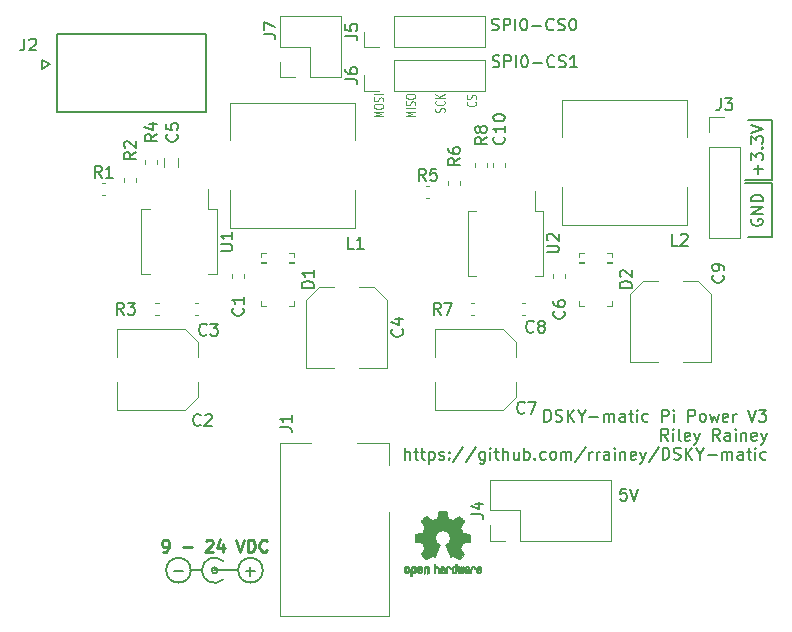
<source format=gto>
G04 #@! TF.GenerationSoftware,KiCad,Pcbnew,(6.0.1)*
G04 #@! TF.CreationDate,2023-02-19T12:06:20-06:00*
G04 #@! TF.ProjectId,2019-Pi-Power,32303139-2d50-4692-9d50-6f7765722e6b,V2*
G04 #@! TF.SameCoordinates,Original*
G04 #@! TF.FileFunction,Legend,Top*
G04 #@! TF.FilePolarity,Positive*
%FSLAX46Y46*%
G04 Gerber Fmt 4.6, Leading zero omitted, Abs format (unit mm)*
G04 Created by KiCad (PCBNEW (6.0.1)) date 2023-02-19 12:06:20*
%MOMM*%
%LPD*%
G01*
G04 APERTURE LIST*
%ADD10C,0.150000*%
%ADD11C,0.120000*%
%ADD12C,0.250000*%
%ADD13C,0.200000*%
%ADD14C,0.100000*%
%ADD15C,0.010000*%
%ADD16C,0.127000*%
G04 APERTURE END LIST*
D10*
X221367269Y-147968000D02*
G75*
G03*
X221367269Y-147968000I-1047269J0D01*
G01*
X215240000Y-147968000D02*
X216224732Y-147968000D01*
X264516000Y-115202000D02*
X264516000Y-119774000D01*
X264516000Y-114948000D02*
X264516000Y-109868000D01*
X217272000Y-147968000D02*
X219304000Y-147968000D01*
X217526000Y-147968000D02*
G75*
G03*
X217526000Y-147968000I-254000J0D01*
G01*
X264516000Y-119774000D02*
X262484000Y-119774000D01*
X262230000Y-115202000D02*
X264516000Y-115202000D01*
X264516000Y-109868000D02*
X262484000Y-109868000D01*
X215271269Y-147968000D02*
G75*
G03*
X215271269Y-147968000I-1047269J0D01*
G01*
X262230000Y-114948000D02*
X264516000Y-114948000D01*
X218033999Y-147206001D02*
G75*
G03*
X218033999Y-148729999I-761999J-761999D01*
G01*
D11*
X234261904Y-109542857D02*
X233461904Y-109542857D01*
X234033333Y-109342857D01*
X233461904Y-109142857D01*
X234261904Y-109142857D01*
X234261904Y-108857142D02*
X233461904Y-108857142D01*
X234223809Y-108600000D02*
X234261904Y-108514285D01*
X234261904Y-108371428D01*
X234223809Y-108314285D01*
X234185714Y-108285714D01*
X234109523Y-108257142D01*
X234033333Y-108257142D01*
X233957142Y-108285714D01*
X233919047Y-108314285D01*
X233880952Y-108371428D01*
X233842857Y-108485714D01*
X233804761Y-108542857D01*
X233766666Y-108571428D01*
X233690476Y-108600000D01*
X233614285Y-108600000D01*
X233538095Y-108571428D01*
X233500000Y-108542857D01*
X233461904Y-108485714D01*
X233461904Y-108342857D01*
X233500000Y-108257142D01*
X233461904Y-107885714D02*
X233461904Y-107771428D01*
X233500000Y-107714285D01*
X233576190Y-107657142D01*
X233728571Y-107628571D01*
X233995238Y-107628571D01*
X234147619Y-107657142D01*
X234223809Y-107714285D01*
X234261904Y-107771428D01*
X234261904Y-107885714D01*
X234223809Y-107942857D01*
X234147619Y-108000000D01*
X233995238Y-108028571D01*
X233728571Y-108028571D01*
X233576190Y-108000000D01*
X233500000Y-107942857D01*
X233461904Y-107885714D01*
X236723809Y-109171428D02*
X236761904Y-109085714D01*
X236761904Y-108942857D01*
X236723809Y-108885714D01*
X236685714Y-108857142D01*
X236609523Y-108828571D01*
X236533333Y-108828571D01*
X236457142Y-108857142D01*
X236419047Y-108885714D01*
X236380952Y-108942857D01*
X236342857Y-109057142D01*
X236304761Y-109114285D01*
X236266666Y-109142857D01*
X236190476Y-109171428D01*
X236114285Y-109171428D01*
X236038095Y-109142857D01*
X236000000Y-109114285D01*
X235961904Y-109057142D01*
X235961904Y-108914285D01*
X236000000Y-108828571D01*
X236685714Y-108228571D02*
X236723809Y-108257142D01*
X236761904Y-108342857D01*
X236761904Y-108400000D01*
X236723809Y-108485714D01*
X236647619Y-108542857D01*
X236571428Y-108571428D01*
X236419047Y-108600000D01*
X236304761Y-108600000D01*
X236152380Y-108571428D01*
X236076190Y-108542857D01*
X236000000Y-108485714D01*
X235961904Y-108400000D01*
X235961904Y-108342857D01*
X236000000Y-108257142D01*
X236038095Y-108228571D01*
X236761904Y-107971428D02*
X235961904Y-107971428D01*
X236761904Y-107628571D02*
X236304761Y-107885714D01*
X235961904Y-107628571D02*
X236419047Y-107971428D01*
X239338214Y-108300000D02*
X239376309Y-108328571D01*
X239414404Y-108414285D01*
X239414404Y-108471428D01*
X239376309Y-108557142D01*
X239300119Y-108614285D01*
X239223928Y-108642857D01*
X239071547Y-108671428D01*
X238957261Y-108671428D01*
X238804880Y-108642857D01*
X238728690Y-108614285D01*
X238652500Y-108557142D01*
X238614404Y-108471428D01*
X238614404Y-108414285D01*
X238652500Y-108328571D01*
X238690595Y-108300000D01*
X239376309Y-108071428D02*
X239414404Y-107985714D01*
X239414404Y-107842857D01*
X239376309Y-107785714D01*
X239338214Y-107757142D01*
X239262023Y-107728571D01*
X239185833Y-107728571D01*
X239109642Y-107757142D01*
X239071547Y-107785714D01*
X239033452Y-107842857D01*
X238995357Y-107957142D01*
X238957261Y-108014285D01*
X238919166Y-108042857D01*
X238842976Y-108071428D01*
X238766785Y-108071428D01*
X238690595Y-108042857D01*
X238652500Y-108014285D01*
X238614404Y-107957142D01*
X238614404Y-107814285D01*
X238652500Y-107728571D01*
D10*
X263317428Y-114408000D02*
X263317428Y-113646095D01*
X263698380Y-114027047D02*
X262936476Y-114027047D01*
X262698380Y-113265142D02*
X262698380Y-112646095D01*
X263079333Y-112979428D01*
X263079333Y-112836571D01*
X263126952Y-112741333D01*
X263174571Y-112693714D01*
X263269809Y-112646095D01*
X263507904Y-112646095D01*
X263603142Y-112693714D01*
X263650761Y-112741333D01*
X263698380Y-112836571D01*
X263698380Y-113122285D01*
X263650761Y-113217523D01*
X263603142Y-113265142D01*
X263603142Y-112217523D02*
X263650761Y-112169904D01*
X263698380Y-112217523D01*
X263650761Y-112265142D01*
X263603142Y-112217523D01*
X263698380Y-112217523D01*
X262698380Y-111836571D02*
X262698380Y-111217523D01*
X263079333Y-111550857D01*
X263079333Y-111408000D01*
X263126952Y-111312761D01*
X263174571Y-111265142D01*
X263269809Y-111217523D01*
X263507904Y-111217523D01*
X263603142Y-111265142D01*
X263650761Y-111312761D01*
X263698380Y-111408000D01*
X263698380Y-111693714D01*
X263650761Y-111788952D01*
X263603142Y-111836571D01*
X262698380Y-110931809D02*
X263698380Y-110598476D01*
X262698380Y-110265142D01*
D12*
X212938666Y-146388380D02*
X213129142Y-146388380D01*
X213224380Y-146340761D01*
X213272000Y-146293142D01*
X213367238Y-146150285D01*
X213414857Y-145959809D01*
X213414857Y-145578857D01*
X213367238Y-145483619D01*
X213319619Y-145436000D01*
X213224380Y-145388380D01*
X213033904Y-145388380D01*
X212938666Y-145436000D01*
X212891047Y-145483619D01*
X212843428Y-145578857D01*
X212843428Y-145816952D01*
X212891047Y-145912190D01*
X212938666Y-145959809D01*
X213033904Y-146007428D01*
X213224380Y-146007428D01*
X213319619Y-145959809D01*
X213367238Y-145912190D01*
X213414857Y-145816952D01*
X214605333Y-146007428D02*
X215367238Y-146007428D01*
X216557714Y-145483619D02*
X216605333Y-145436000D01*
X216700571Y-145388380D01*
X216938666Y-145388380D01*
X217033904Y-145436000D01*
X217081523Y-145483619D01*
X217129142Y-145578857D01*
X217129142Y-145674095D01*
X217081523Y-145816952D01*
X216510095Y-146388380D01*
X217129142Y-146388380D01*
X217986285Y-145721714D02*
X217986285Y-146388380D01*
X217748190Y-145340761D02*
X217510095Y-146055047D01*
X218129142Y-146055047D01*
X219129142Y-145388380D02*
X219462476Y-146388380D01*
X219795809Y-145388380D01*
X220129142Y-146388380D02*
X220129142Y-145388380D01*
X220367238Y-145388380D01*
X220510095Y-145436000D01*
X220605333Y-145531238D01*
X220652952Y-145626476D01*
X220700571Y-145816952D01*
X220700571Y-145959809D01*
X220652952Y-146150285D01*
X220605333Y-146245523D01*
X220510095Y-146340761D01*
X220367238Y-146388380D01*
X220129142Y-146388380D01*
X221700571Y-146293142D02*
X221652952Y-146340761D01*
X221510095Y-146388380D01*
X221414857Y-146388380D01*
X221272000Y-146340761D01*
X221176761Y-146245523D01*
X221129142Y-146150285D01*
X221081523Y-145959809D01*
X221081523Y-145816952D01*
X221129142Y-145626476D01*
X221176761Y-145531238D01*
X221272000Y-145436000D01*
X221414857Y-145388380D01*
X221510095Y-145388380D01*
X221652952Y-145436000D01*
X221700571Y-145483619D01*
D13*
X213822000Y-148039428D02*
X214622000Y-148039428D01*
X219922000Y-148039428D02*
X220722000Y-148039428D01*
X220322000Y-148420380D02*
X220322000Y-147658476D01*
D10*
X262746000Y-118249904D02*
X262698380Y-118345142D01*
X262698380Y-118488000D01*
X262746000Y-118630857D01*
X262841238Y-118726095D01*
X262936476Y-118773714D01*
X263126952Y-118821333D01*
X263269809Y-118821333D01*
X263460285Y-118773714D01*
X263555523Y-118726095D01*
X263650761Y-118630857D01*
X263698380Y-118488000D01*
X263698380Y-118392761D01*
X263650761Y-118249904D01*
X263603142Y-118202285D01*
X263269809Y-118202285D01*
X263269809Y-118392761D01*
X263698380Y-117773714D02*
X262698380Y-117773714D01*
X263698380Y-117202285D01*
X262698380Y-117202285D01*
X263698380Y-116726095D02*
X262698380Y-116726095D01*
X262698380Y-116488000D01*
X262746000Y-116345142D01*
X262841238Y-116249904D01*
X262936476Y-116202285D01*
X263126952Y-116154666D01*
X263269809Y-116154666D01*
X263460285Y-116202285D01*
X263555523Y-116249904D01*
X263650761Y-116345142D01*
X263698380Y-116488000D01*
X263698380Y-116726095D01*
D13*
X240815071Y-105319761D02*
X240957928Y-105367380D01*
X241196023Y-105367380D01*
X241291261Y-105319761D01*
X241338880Y-105272142D01*
X241386500Y-105176904D01*
X241386500Y-105081666D01*
X241338880Y-104986428D01*
X241291261Y-104938809D01*
X241196023Y-104891190D01*
X241005547Y-104843571D01*
X240910309Y-104795952D01*
X240862690Y-104748333D01*
X240815071Y-104653095D01*
X240815071Y-104557857D01*
X240862690Y-104462619D01*
X240910309Y-104415000D01*
X241005547Y-104367380D01*
X241243642Y-104367380D01*
X241386500Y-104415000D01*
X241815071Y-105367380D02*
X241815071Y-104367380D01*
X242196023Y-104367380D01*
X242291261Y-104415000D01*
X242338880Y-104462619D01*
X242386500Y-104557857D01*
X242386500Y-104700714D01*
X242338880Y-104795952D01*
X242291261Y-104843571D01*
X242196023Y-104891190D01*
X241815071Y-104891190D01*
X242815071Y-105367380D02*
X242815071Y-104367380D01*
X243481738Y-104367380D02*
X243576976Y-104367380D01*
X243672214Y-104415000D01*
X243719833Y-104462619D01*
X243767452Y-104557857D01*
X243815071Y-104748333D01*
X243815071Y-104986428D01*
X243767452Y-105176904D01*
X243719833Y-105272142D01*
X243672214Y-105319761D01*
X243576976Y-105367380D01*
X243481738Y-105367380D01*
X243386500Y-105319761D01*
X243338880Y-105272142D01*
X243291261Y-105176904D01*
X243243642Y-104986428D01*
X243243642Y-104748333D01*
X243291261Y-104557857D01*
X243338880Y-104462619D01*
X243386500Y-104415000D01*
X243481738Y-104367380D01*
X244243642Y-104986428D02*
X245005547Y-104986428D01*
X246053166Y-105272142D02*
X246005547Y-105319761D01*
X245862690Y-105367380D01*
X245767452Y-105367380D01*
X245624595Y-105319761D01*
X245529357Y-105224523D01*
X245481738Y-105129285D01*
X245434119Y-104938809D01*
X245434119Y-104795952D01*
X245481738Y-104605476D01*
X245529357Y-104510238D01*
X245624595Y-104415000D01*
X245767452Y-104367380D01*
X245862690Y-104367380D01*
X246005547Y-104415000D01*
X246053166Y-104462619D01*
X246434119Y-105319761D02*
X246576976Y-105367380D01*
X246815071Y-105367380D01*
X246910309Y-105319761D01*
X246957928Y-105272142D01*
X247005547Y-105176904D01*
X247005547Y-105081666D01*
X246957928Y-104986428D01*
X246910309Y-104938809D01*
X246815071Y-104891190D01*
X246624595Y-104843571D01*
X246529357Y-104795952D01*
X246481738Y-104748333D01*
X246434119Y-104653095D01*
X246434119Y-104557857D01*
X246481738Y-104462619D01*
X246529357Y-104415000D01*
X246624595Y-104367380D01*
X246862690Y-104367380D01*
X247005547Y-104415000D01*
X247957928Y-105367380D02*
X247386500Y-105367380D01*
X247672214Y-105367380D02*
X247672214Y-104367380D01*
X247576976Y-104510238D01*
X247481738Y-104605476D01*
X247386500Y-104653095D01*
D11*
X231561904Y-109542857D02*
X230761904Y-109542857D01*
X231333333Y-109342857D01*
X230761904Y-109142857D01*
X231561904Y-109142857D01*
X230761904Y-108742857D02*
X230761904Y-108628571D01*
X230800000Y-108571428D01*
X230876190Y-108514285D01*
X231028571Y-108485714D01*
X231295238Y-108485714D01*
X231447619Y-108514285D01*
X231523809Y-108571428D01*
X231561904Y-108628571D01*
X231561904Y-108742857D01*
X231523809Y-108800000D01*
X231447619Y-108857142D01*
X231295238Y-108885714D01*
X231028571Y-108885714D01*
X230876190Y-108857142D01*
X230800000Y-108800000D01*
X230761904Y-108742857D01*
X231523809Y-108257142D02*
X231561904Y-108171428D01*
X231561904Y-108028571D01*
X231523809Y-107971428D01*
X231485714Y-107942857D01*
X231409523Y-107914285D01*
X231333333Y-107914285D01*
X231257142Y-107942857D01*
X231219047Y-107971428D01*
X231180952Y-108028571D01*
X231142857Y-108142857D01*
X231104761Y-108200000D01*
X231066666Y-108228571D01*
X230990476Y-108257142D01*
X230914285Y-108257142D01*
X230838095Y-108228571D01*
X230800000Y-108200000D01*
X230761904Y-108142857D01*
X230761904Y-108000000D01*
X230800000Y-107914285D01*
X231561904Y-107657142D02*
X230761904Y-107657142D01*
D10*
X245212119Y-135380380D02*
X245212119Y-134380380D01*
X245450214Y-134380380D01*
X245593071Y-134428000D01*
X245688309Y-134523238D01*
X245735928Y-134618476D01*
X245783547Y-134808952D01*
X245783547Y-134951809D01*
X245735928Y-135142285D01*
X245688309Y-135237523D01*
X245593071Y-135332761D01*
X245450214Y-135380380D01*
X245212119Y-135380380D01*
X246164500Y-135332761D02*
X246307357Y-135380380D01*
X246545452Y-135380380D01*
X246640690Y-135332761D01*
X246688309Y-135285142D01*
X246735928Y-135189904D01*
X246735928Y-135094666D01*
X246688309Y-134999428D01*
X246640690Y-134951809D01*
X246545452Y-134904190D01*
X246354976Y-134856571D01*
X246259738Y-134808952D01*
X246212119Y-134761333D01*
X246164500Y-134666095D01*
X246164500Y-134570857D01*
X246212119Y-134475619D01*
X246259738Y-134428000D01*
X246354976Y-134380380D01*
X246593071Y-134380380D01*
X246735928Y-134428000D01*
X247164500Y-135380380D02*
X247164500Y-134380380D01*
X247735928Y-135380380D02*
X247307357Y-134808952D01*
X247735928Y-134380380D02*
X247164500Y-134951809D01*
X248354976Y-134904190D02*
X248354976Y-135380380D01*
X248021642Y-134380380D02*
X248354976Y-134904190D01*
X248688309Y-134380380D01*
X249021642Y-134999428D02*
X249783547Y-134999428D01*
X250259738Y-135380380D02*
X250259738Y-134713714D01*
X250259738Y-134808952D02*
X250307357Y-134761333D01*
X250402595Y-134713714D01*
X250545452Y-134713714D01*
X250640690Y-134761333D01*
X250688309Y-134856571D01*
X250688309Y-135380380D01*
X250688309Y-134856571D02*
X250735928Y-134761333D01*
X250831166Y-134713714D01*
X250974023Y-134713714D01*
X251069261Y-134761333D01*
X251116880Y-134856571D01*
X251116880Y-135380380D01*
X252021642Y-135380380D02*
X252021642Y-134856571D01*
X251974023Y-134761333D01*
X251878785Y-134713714D01*
X251688309Y-134713714D01*
X251593071Y-134761333D01*
X252021642Y-135332761D02*
X251926404Y-135380380D01*
X251688309Y-135380380D01*
X251593071Y-135332761D01*
X251545452Y-135237523D01*
X251545452Y-135142285D01*
X251593071Y-135047047D01*
X251688309Y-134999428D01*
X251926404Y-134999428D01*
X252021642Y-134951809D01*
X252354976Y-134713714D02*
X252735928Y-134713714D01*
X252497833Y-134380380D02*
X252497833Y-135237523D01*
X252545452Y-135332761D01*
X252640690Y-135380380D01*
X252735928Y-135380380D01*
X253069261Y-135380380D02*
X253069261Y-134713714D01*
X253069261Y-134380380D02*
X253021642Y-134428000D01*
X253069261Y-134475619D01*
X253116880Y-134428000D01*
X253069261Y-134380380D01*
X253069261Y-134475619D01*
X253974023Y-135332761D02*
X253878785Y-135380380D01*
X253688309Y-135380380D01*
X253593071Y-135332761D01*
X253545452Y-135285142D01*
X253497833Y-135189904D01*
X253497833Y-134904190D01*
X253545452Y-134808952D01*
X253593071Y-134761333D01*
X253688309Y-134713714D01*
X253878785Y-134713714D01*
X253974023Y-134761333D01*
X255164500Y-135380380D02*
X255164500Y-134380380D01*
X255545452Y-134380380D01*
X255640690Y-134428000D01*
X255688309Y-134475619D01*
X255735928Y-134570857D01*
X255735928Y-134713714D01*
X255688309Y-134808952D01*
X255640690Y-134856571D01*
X255545452Y-134904190D01*
X255164500Y-134904190D01*
X256164500Y-135380380D02*
X256164500Y-134713714D01*
X256164500Y-134380380D02*
X256116880Y-134428000D01*
X256164500Y-134475619D01*
X256212119Y-134428000D01*
X256164500Y-134380380D01*
X256164500Y-134475619D01*
X257402595Y-135380380D02*
X257402595Y-134380380D01*
X257783547Y-134380380D01*
X257878785Y-134428000D01*
X257926404Y-134475619D01*
X257974023Y-134570857D01*
X257974023Y-134713714D01*
X257926404Y-134808952D01*
X257878785Y-134856571D01*
X257783547Y-134904190D01*
X257402595Y-134904190D01*
X258545452Y-135380380D02*
X258450214Y-135332761D01*
X258402595Y-135285142D01*
X258354976Y-135189904D01*
X258354976Y-134904190D01*
X258402595Y-134808952D01*
X258450214Y-134761333D01*
X258545452Y-134713714D01*
X258688309Y-134713714D01*
X258783547Y-134761333D01*
X258831166Y-134808952D01*
X258878785Y-134904190D01*
X258878785Y-135189904D01*
X258831166Y-135285142D01*
X258783547Y-135332761D01*
X258688309Y-135380380D01*
X258545452Y-135380380D01*
X259212119Y-134713714D02*
X259402595Y-135380380D01*
X259593071Y-134904190D01*
X259783547Y-135380380D01*
X259974023Y-134713714D01*
X260735928Y-135332761D02*
X260640690Y-135380380D01*
X260450214Y-135380380D01*
X260354976Y-135332761D01*
X260307357Y-135237523D01*
X260307357Y-134856571D01*
X260354976Y-134761333D01*
X260450214Y-134713714D01*
X260640690Y-134713714D01*
X260735928Y-134761333D01*
X260783547Y-134856571D01*
X260783547Y-134951809D01*
X260307357Y-135047047D01*
X261212119Y-135380380D02*
X261212119Y-134713714D01*
X261212119Y-134904190D02*
X261259738Y-134808952D01*
X261307357Y-134761333D01*
X261402595Y-134713714D01*
X261497833Y-134713714D01*
X262450214Y-134380380D02*
X262783547Y-135380380D01*
X263116880Y-134380380D01*
X263354976Y-134380380D02*
X263974023Y-134380380D01*
X263640690Y-134761333D01*
X263783547Y-134761333D01*
X263878785Y-134808952D01*
X263926404Y-134856571D01*
X263974023Y-134951809D01*
X263974023Y-135189904D01*
X263926404Y-135285142D01*
X263878785Y-135332761D01*
X263783547Y-135380380D01*
X263497833Y-135380380D01*
X263402595Y-135332761D01*
X263354976Y-135285142D01*
X255688309Y-136990380D02*
X255354976Y-136514190D01*
X255116880Y-136990380D02*
X255116880Y-135990380D01*
X255497833Y-135990380D01*
X255593071Y-136038000D01*
X255640690Y-136085619D01*
X255688309Y-136180857D01*
X255688309Y-136323714D01*
X255640690Y-136418952D01*
X255593071Y-136466571D01*
X255497833Y-136514190D01*
X255116880Y-136514190D01*
X256116880Y-136990380D02*
X256116880Y-136323714D01*
X256116880Y-135990380D02*
X256069261Y-136038000D01*
X256116880Y-136085619D01*
X256164500Y-136038000D01*
X256116880Y-135990380D01*
X256116880Y-136085619D01*
X256735928Y-136990380D02*
X256640690Y-136942761D01*
X256593071Y-136847523D01*
X256593071Y-135990380D01*
X257497833Y-136942761D02*
X257402595Y-136990380D01*
X257212119Y-136990380D01*
X257116880Y-136942761D01*
X257069261Y-136847523D01*
X257069261Y-136466571D01*
X257116880Y-136371333D01*
X257212119Y-136323714D01*
X257402595Y-136323714D01*
X257497833Y-136371333D01*
X257545452Y-136466571D01*
X257545452Y-136561809D01*
X257069261Y-136657047D01*
X257878785Y-136323714D02*
X258116880Y-136990380D01*
X258354976Y-136323714D02*
X258116880Y-136990380D01*
X258021642Y-137228476D01*
X257974023Y-137276095D01*
X257878785Y-137323714D01*
X260069261Y-136990380D02*
X259735928Y-136514190D01*
X259497833Y-136990380D02*
X259497833Y-135990380D01*
X259878785Y-135990380D01*
X259974023Y-136038000D01*
X260021642Y-136085619D01*
X260069261Y-136180857D01*
X260069261Y-136323714D01*
X260021642Y-136418952D01*
X259974023Y-136466571D01*
X259878785Y-136514190D01*
X259497833Y-136514190D01*
X260926404Y-136990380D02*
X260926404Y-136466571D01*
X260878785Y-136371333D01*
X260783547Y-136323714D01*
X260593071Y-136323714D01*
X260497833Y-136371333D01*
X260926404Y-136942761D02*
X260831166Y-136990380D01*
X260593071Y-136990380D01*
X260497833Y-136942761D01*
X260450214Y-136847523D01*
X260450214Y-136752285D01*
X260497833Y-136657047D01*
X260593071Y-136609428D01*
X260831166Y-136609428D01*
X260926404Y-136561809D01*
X261402595Y-136990380D02*
X261402595Y-136323714D01*
X261402595Y-135990380D02*
X261354976Y-136038000D01*
X261402595Y-136085619D01*
X261450214Y-136038000D01*
X261402595Y-135990380D01*
X261402595Y-136085619D01*
X261878785Y-136323714D02*
X261878785Y-136990380D01*
X261878785Y-136418952D02*
X261926404Y-136371333D01*
X262021642Y-136323714D01*
X262164500Y-136323714D01*
X262259738Y-136371333D01*
X262307357Y-136466571D01*
X262307357Y-136990380D01*
X263164500Y-136942761D02*
X263069261Y-136990380D01*
X262878785Y-136990380D01*
X262783547Y-136942761D01*
X262735928Y-136847523D01*
X262735928Y-136466571D01*
X262783547Y-136371333D01*
X262878785Y-136323714D01*
X263069261Y-136323714D01*
X263164500Y-136371333D01*
X263212119Y-136466571D01*
X263212119Y-136561809D01*
X262735928Y-136657047D01*
X263545452Y-136323714D02*
X263783547Y-136990380D01*
X264021642Y-136323714D02*
X263783547Y-136990380D01*
X263688309Y-137228476D01*
X263640690Y-137276095D01*
X263545452Y-137323714D01*
X233402595Y-138600380D02*
X233402595Y-137600380D01*
X233831166Y-138600380D02*
X233831166Y-138076571D01*
X233783547Y-137981333D01*
X233688309Y-137933714D01*
X233545452Y-137933714D01*
X233450214Y-137981333D01*
X233402595Y-138028952D01*
X234164500Y-137933714D02*
X234545452Y-137933714D01*
X234307357Y-137600380D02*
X234307357Y-138457523D01*
X234354976Y-138552761D01*
X234450214Y-138600380D01*
X234545452Y-138600380D01*
X234735928Y-137933714D02*
X235116880Y-137933714D01*
X234878785Y-137600380D02*
X234878785Y-138457523D01*
X234926404Y-138552761D01*
X235021642Y-138600380D01*
X235116880Y-138600380D01*
X235450214Y-137933714D02*
X235450214Y-138933714D01*
X235450214Y-137981333D02*
X235545452Y-137933714D01*
X235735928Y-137933714D01*
X235831166Y-137981333D01*
X235878785Y-138028952D01*
X235926404Y-138124190D01*
X235926404Y-138409904D01*
X235878785Y-138505142D01*
X235831166Y-138552761D01*
X235735928Y-138600380D01*
X235545452Y-138600380D01*
X235450214Y-138552761D01*
X236307357Y-138552761D02*
X236402595Y-138600380D01*
X236593071Y-138600380D01*
X236688309Y-138552761D01*
X236735928Y-138457523D01*
X236735928Y-138409904D01*
X236688309Y-138314666D01*
X236593071Y-138267047D01*
X236450214Y-138267047D01*
X236354976Y-138219428D01*
X236307357Y-138124190D01*
X236307357Y-138076571D01*
X236354976Y-137981333D01*
X236450214Y-137933714D01*
X236593071Y-137933714D01*
X236688309Y-137981333D01*
X237164500Y-138505142D02*
X237212119Y-138552761D01*
X237164500Y-138600380D01*
X237116880Y-138552761D01*
X237164500Y-138505142D01*
X237164500Y-138600380D01*
X237164500Y-137981333D02*
X237212119Y-138028952D01*
X237164500Y-138076571D01*
X237116880Y-138028952D01*
X237164500Y-137981333D01*
X237164500Y-138076571D01*
X238354976Y-137552761D02*
X237497833Y-138838476D01*
X239402595Y-137552761D02*
X238545452Y-138838476D01*
X240164500Y-137933714D02*
X240164500Y-138743238D01*
X240116880Y-138838476D01*
X240069261Y-138886095D01*
X239974023Y-138933714D01*
X239831166Y-138933714D01*
X239735928Y-138886095D01*
X240164500Y-138552761D02*
X240069261Y-138600380D01*
X239878785Y-138600380D01*
X239783547Y-138552761D01*
X239735928Y-138505142D01*
X239688309Y-138409904D01*
X239688309Y-138124190D01*
X239735928Y-138028952D01*
X239783547Y-137981333D01*
X239878785Y-137933714D01*
X240069261Y-137933714D01*
X240164500Y-137981333D01*
X240640690Y-138600380D02*
X240640690Y-137933714D01*
X240640690Y-137600380D02*
X240593071Y-137648000D01*
X240640690Y-137695619D01*
X240688309Y-137648000D01*
X240640690Y-137600380D01*
X240640690Y-137695619D01*
X240974023Y-137933714D02*
X241354976Y-137933714D01*
X241116880Y-137600380D02*
X241116880Y-138457523D01*
X241164500Y-138552761D01*
X241259738Y-138600380D01*
X241354976Y-138600380D01*
X241688309Y-138600380D02*
X241688309Y-137600380D01*
X242116880Y-138600380D02*
X242116880Y-138076571D01*
X242069261Y-137981333D01*
X241974023Y-137933714D01*
X241831166Y-137933714D01*
X241735928Y-137981333D01*
X241688309Y-138028952D01*
X243021642Y-137933714D02*
X243021642Y-138600380D01*
X242593071Y-137933714D02*
X242593071Y-138457523D01*
X242640690Y-138552761D01*
X242735928Y-138600380D01*
X242878785Y-138600380D01*
X242974023Y-138552761D01*
X243021642Y-138505142D01*
X243497833Y-138600380D02*
X243497833Y-137600380D01*
X243497833Y-137981333D02*
X243593071Y-137933714D01*
X243783547Y-137933714D01*
X243878785Y-137981333D01*
X243926404Y-138028952D01*
X243974023Y-138124190D01*
X243974023Y-138409904D01*
X243926404Y-138505142D01*
X243878785Y-138552761D01*
X243783547Y-138600380D01*
X243593071Y-138600380D01*
X243497833Y-138552761D01*
X244402595Y-138505142D02*
X244450214Y-138552761D01*
X244402595Y-138600380D01*
X244354976Y-138552761D01*
X244402595Y-138505142D01*
X244402595Y-138600380D01*
X245307357Y-138552761D02*
X245212119Y-138600380D01*
X245021642Y-138600380D01*
X244926404Y-138552761D01*
X244878785Y-138505142D01*
X244831166Y-138409904D01*
X244831166Y-138124190D01*
X244878785Y-138028952D01*
X244926404Y-137981333D01*
X245021642Y-137933714D01*
X245212119Y-137933714D01*
X245307357Y-137981333D01*
X245878785Y-138600380D02*
X245783547Y-138552761D01*
X245735928Y-138505142D01*
X245688309Y-138409904D01*
X245688309Y-138124190D01*
X245735928Y-138028952D01*
X245783547Y-137981333D01*
X245878785Y-137933714D01*
X246021642Y-137933714D01*
X246116880Y-137981333D01*
X246164500Y-138028952D01*
X246212119Y-138124190D01*
X246212119Y-138409904D01*
X246164500Y-138505142D01*
X246116880Y-138552761D01*
X246021642Y-138600380D01*
X245878785Y-138600380D01*
X246640690Y-138600380D02*
X246640690Y-137933714D01*
X246640690Y-138028952D02*
X246688309Y-137981333D01*
X246783547Y-137933714D01*
X246926404Y-137933714D01*
X247021642Y-137981333D01*
X247069261Y-138076571D01*
X247069261Y-138600380D01*
X247069261Y-138076571D02*
X247116880Y-137981333D01*
X247212119Y-137933714D01*
X247354976Y-137933714D01*
X247450214Y-137981333D01*
X247497833Y-138076571D01*
X247497833Y-138600380D01*
X248688309Y-137552761D02*
X247831166Y-138838476D01*
X249021642Y-138600380D02*
X249021642Y-137933714D01*
X249021642Y-138124190D02*
X249069261Y-138028952D01*
X249116880Y-137981333D01*
X249212119Y-137933714D01*
X249307357Y-137933714D01*
X249640690Y-138600380D02*
X249640690Y-137933714D01*
X249640690Y-138124190D02*
X249688309Y-138028952D01*
X249735928Y-137981333D01*
X249831166Y-137933714D01*
X249926404Y-137933714D01*
X250688309Y-138600380D02*
X250688309Y-138076571D01*
X250640690Y-137981333D01*
X250545452Y-137933714D01*
X250354976Y-137933714D01*
X250259738Y-137981333D01*
X250688309Y-138552761D02*
X250593071Y-138600380D01*
X250354976Y-138600380D01*
X250259738Y-138552761D01*
X250212119Y-138457523D01*
X250212119Y-138362285D01*
X250259738Y-138267047D01*
X250354976Y-138219428D01*
X250593071Y-138219428D01*
X250688309Y-138171809D01*
X251164500Y-138600380D02*
X251164500Y-137933714D01*
X251164500Y-137600380D02*
X251116880Y-137648000D01*
X251164500Y-137695619D01*
X251212119Y-137648000D01*
X251164500Y-137600380D01*
X251164500Y-137695619D01*
X251640690Y-137933714D02*
X251640690Y-138600380D01*
X251640690Y-138028952D02*
X251688309Y-137981333D01*
X251783547Y-137933714D01*
X251926404Y-137933714D01*
X252021642Y-137981333D01*
X252069261Y-138076571D01*
X252069261Y-138600380D01*
X252926404Y-138552761D02*
X252831166Y-138600380D01*
X252640690Y-138600380D01*
X252545452Y-138552761D01*
X252497833Y-138457523D01*
X252497833Y-138076571D01*
X252545452Y-137981333D01*
X252640690Y-137933714D01*
X252831166Y-137933714D01*
X252926404Y-137981333D01*
X252974023Y-138076571D01*
X252974023Y-138171809D01*
X252497833Y-138267047D01*
X253307357Y-137933714D02*
X253545452Y-138600380D01*
X253783547Y-137933714D02*
X253545452Y-138600380D01*
X253450214Y-138838476D01*
X253402595Y-138886095D01*
X253307357Y-138933714D01*
X254878785Y-137552761D02*
X254021642Y-138838476D01*
X255212119Y-138600380D02*
X255212119Y-137600380D01*
X255450214Y-137600380D01*
X255593071Y-137648000D01*
X255688309Y-137743238D01*
X255735928Y-137838476D01*
X255783547Y-138028952D01*
X255783547Y-138171809D01*
X255735928Y-138362285D01*
X255688309Y-138457523D01*
X255593071Y-138552761D01*
X255450214Y-138600380D01*
X255212119Y-138600380D01*
X256164500Y-138552761D02*
X256307357Y-138600380D01*
X256545452Y-138600380D01*
X256640690Y-138552761D01*
X256688309Y-138505142D01*
X256735928Y-138409904D01*
X256735928Y-138314666D01*
X256688309Y-138219428D01*
X256640690Y-138171809D01*
X256545452Y-138124190D01*
X256354976Y-138076571D01*
X256259738Y-138028952D01*
X256212119Y-137981333D01*
X256164500Y-137886095D01*
X256164500Y-137790857D01*
X256212119Y-137695619D01*
X256259738Y-137648000D01*
X256354976Y-137600380D01*
X256593071Y-137600380D01*
X256735928Y-137648000D01*
X257164500Y-138600380D02*
X257164500Y-137600380D01*
X257735928Y-138600380D02*
X257307357Y-138028952D01*
X257735928Y-137600380D02*
X257164500Y-138171809D01*
X258354976Y-138124190D02*
X258354976Y-138600380D01*
X258021642Y-137600380D02*
X258354976Y-138124190D01*
X258688309Y-137600380D01*
X259021642Y-138219428D02*
X259783547Y-138219428D01*
X260259738Y-138600380D02*
X260259738Y-137933714D01*
X260259738Y-138028952D02*
X260307357Y-137981333D01*
X260402595Y-137933714D01*
X260545452Y-137933714D01*
X260640690Y-137981333D01*
X260688309Y-138076571D01*
X260688309Y-138600380D01*
X260688309Y-138076571D02*
X260735928Y-137981333D01*
X260831166Y-137933714D01*
X260974023Y-137933714D01*
X261069261Y-137981333D01*
X261116880Y-138076571D01*
X261116880Y-138600380D01*
X262021642Y-138600380D02*
X262021642Y-138076571D01*
X261974023Y-137981333D01*
X261878785Y-137933714D01*
X261688309Y-137933714D01*
X261593071Y-137981333D01*
X262021642Y-138552761D02*
X261926404Y-138600380D01*
X261688309Y-138600380D01*
X261593071Y-138552761D01*
X261545452Y-138457523D01*
X261545452Y-138362285D01*
X261593071Y-138267047D01*
X261688309Y-138219428D01*
X261926404Y-138219428D01*
X262021642Y-138171809D01*
X262354976Y-137933714D02*
X262735928Y-137933714D01*
X262497833Y-137600380D02*
X262497833Y-138457523D01*
X262545452Y-138552761D01*
X262640690Y-138600380D01*
X262735928Y-138600380D01*
X263069261Y-138600380D02*
X263069261Y-137933714D01*
X263069261Y-137600380D02*
X263021642Y-137648000D01*
X263069261Y-137695619D01*
X263116880Y-137648000D01*
X263069261Y-137600380D01*
X263069261Y-137695619D01*
X263974023Y-138552761D02*
X263878785Y-138600380D01*
X263688309Y-138600380D01*
X263593071Y-138552761D01*
X263545452Y-138505142D01*
X263497833Y-138409904D01*
X263497833Y-138124190D01*
X263545452Y-138028952D01*
X263593071Y-137981333D01*
X263688309Y-137933714D01*
X263878785Y-137933714D01*
X263974023Y-137981333D01*
X252133523Y-141070380D02*
X251657333Y-141070380D01*
X251609714Y-141546571D01*
X251657333Y-141498952D01*
X251752571Y-141451333D01*
X251990666Y-141451333D01*
X252085904Y-141498952D01*
X252133523Y-141546571D01*
X252181142Y-141641809D01*
X252181142Y-141879904D01*
X252133523Y-141975142D01*
X252085904Y-142022761D01*
X251990666Y-142070380D01*
X251752571Y-142070380D01*
X251657333Y-142022761D01*
X251609714Y-141975142D01*
X252466857Y-141070380D02*
X252800190Y-142070380D01*
X253133523Y-141070380D01*
D13*
X240751571Y-102208261D02*
X240894428Y-102255880D01*
X241132523Y-102255880D01*
X241227761Y-102208261D01*
X241275380Y-102160642D01*
X241323000Y-102065404D01*
X241323000Y-101970166D01*
X241275380Y-101874928D01*
X241227761Y-101827309D01*
X241132523Y-101779690D01*
X240942047Y-101732071D01*
X240846809Y-101684452D01*
X240799190Y-101636833D01*
X240751571Y-101541595D01*
X240751571Y-101446357D01*
X240799190Y-101351119D01*
X240846809Y-101303500D01*
X240942047Y-101255880D01*
X241180142Y-101255880D01*
X241323000Y-101303500D01*
X241751571Y-102255880D02*
X241751571Y-101255880D01*
X242132523Y-101255880D01*
X242227761Y-101303500D01*
X242275380Y-101351119D01*
X242323000Y-101446357D01*
X242323000Y-101589214D01*
X242275380Y-101684452D01*
X242227761Y-101732071D01*
X242132523Y-101779690D01*
X241751571Y-101779690D01*
X242751571Y-102255880D02*
X242751571Y-101255880D01*
X243418238Y-101255880D02*
X243513476Y-101255880D01*
X243608714Y-101303500D01*
X243656333Y-101351119D01*
X243703952Y-101446357D01*
X243751571Y-101636833D01*
X243751571Y-101874928D01*
X243703952Y-102065404D01*
X243656333Y-102160642D01*
X243608714Y-102208261D01*
X243513476Y-102255880D01*
X243418238Y-102255880D01*
X243323000Y-102208261D01*
X243275380Y-102160642D01*
X243227761Y-102065404D01*
X243180142Y-101874928D01*
X243180142Y-101636833D01*
X243227761Y-101446357D01*
X243275380Y-101351119D01*
X243323000Y-101303500D01*
X243418238Y-101255880D01*
X244180142Y-101874928D02*
X244942047Y-101874928D01*
X245989666Y-102160642D02*
X245942047Y-102208261D01*
X245799190Y-102255880D01*
X245703952Y-102255880D01*
X245561095Y-102208261D01*
X245465857Y-102113023D01*
X245418238Y-102017785D01*
X245370619Y-101827309D01*
X245370619Y-101684452D01*
X245418238Y-101493976D01*
X245465857Y-101398738D01*
X245561095Y-101303500D01*
X245703952Y-101255880D01*
X245799190Y-101255880D01*
X245942047Y-101303500D01*
X245989666Y-101351119D01*
X246370619Y-102208261D02*
X246513476Y-102255880D01*
X246751571Y-102255880D01*
X246846809Y-102208261D01*
X246894428Y-102160642D01*
X246942047Y-102065404D01*
X246942047Y-101970166D01*
X246894428Y-101874928D01*
X246846809Y-101827309D01*
X246751571Y-101779690D01*
X246561095Y-101732071D01*
X246465857Y-101684452D01*
X246418238Y-101636833D01*
X246370619Y-101541595D01*
X246370619Y-101446357D01*
X246418238Y-101351119D01*
X246465857Y-101303500D01*
X246561095Y-101255880D01*
X246799190Y-101255880D01*
X246942047Y-101303500D01*
X247561095Y-101255880D02*
X247656333Y-101255880D01*
X247751571Y-101303500D01*
X247799190Y-101351119D01*
X247846809Y-101446357D01*
X247894428Y-101636833D01*
X247894428Y-101874928D01*
X247846809Y-102065404D01*
X247799190Y-102160642D01*
X247751571Y-102208261D01*
X247656333Y-102255880D01*
X247561095Y-102255880D01*
X247465857Y-102208261D01*
X247418238Y-102160642D01*
X247370619Y-102065404D01*
X247323000Y-101874928D01*
X247323000Y-101636833D01*
X247370619Y-101446357D01*
X247418238Y-101351119D01*
X247465857Y-101303500D01*
X247561095Y-101255880D01*
D10*
X216597333Y-128005142D02*
X216549714Y-128052761D01*
X216406857Y-128100380D01*
X216311619Y-128100380D01*
X216168761Y-128052761D01*
X216073523Y-127957523D01*
X216025904Y-127862285D01*
X215978285Y-127671809D01*
X215978285Y-127528952D01*
X216025904Y-127338476D01*
X216073523Y-127243238D01*
X216168761Y-127148000D01*
X216311619Y-127100380D01*
X216406857Y-127100380D01*
X216549714Y-127148000D01*
X216597333Y-127195619D01*
X216930666Y-127100380D02*
X217549714Y-127100380D01*
X217216380Y-127481333D01*
X217359238Y-127481333D01*
X217454476Y-127528952D01*
X217502095Y-127576571D01*
X217549714Y-127671809D01*
X217549714Y-127909904D01*
X217502095Y-128005142D01*
X217454476Y-128052761D01*
X217359238Y-128100380D01*
X217073523Y-128100380D01*
X216978285Y-128052761D01*
X216930666Y-128005142D01*
X219661142Y-125782666D02*
X219708761Y-125830285D01*
X219756380Y-125973142D01*
X219756380Y-126068380D01*
X219708761Y-126211238D01*
X219613523Y-126306476D01*
X219518285Y-126354095D01*
X219327809Y-126401714D01*
X219184952Y-126401714D01*
X218994476Y-126354095D01*
X218899238Y-126306476D01*
X218804000Y-126211238D01*
X218756380Y-126068380D01*
X218756380Y-125973142D01*
X218804000Y-125830285D01*
X218851619Y-125782666D01*
X219756380Y-124830285D02*
X219756380Y-125401714D01*
X219756380Y-125116000D02*
X218756380Y-125116000D01*
X218899238Y-125211238D01*
X218994476Y-125306476D01*
X219042095Y-125401714D01*
X214073142Y-111050666D02*
X214120761Y-111098285D01*
X214168380Y-111241142D01*
X214168380Y-111336380D01*
X214120761Y-111479238D01*
X214025523Y-111574476D01*
X213930285Y-111622095D01*
X213739809Y-111669714D01*
X213596952Y-111669714D01*
X213406476Y-111622095D01*
X213311238Y-111574476D01*
X213216000Y-111479238D01*
X213168380Y-111336380D01*
X213168380Y-111241142D01*
X213216000Y-111098285D01*
X213263619Y-111050666D01*
X213168380Y-110145904D02*
X213168380Y-110622095D01*
X213644571Y-110669714D01*
X213596952Y-110622095D01*
X213549333Y-110526857D01*
X213549333Y-110288761D01*
X213596952Y-110193523D01*
X213644571Y-110145904D01*
X213739809Y-110098285D01*
X213977904Y-110098285D01*
X214073142Y-110145904D01*
X214120761Y-110193523D01*
X214168380Y-110288761D01*
X214168380Y-110526857D01*
X214120761Y-110622095D01*
X214073142Y-110669714D01*
X222820380Y-135855333D02*
X223534666Y-135855333D01*
X223677523Y-135902952D01*
X223772761Y-135998190D01*
X223820380Y-136141047D01*
X223820380Y-136236285D01*
X223820380Y-134855333D02*
X223820380Y-135426761D01*
X223820380Y-135141047D02*
X222820380Y-135141047D01*
X222963238Y-135236285D01*
X223058476Y-135331523D01*
X223106095Y-135426761D01*
X229043333Y-120734380D02*
X228567142Y-120734380D01*
X228567142Y-119734380D01*
X229900476Y-120734380D02*
X229329047Y-120734380D01*
X229614761Y-120734380D02*
X229614761Y-119734380D01*
X229519523Y-119877238D01*
X229424285Y-119972476D01*
X229329047Y-120020095D01*
X209586833Y-126322380D02*
X209253500Y-125846190D01*
X209015404Y-126322380D02*
X209015404Y-125322380D01*
X209396357Y-125322380D01*
X209491595Y-125370000D01*
X209539214Y-125417619D01*
X209586833Y-125512857D01*
X209586833Y-125655714D01*
X209539214Y-125750952D01*
X209491595Y-125798571D01*
X209396357Y-125846190D01*
X209015404Y-125846190D01*
X209920166Y-125322380D02*
X210539214Y-125322380D01*
X210205880Y-125703333D01*
X210348738Y-125703333D01*
X210443976Y-125750952D01*
X210491595Y-125798571D01*
X210539214Y-125893809D01*
X210539214Y-126131904D01*
X210491595Y-126227142D01*
X210443976Y-126274761D01*
X210348738Y-126322380D01*
X210063023Y-126322380D01*
X209967785Y-126274761D01*
X209920166Y-126227142D01*
X210612380Y-112574666D02*
X210136190Y-112908000D01*
X210612380Y-113146095D02*
X209612380Y-113146095D01*
X209612380Y-112765142D01*
X209660000Y-112669904D01*
X209707619Y-112622285D01*
X209802857Y-112574666D01*
X209945714Y-112574666D01*
X210040952Y-112622285D01*
X210088571Y-112669904D01*
X210136190Y-112765142D01*
X210136190Y-113146095D01*
X209707619Y-112193714D02*
X209660000Y-112146095D01*
X209612380Y-112050857D01*
X209612380Y-111812761D01*
X209660000Y-111717523D01*
X209707619Y-111669904D01*
X209802857Y-111622285D01*
X209898095Y-111622285D01*
X210040952Y-111669904D01*
X210612380Y-112241333D01*
X210612380Y-111622285D01*
X212390380Y-111050666D02*
X211914190Y-111384000D01*
X212390380Y-111622095D02*
X211390380Y-111622095D01*
X211390380Y-111241142D01*
X211438000Y-111145904D01*
X211485619Y-111098285D01*
X211580857Y-111050666D01*
X211723714Y-111050666D01*
X211818952Y-111098285D01*
X211866571Y-111145904D01*
X211914190Y-111241142D01*
X211914190Y-111622095D01*
X211723714Y-110193523D02*
X212390380Y-110193523D01*
X211342761Y-110431619D02*
X212057047Y-110669714D01*
X212057047Y-110050666D01*
X207707333Y-114732380D02*
X207374000Y-114256190D01*
X207135904Y-114732380D02*
X207135904Y-113732380D01*
X207516857Y-113732380D01*
X207612095Y-113780000D01*
X207659714Y-113827619D01*
X207707333Y-113922857D01*
X207707333Y-114065714D01*
X207659714Y-114160952D01*
X207612095Y-114208571D01*
X207516857Y-114256190D01*
X207135904Y-114256190D01*
X208659714Y-114732380D02*
X208088285Y-114732380D01*
X208374000Y-114732380D02*
X208374000Y-113732380D01*
X208278761Y-113875238D01*
X208183523Y-113970476D01*
X208088285Y-114018095D01*
X217789880Y-120916904D02*
X218599404Y-120916904D01*
X218694642Y-120869285D01*
X218742261Y-120821666D01*
X218789880Y-120726428D01*
X218789880Y-120535952D01*
X218742261Y-120440714D01*
X218694642Y-120393095D01*
X218599404Y-120345476D01*
X217789880Y-120345476D01*
X218789880Y-119345476D02*
X218789880Y-119916904D01*
X218789880Y-119631190D02*
X217789880Y-119631190D01*
X217932738Y-119726428D01*
X218027976Y-119821666D01*
X218075595Y-119916904D01*
X225658380Y-124068095D02*
X224658380Y-124068095D01*
X224658380Y-123830000D01*
X224706000Y-123687142D01*
X224801238Y-123591904D01*
X224896476Y-123544285D01*
X225086952Y-123496666D01*
X225229809Y-123496666D01*
X225420285Y-123544285D01*
X225515523Y-123591904D01*
X225610761Y-123687142D01*
X225658380Y-123830000D01*
X225658380Y-124068095D01*
X225658380Y-122544285D02*
X225658380Y-123115714D01*
X225658380Y-122830000D02*
X224658380Y-122830000D01*
X224801238Y-122925238D01*
X224896476Y-123020476D01*
X224944095Y-123115714D01*
X216089333Y-135657142D02*
X216041714Y-135704761D01*
X215898857Y-135752380D01*
X215803619Y-135752380D01*
X215660761Y-135704761D01*
X215565523Y-135609523D01*
X215517904Y-135514285D01*
X215470285Y-135323809D01*
X215470285Y-135180952D01*
X215517904Y-134990476D01*
X215565523Y-134895238D01*
X215660761Y-134800000D01*
X215803619Y-134752380D01*
X215898857Y-134752380D01*
X216041714Y-134800000D01*
X216089333Y-134847619D01*
X216470285Y-134847619D02*
X216517904Y-134800000D01*
X216613142Y-134752380D01*
X216851238Y-134752380D01*
X216946476Y-134800000D01*
X216994095Y-134847619D01*
X217041714Y-134942857D01*
X217041714Y-135038095D01*
X216994095Y-135180952D01*
X216422666Y-135752380D01*
X217041714Y-135752380D01*
X233155142Y-127560666D02*
X233202761Y-127608285D01*
X233250380Y-127751142D01*
X233250380Y-127846380D01*
X233202761Y-127989238D01*
X233107523Y-128084476D01*
X233012285Y-128132095D01*
X232821809Y-128179714D01*
X232678952Y-128179714D01*
X232488476Y-128132095D01*
X232393238Y-128084476D01*
X232298000Y-127989238D01*
X232250380Y-127846380D01*
X232250380Y-127751142D01*
X232298000Y-127608285D01*
X232345619Y-127560666D01*
X232583714Y-126703523D02*
X233250380Y-126703523D01*
X232202761Y-126941619D02*
X232917047Y-127179714D01*
X232917047Y-126560666D01*
X239032380Y-143221333D02*
X239746666Y-143221333D01*
X239889523Y-143268952D01*
X239984761Y-143364190D01*
X240032380Y-143507047D01*
X240032380Y-143602285D01*
X239365714Y-142316571D02*
X240032380Y-142316571D01*
X238984761Y-142554666D02*
X239699047Y-142792761D01*
X239699047Y-142173714D01*
X228364380Y-102708333D02*
X229078666Y-102708333D01*
X229221523Y-102755952D01*
X229316761Y-102851190D01*
X229364380Y-102994047D01*
X229364380Y-103089285D01*
X228364380Y-101755952D02*
X228364380Y-102232142D01*
X228840571Y-102279761D01*
X228792952Y-102232142D01*
X228745333Y-102136904D01*
X228745333Y-101898809D01*
X228792952Y-101803571D01*
X228840571Y-101755952D01*
X228935809Y-101708333D01*
X229173904Y-101708333D01*
X229269142Y-101755952D01*
X229316761Y-101803571D01*
X229364380Y-101898809D01*
X229364380Y-102136904D01*
X229316761Y-102232142D01*
X229269142Y-102279761D01*
X228364380Y-106391333D02*
X229078666Y-106391333D01*
X229221523Y-106438952D01*
X229316761Y-106534190D01*
X229364380Y-106677047D01*
X229364380Y-106772285D01*
X228364380Y-105486571D02*
X228364380Y-105677047D01*
X228412000Y-105772285D01*
X228459619Y-105819904D01*
X228602476Y-105915142D01*
X228792952Y-105962761D01*
X229173904Y-105962761D01*
X229269142Y-105915142D01*
X229316761Y-105867523D01*
X229364380Y-105772285D01*
X229364380Y-105581809D01*
X229316761Y-105486571D01*
X229269142Y-105438952D01*
X229173904Y-105391333D01*
X228935809Y-105391333D01*
X228840571Y-105438952D01*
X228792952Y-105486571D01*
X228745333Y-105581809D01*
X228745333Y-105772285D01*
X228792952Y-105867523D01*
X228840571Y-105915142D01*
X228935809Y-105962761D01*
X221423380Y-102581333D02*
X222137666Y-102581333D01*
X222280523Y-102628952D01*
X222375761Y-102724190D01*
X222423380Y-102867047D01*
X222423380Y-102962285D01*
X221423380Y-102200380D02*
X221423380Y-101533714D01*
X222423380Y-101962285D01*
X243521333Y-134609142D02*
X243473714Y-134656761D01*
X243330857Y-134704380D01*
X243235619Y-134704380D01*
X243092761Y-134656761D01*
X242997523Y-134561523D01*
X242949904Y-134466285D01*
X242902285Y-134275809D01*
X242902285Y-134132952D01*
X242949904Y-133942476D01*
X242997523Y-133847238D01*
X243092761Y-133752000D01*
X243235619Y-133704380D01*
X243330857Y-133704380D01*
X243473714Y-133752000D01*
X243521333Y-133799619D01*
X243854666Y-133704380D02*
X244521333Y-133704380D01*
X244092761Y-134704380D01*
X244283333Y-127751142D02*
X244235714Y-127798761D01*
X244092857Y-127846380D01*
X243997619Y-127846380D01*
X243854761Y-127798761D01*
X243759523Y-127703523D01*
X243711904Y-127608285D01*
X243664285Y-127417809D01*
X243664285Y-127274952D01*
X243711904Y-127084476D01*
X243759523Y-126989238D01*
X243854761Y-126894000D01*
X243997619Y-126846380D01*
X244092857Y-126846380D01*
X244235714Y-126894000D01*
X244283333Y-126941619D01*
X244854761Y-127274952D02*
X244759523Y-127227333D01*
X244711904Y-127179714D01*
X244664285Y-127084476D01*
X244664285Y-127036857D01*
X244711904Y-126941619D01*
X244759523Y-126894000D01*
X244854761Y-126846380D01*
X245045238Y-126846380D01*
X245140476Y-126894000D01*
X245188095Y-126941619D01*
X245235714Y-127036857D01*
X245235714Y-127084476D01*
X245188095Y-127179714D01*
X245140476Y-127227333D01*
X245045238Y-127274952D01*
X244854761Y-127274952D01*
X244759523Y-127322571D01*
X244711904Y-127370190D01*
X244664285Y-127465428D01*
X244664285Y-127655904D01*
X244711904Y-127751142D01*
X244759523Y-127798761D01*
X244854761Y-127846380D01*
X245045238Y-127846380D01*
X245140476Y-127798761D01*
X245188095Y-127751142D01*
X245235714Y-127655904D01*
X245235714Y-127465428D01*
X245188095Y-127370190D01*
X245140476Y-127322571D01*
X245045238Y-127274952D01*
X246839142Y-126036666D02*
X246886761Y-126084285D01*
X246934380Y-126227142D01*
X246934380Y-126322380D01*
X246886761Y-126465238D01*
X246791523Y-126560476D01*
X246696285Y-126608095D01*
X246505809Y-126655714D01*
X246362952Y-126655714D01*
X246172476Y-126608095D01*
X246077238Y-126560476D01*
X245982000Y-126465238D01*
X245934380Y-126322380D01*
X245934380Y-126227142D01*
X245982000Y-126084285D01*
X246029619Y-126036666D01*
X245934380Y-125179523D02*
X245934380Y-125370000D01*
X245982000Y-125465238D01*
X246029619Y-125512857D01*
X246172476Y-125608095D01*
X246362952Y-125655714D01*
X246743904Y-125655714D01*
X246839142Y-125608095D01*
X246886761Y-125560476D01*
X246934380Y-125465238D01*
X246934380Y-125274761D01*
X246886761Y-125179523D01*
X246839142Y-125131904D01*
X246743904Y-125084285D01*
X246505809Y-125084285D01*
X246410571Y-125131904D01*
X246362952Y-125179523D01*
X246315333Y-125274761D01*
X246315333Y-125465238D01*
X246362952Y-125560476D01*
X246410571Y-125608095D01*
X246505809Y-125655714D01*
X260301142Y-122988666D02*
X260348761Y-123036285D01*
X260396380Y-123179142D01*
X260396380Y-123274380D01*
X260348761Y-123417238D01*
X260253523Y-123512476D01*
X260158285Y-123560095D01*
X259967809Y-123607714D01*
X259824952Y-123607714D01*
X259634476Y-123560095D01*
X259539238Y-123512476D01*
X259444000Y-123417238D01*
X259396380Y-123274380D01*
X259396380Y-123179142D01*
X259444000Y-123036285D01*
X259491619Y-122988666D01*
X260396380Y-122512476D02*
X260396380Y-122322000D01*
X260348761Y-122226761D01*
X260301142Y-122179142D01*
X260158285Y-122083904D01*
X259967809Y-122036285D01*
X259586857Y-122036285D01*
X259491619Y-122083904D01*
X259444000Y-122131523D01*
X259396380Y-122226761D01*
X259396380Y-122417238D01*
X259444000Y-122512476D01*
X259491619Y-122560095D01*
X259586857Y-122607714D01*
X259824952Y-122607714D01*
X259920190Y-122560095D01*
X259967809Y-122512476D01*
X260015428Y-122417238D01*
X260015428Y-122226761D01*
X259967809Y-122131523D01*
X259920190Y-122083904D01*
X259824952Y-122036285D01*
X252582380Y-124068095D02*
X251582380Y-124068095D01*
X251582380Y-123830000D01*
X251630000Y-123687142D01*
X251725238Y-123591904D01*
X251820476Y-123544285D01*
X252010952Y-123496666D01*
X252153809Y-123496666D01*
X252344285Y-123544285D01*
X252439523Y-123591904D01*
X252534761Y-123687142D01*
X252582380Y-123830000D01*
X252582380Y-124068095D01*
X251677619Y-123115714D02*
X251630000Y-123068095D01*
X251582380Y-122972857D01*
X251582380Y-122734761D01*
X251630000Y-122639523D01*
X251677619Y-122591904D01*
X251772857Y-122544285D01*
X251868095Y-122544285D01*
X252010952Y-122591904D01*
X252582380Y-123163333D01*
X252582380Y-122544285D01*
X256475333Y-120480380D02*
X255999142Y-120480380D01*
X255999142Y-119480380D01*
X256761047Y-119575619D02*
X256808666Y-119528000D01*
X256903904Y-119480380D01*
X257142000Y-119480380D01*
X257237238Y-119528000D01*
X257284857Y-119575619D01*
X257332476Y-119670857D01*
X257332476Y-119766095D01*
X257284857Y-119908952D01*
X256713428Y-120480380D01*
X257332476Y-120480380D01*
X236409333Y-126322380D02*
X236076000Y-125846190D01*
X235837904Y-126322380D02*
X235837904Y-125322380D01*
X236218857Y-125322380D01*
X236314095Y-125370000D01*
X236361714Y-125417619D01*
X236409333Y-125512857D01*
X236409333Y-125655714D01*
X236361714Y-125750952D01*
X236314095Y-125798571D01*
X236218857Y-125846190D01*
X235837904Y-125846190D01*
X236742666Y-125322380D02*
X237409333Y-125322380D01*
X236980761Y-126322380D01*
X238044380Y-113082666D02*
X237568190Y-113416000D01*
X238044380Y-113654095D02*
X237044380Y-113654095D01*
X237044380Y-113273142D01*
X237092000Y-113177904D01*
X237139619Y-113130285D01*
X237234857Y-113082666D01*
X237377714Y-113082666D01*
X237472952Y-113130285D01*
X237520571Y-113177904D01*
X237568190Y-113273142D01*
X237568190Y-113654095D01*
X237044380Y-112225523D02*
X237044380Y-112416000D01*
X237092000Y-112511238D01*
X237139619Y-112558857D01*
X237282476Y-112654095D01*
X237472952Y-112701714D01*
X237853904Y-112701714D01*
X237949142Y-112654095D01*
X237996761Y-112606476D01*
X238044380Y-112511238D01*
X238044380Y-112320761D01*
X237996761Y-112225523D01*
X237949142Y-112177904D01*
X237853904Y-112130285D01*
X237615809Y-112130285D01*
X237520571Y-112177904D01*
X237472952Y-112225523D01*
X237425333Y-112320761D01*
X237425333Y-112511238D01*
X237472952Y-112606476D01*
X237520571Y-112654095D01*
X237615809Y-112701714D01*
X235139333Y-114986380D02*
X234806000Y-114510190D01*
X234567904Y-114986380D02*
X234567904Y-113986380D01*
X234948857Y-113986380D01*
X235044095Y-114034000D01*
X235091714Y-114081619D01*
X235139333Y-114176857D01*
X235139333Y-114319714D01*
X235091714Y-114414952D01*
X235044095Y-114462571D01*
X234948857Y-114510190D01*
X234567904Y-114510190D01*
X236044095Y-113986380D02*
X235567904Y-113986380D01*
X235520285Y-114462571D01*
X235567904Y-114414952D01*
X235663142Y-114367333D01*
X235901238Y-114367333D01*
X235996476Y-114414952D01*
X236044095Y-114462571D01*
X236091714Y-114557809D01*
X236091714Y-114795904D01*
X236044095Y-114891142D01*
X235996476Y-114938761D01*
X235901238Y-114986380D01*
X235663142Y-114986380D01*
X235567904Y-114938761D01*
X235520285Y-114891142D01*
X245412380Y-121043904D02*
X246221904Y-121043904D01*
X246317142Y-120996285D01*
X246364761Y-120948666D01*
X246412380Y-120853428D01*
X246412380Y-120662952D01*
X246364761Y-120567714D01*
X246317142Y-120520095D01*
X246221904Y-120472476D01*
X245412380Y-120472476D01*
X245507619Y-120043904D02*
X245460000Y-119996285D01*
X245412380Y-119901047D01*
X245412380Y-119662952D01*
X245460000Y-119567714D01*
X245507619Y-119520095D01*
X245602857Y-119472476D01*
X245698095Y-119472476D01*
X245840952Y-119520095D01*
X246412380Y-120091523D01*
X246412380Y-119472476D01*
X241759142Y-111272857D02*
X241806761Y-111320476D01*
X241854380Y-111463333D01*
X241854380Y-111558571D01*
X241806761Y-111701428D01*
X241711523Y-111796666D01*
X241616285Y-111844285D01*
X241425809Y-111891904D01*
X241282952Y-111891904D01*
X241092476Y-111844285D01*
X240997238Y-111796666D01*
X240902000Y-111701428D01*
X240854380Y-111558571D01*
X240854380Y-111463333D01*
X240902000Y-111320476D01*
X240949619Y-111272857D01*
X241854380Y-110320476D02*
X241854380Y-110891904D01*
X241854380Y-110606190D02*
X240854380Y-110606190D01*
X240997238Y-110701428D01*
X241092476Y-110796666D01*
X241140095Y-110891904D01*
X240854380Y-109701428D02*
X240854380Y-109606190D01*
X240902000Y-109510952D01*
X240949619Y-109463333D01*
X241044857Y-109415714D01*
X241235333Y-109368095D01*
X241473428Y-109368095D01*
X241663904Y-109415714D01*
X241759142Y-109463333D01*
X241806761Y-109510952D01*
X241854380Y-109606190D01*
X241854380Y-109701428D01*
X241806761Y-109796666D01*
X241759142Y-109844285D01*
X241663904Y-109891904D01*
X241473428Y-109939523D01*
X241235333Y-109939523D01*
X241044857Y-109891904D01*
X240949619Y-109844285D01*
X240902000Y-109796666D01*
X240854380Y-109701428D01*
X240330380Y-111304666D02*
X239854190Y-111638000D01*
X240330380Y-111876095D02*
X239330380Y-111876095D01*
X239330380Y-111495142D01*
X239378000Y-111399904D01*
X239425619Y-111352285D01*
X239520857Y-111304666D01*
X239663714Y-111304666D01*
X239758952Y-111352285D01*
X239806571Y-111399904D01*
X239854190Y-111495142D01*
X239854190Y-111876095D01*
X239758952Y-110733238D02*
X239711333Y-110828476D01*
X239663714Y-110876095D01*
X239568476Y-110923714D01*
X239520857Y-110923714D01*
X239425619Y-110876095D01*
X239378000Y-110828476D01*
X239330380Y-110733238D01*
X239330380Y-110542761D01*
X239378000Y-110447523D01*
X239425619Y-110399904D01*
X239520857Y-110352285D01*
X239568476Y-110352285D01*
X239663714Y-110399904D01*
X239711333Y-110447523D01*
X239758952Y-110542761D01*
X239758952Y-110733238D01*
X239806571Y-110828476D01*
X239854190Y-110876095D01*
X239949428Y-110923714D01*
X240139904Y-110923714D01*
X240235142Y-110876095D01*
X240282761Y-110828476D01*
X240330380Y-110733238D01*
X240330380Y-110542761D01*
X240282761Y-110447523D01*
X240235142Y-110399904D01*
X240139904Y-110352285D01*
X239949428Y-110352285D01*
X239854190Y-110399904D01*
X239806571Y-110447523D01*
X239758952Y-110542761D01*
X260118666Y-108006380D02*
X260118666Y-108720666D01*
X260071047Y-108863523D01*
X259975809Y-108958761D01*
X259832952Y-109006380D01*
X259737714Y-109006380D01*
X260499619Y-108006380D02*
X261118666Y-108006380D01*
X260785333Y-108387333D01*
X260928190Y-108387333D01*
X261023428Y-108434952D01*
X261071047Y-108482571D01*
X261118666Y-108577809D01*
X261118666Y-108815904D01*
X261071047Y-108911142D01*
X261023428Y-108958761D01*
X260928190Y-109006380D01*
X260642476Y-109006380D01*
X260547238Y-108958761D01*
X260499619Y-108911142D01*
X201166666Y-102952380D02*
X201166666Y-103666666D01*
X201119047Y-103809523D01*
X201023809Y-103904761D01*
X200880952Y-103952380D01*
X200785714Y-103952380D01*
X201595238Y-103047619D02*
X201642857Y-103000000D01*
X201738095Y-102952380D01*
X201976190Y-102952380D01*
X202071428Y-103000000D01*
X202119047Y-103047619D01*
X202166666Y-103142857D01*
X202166666Y-103238095D01*
X202119047Y-103380952D01*
X201547619Y-103952380D01*
X202166666Y-103952380D01*
D11*
X215585221Y-126380000D02*
X215910779Y-126380000D01*
X215585221Y-125360000D02*
X215910779Y-125360000D01*
X219814000Y-122887721D02*
X219814000Y-123213279D01*
X218794000Y-122887721D02*
X218794000Y-123213279D01*
X212989000Y-113786000D02*
X212989000Y-113086000D01*
X214189000Y-113086000D02*
X214189000Y-113786000D01*
X232032000Y-151862000D02*
X222832000Y-151862000D01*
X222832000Y-137162000D02*
X225432000Y-137162000D01*
X232032000Y-143062000D02*
X232032000Y-151862000D01*
X232032000Y-137162000D02*
X232032000Y-139062000D01*
X222832000Y-151862000D02*
X222832000Y-137162000D01*
X229332000Y-137162000D02*
X232032000Y-137162000D01*
X218576000Y-108378000D02*
X229176000Y-108378000D01*
X229176000Y-108378000D02*
X229176000Y-111578000D01*
X229176000Y-115778000D02*
X229176000Y-118978000D01*
X229176000Y-118978000D02*
X218576000Y-118978000D01*
X218576000Y-111578000D02*
X218576000Y-108378000D01*
X218576000Y-118978000D02*
X218576000Y-115778000D01*
X212583279Y-126380000D02*
X212257721Y-126380000D01*
X212583279Y-125360000D02*
X212257721Y-125360000D01*
X210670000Y-115110779D02*
X210670000Y-114785221D01*
X209650000Y-115110779D02*
X209650000Y-114785221D01*
X212448000Y-113261221D02*
X212448000Y-113586779D01*
X211428000Y-113261221D02*
X211428000Y-113586779D01*
X207711221Y-115200000D02*
X208036779Y-115200000D01*
X207711221Y-116220000D02*
X208036779Y-116220000D01*
X217497500Y-117395000D02*
X216752500Y-117395000D01*
X211077500Y-117395000D02*
X211822500Y-117395000D01*
X211077500Y-120155000D02*
X211077500Y-122915000D01*
X217497500Y-120155000D02*
X217497500Y-122915000D01*
X211077500Y-120155000D02*
X211077500Y-117395000D01*
X217497500Y-122915000D02*
X216752500Y-122915000D01*
X217497500Y-120155000D02*
X217497500Y-117395000D01*
X216752500Y-117395000D02*
X216752500Y-115705000D01*
X211077500Y-122915000D02*
X211822500Y-122915000D01*
D14*
X221663660Y-121889820D02*
X221663660Y-121966020D01*
X224006000Y-125580000D02*
X223606000Y-125580000D01*
X221663660Y-121966020D02*
X221203920Y-121966020D01*
X224006000Y-125580000D02*
X224006000Y-125180000D01*
X221206000Y-125580000D02*
X221606000Y-125580000D01*
X224006000Y-121080000D02*
X224006000Y-121480000D01*
X224006000Y-121080000D02*
X223606000Y-121080000D01*
X221206000Y-121080000D02*
X221606000Y-121080000D01*
X221206000Y-125580000D02*
X221206000Y-125180000D01*
X224005540Y-121966020D02*
X224005540Y-121889820D01*
X224005540Y-121889820D02*
X223540720Y-121889820D01*
X221206000Y-121080000D02*
X221206000Y-121480000D01*
X223540720Y-121966020D02*
X224005540Y-121966020D01*
X221203920Y-121966020D02*
X221203920Y-121889820D01*
X223540720Y-121889820D02*
X223540720Y-121966020D01*
X221203920Y-121889820D02*
X221663660Y-121889820D01*
D11*
X215856000Y-128604437D02*
X214791563Y-127540000D01*
X209036000Y-127540000D02*
X209036000Y-129890000D01*
X215856000Y-133295563D02*
X214791563Y-134360000D01*
X214791563Y-127540000D02*
X209036000Y-127540000D01*
X214791563Y-134360000D02*
X209036000Y-134360000D01*
X215856000Y-128604437D02*
X215856000Y-129890000D01*
X209036000Y-134360000D02*
X209036000Y-132010000D01*
X215856000Y-133295563D02*
X215856000Y-132010000D01*
X226102437Y-123984000D02*
X227388000Y-123984000D01*
X231858000Y-125048437D02*
X231858000Y-130804000D01*
X231858000Y-130804000D02*
X229508000Y-130804000D01*
X230793563Y-123984000D02*
X229508000Y-123984000D01*
X226102437Y-123984000D02*
X225038000Y-125048437D01*
X225038000Y-125048437D02*
X225038000Y-130804000D01*
X230793563Y-123984000D02*
X231858000Y-125048437D01*
X225038000Y-130804000D02*
X227388000Y-130804000D01*
X241910000Y-145488000D02*
X240580000Y-145488000D01*
X240580000Y-142888000D02*
X240580000Y-140288000D01*
X243180000Y-145488000D02*
X250860000Y-145488000D01*
X240580000Y-145488000D02*
X240580000Y-144158000D01*
X243180000Y-145488000D02*
X243180000Y-142888000D01*
X250860000Y-145488000D02*
X250860000Y-140288000D01*
X240580000Y-140288000D02*
X250860000Y-140288000D01*
X243180000Y-142888000D02*
X240580000Y-142888000D01*
X240192000Y-103705000D02*
X240192000Y-101045000D01*
X231242000Y-103705000D02*
X229912000Y-103705000D01*
X232512000Y-101045000D02*
X240192000Y-101045000D01*
X232512000Y-103705000D02*
X232512000Y-101045000D01*
X229912000Y-103705000D02*
X229912000Y-102375000D01*
X232512000Y-103705000D02*
X240192000Y-103705000D01*
X232512000Y-107388000D02*
X240192000Y-107388000D01*
X231242000Y-107388000D02*
X229912000Y-107388000D01*
X232512000Y-107388000D02*
X232512000Y-104728000D01*
X240192000Y-107388000D02*
X240192000Y-104728000D01*
X232512000Y-104728000D02*
X240192000Y-104728000D01*
X229912000Y-107388000D02*
X229912000Y-106058000D01*
X225400000Y-106245000D02*
X225400000Y-103645000D01*
X222800000Y-106245000D02*
X222800000Y-104915000D01*
X228000000Y-106245000D02*
X228000000Y-101045000D01*
X222800000Y-101045000D02*
X228000000Y-101045000D01*
X222800000Y-103645000D02*
X222800000Y-101045000D01*
X224130000Y-106245000D02*
X222800000Y-106245000D01*
X225400000Y-106245000D02*
X228000000Y-106245000D01*
X225400000Y-103645000D02*
X222800000Y-103645000D01*
X242780000Y-133295563D02*
X241715563Y-134360000D01*
X242780000Y-128604437D02*
X241715563Y-127540000D01*
X241715563Y-127540000D02*
X235960000Y-127540000D01*
X242780000Y-128604437D02*
X242780000Y-129890000D01*
X242780000Y-133295563D02*
X242780000Y-132010000D01*
X235960000Y-127540000D02*
X235960000Y-129890000D01*
X235960000Y-134360000D02*
X235960000Y-132010000D01*
X241715563Y-134360000D02*
X235960000Y-134360000D01*
X243271221Y-125360000D02*
X243596779Y-125360000D01*
X243271221Y-126380000D02*
X243596779Y-126380000D01*
X246992000Y-122887721D02*
X246992000Y-123213279D01*
X245972000Y-122887721D02*
X245972000Y-123213279D01*
X259290000Y-130296000D02*
X256940000Y-130296000D01*
X258225563Y-123476000D02*
X256940000Y-123476000D01*
X253534437Y-123476000D02*
X252470000Y-124540437D01*
X259290000Y-124540437D02*
X259290000Y-130296000D01*
X252470000Y-130296000D02*
X254820000Y-130296000D01*
X253534437Y-123476000D02*
X254820000Y-123476000D01*
X252470000Y-124540437D02*
X252470000Y-130296000D01*
X258225563Y-123476000D02*
X259290000Y-124540437D01*
D14*
X250464720Y-121889820D02*
X250464720Y-121966020D01*
X250929540Y-121889820D02*
X250464720Y-121889820D01*
X250930000Y-125580000D02*
X250930000Y-125180000D01*
X250929540Y-121966020D02*
X250929540Y-121889820D01*
X248587660Y-121966020D02*
X248127920Y-121966020D01*
X250930000Y-121080000D02*
X250530000Y-121080000D01*
X248130000Y-121080000D02*
X248530000Y-121080000D01*
X250464720Y-121966020D02*
X250929540Y-121966020D01*
X248130000Y-125580000D02*
X248130000Y-125180000D01*
X248130000Y-121080000D02*
X248130000Y-121480000D01*
X250930000Y-121080000D02*
X250930000Y-121480000D01*
X248127920Y-121966020D02*
X248127920Y-121889820D01*
X248587660Y-121889820D02*
X248587660Y-121966020D01*
X248127920Y-121889820D02*
X248587660Y-121889820D01*
X250930000Y-125580000D02*
X250530000Y-125580000D01*
X248130000Y-125580000D02*
X248530000Y-125580000D01*
D11*
X257284000Y-118724000D02*
X246684000Y-118724000D01*
X246684000Y-108124000D02*
X257284000Y-108124000D01*
X246684000Y-118724000D02*
X246684000Y-115524000D01*
X257284000Y-115524000D02*
X257284000Y-118724000D01*
X246684000Y-111324000D02*
X246684000Y-108124000D01*
X257284000Y-108124000D02*
X257284000Y-111324000D01*
X239278779Y-126380000D02*
X238953221Y-126380000D01*
X239278779Y-125360000D02*
X238953221Y-125360000D01*
X237082000Y-115364779D02*
X237082000Y-115039221D01*
X238102000Y-115364779D02*
X238102000Y-115039221D01*
X235143221Y-115454000D02*
X235468779Y-115454000D01*
X235143221Y-116474000D02*
X235468779Y-116474000D01*
X245120000Y-120282000D02*
X245120000Y-117522000D01*
X238700000Y-117522000D02*
X239445000Y-117522000D01*
X245120000Y-120282000D02*
X245120000Y-123042000D01*
X245120000Y-123042000D02*
X244375000Y-123042000D01*
X238700000Y-123042000D02*
X239445000Y-123042000D01*
X238700000Y-120282000D02*
X238700000Y-123042000D01*
X244375000Y-117522000D02*
X244375000Y-115832000D01*
X245120000Y-117522000D02*
X244375000Y-117522000D01*
X238700000Y-120282000D02*
X238700000Y-117522000D01*
X240892000Y-113840779D02*
X240892000Y-113515221D01*
X241912000Y-113840779D02*
X241912000Y-113515221D01*
X239368000Y-113515221D02*
X239368000Y-113840779D01*
X240388000Y-113515221D02*
X240388000Y-113840779D01*
X259122000Y-110884000D02*
X259122000Y-109554000D01*
X259122000Y-109554000D02*
X260452000Y-109554000D01*
X261782000Y-112154000D02*
X261782000Y-119834000D01*
X259122000Y-112154000D02*
X261782000Y-112154000D01*
X259122000Y-119834000D02*
X261782000Y-119834000D01*
X259122000Y-112154000D02*
X259122000Y-119834000D01*
D15*
X236615744Y-147632968D02*
X236672616Y-147654087D01*
X236672616Y-147654087D02*
X236673267Y-147654493D01*
X236673267Y-147654493D02*
X236708440Y-147680380D01*
X236708440Y-147680380D02*
X236734407Y-147710633D01*
X236734407Y-147710633D02*
X236752670Y-147750058D01*
X236752670Y-147750058D02*
X236764732Y-147803462D01*
X236764732Y-147803462D02*
X236772096Y-147875651D01*
X236772096Y-147875651D02*
X236776264Y-147971432D01*
X236776264Y-147971432D02*
X236776629Y-147985078D01*
X236776629Y-147985078D02*
X236781876Y-148190842D01*
X236781876Y-148190842D02*
X236737716Y-148213678D01*
X236737716Y-148213678D02*
X236705763Y-148229110D01*
X236705763Y-148229110D02*
X236686470Y-148236423D01*
X236686470Y-148236423D02*
X236685578Y-148236514D01*
X236685578Y-148236514D02*
X236682239Y-148223022D01*
X236682239Y-148223022D02*
X236679587Y-148186626D01*
X236679587Y-148186626D02*
X236677956Y-148133452D01*
X236677956Y-148133452D02*
X236677600Y-148090393D01*
X236677600Y-148090393D02*
X236677592Y-148020641D01*
X236677592Y-148020641D02*
X236674403Y-147976837D01*
X236674403Y-147976837D02*
X236663288Y-147955944D01*
X236663288Y-147955944D02*
X236639501Y-147954925D01*
X236639501Y-147954925D02*
X236598296Y-147970741D01*
X236598296Y-147970741D02*
X236536086Y-147999815D01*
X236536086Y-147999815D02*
X236490341Y-148023963D01*
X236490341Y-148023963D02*
X236466813Y-148044913D01*
X236466813Y-148044913D02*
X236459896Y-148067747D01*
X236459896Y-148067747D02*
X236459886Y-148068877D01*
X236459886Y-148068877D02*
X236471299Y-148108212D01*
X236471299Y-148108212D02*
X236505092Y-148129462D01*
X236505092Y-148129462D02*
X236556809Y-148132539D01*
X236556809Y-148132539D02*
X236594061Y-148132006D01*
X236594061Y-148132006D02*
X236613703Y-148142735D01*
X236613703Y-148142735D02*
X236625952Y-148168505D01*
X236625952Y-148168505D02*
X236633002Y-148201337D01*
X236633002Y-148201337D02*
X236622842Y-148219966D01*
X236622842Y-148219966D02*
X236619017Y-148222632D01*
X236619017Y-148222632D02*
X236583001Y-148233340D01*
X236583001Y-148233340D02*
X236532566Y-148234856D01*
X236532566Y-148234856D02*
X236480626Y-148227759D01*
X236480626Y-148227759D02*
X236443822Y-148214788D01*
X236443822Y-148214788D02*
X236392938Y-148171585D01*
X236392938Y-148171585D02*
X236364014Y-148111446D01*
X236364014Y-148111446D02*
X236358286Y-148064462D01*
X236358286Y-148064462D02*
X236362657Y-148022082D01*
X236362657Y-148022082D02*
X236378475Y-147987488D01*
X236378475Y-147987488D02*
X236409797Y-147956763D01*
X236409797Y-147956763D02*
X236460678Y-147925990D01*
X236460678Y-147925990D02*
X236535176Y-147891252D01*
X236535176Y-147891252D02*
X236539714Y-147889288D01*
X236539714Y-147889288D02*
X236606821Y-147858287D01*
X236606821Y-147858287D02*
X236648232Y-147832862D01*
X236648232Y-147832862D02*
X236665981Y-147810014D01*
X236665981Y-147810014D02*
X236662107Y-147786745D01*
X236662107Y-147786745D02*
X236638643Y-147760056D01*
X236638643Y-147760056D02*
X236631627Y-147753914D01*
X236631627Y-147753914D02*
X236584630Y-147730100D01*
X236584630Y-147730100D02*
X236535933Y-147731103D01*
X236535933Y-147731103D02*
X236493522Y-147754451D01*
X236493522Y-147754451D02*
X236465384Y-147797675D01*
X236465384Y-147797675D02*
X236462769Y-147806160D01*
X236462769Y-147806160D02*
X236437308Y-147847308D01*
X236437308Y-147847308D02*
X236405001Y-147867128D01*
X236405001Y-147867128D02*
X236358286Y-147886770D01*
X236358286Y-147886770D02*
X236358286Y-147835950D01*
X236358286Y-147835950D02*
X236372496Y-147762082D01*
X236372496Y-147762082D02*
X236414675Y-147694327D01*
X236414675Y-147694327D02*
X236436624Y-147671661D01*
X236436624Y-147671661D02*
X236486517Y-147642569D01*
X236486517Y-147642569D02*
X236549967Y-147629400D01*
X236549967Y-147629400D02*
X236615744Y-147632968D01*
X236615744Y-147632968D02*
X236615744Y-147632968D01*
G36*
X236615744Y-147632968D02*
G01*
X236672616Y-147654087D01*
X236673267Y-147654493D01*
X236708440Y-147680380D01*
X236734407Y-147710633D01*
X236752670Y-147750058D01*
X236764732Y-147803462D01*
X236772096Y-147875651D01*
X236776264Y-147971432D01*
X236776629Y-147985078D01*
X236781876Y-148190842D01*
X236737716Y-148213678D01*
X236705763Y-148229110D01*
X236686470Y-148236423D01*
X236685578Y-148236514D01*
X236682239Y-148223022D01*
X236679587Y-148186626D01*
X236677956Y-148133452D01*
X236677600Y-148090393D01*
X236677592Y-148020641D01*
X236674403Y-147976837D01*
X236663288Y-147955944D01*
X236639501Y-147954925D01*
X236598296Y-147970741D01*
X236536086Y-147999815D01*
X236490341Y-148023963D01*
X236466813Y-148044913D01*
X236459896Y-148067747D01*
X236459886Y-148068877D01*
X236471299Y-148108212D01*
X236505092Y-148129462D01*
X236556809Y-148132539D01*
X236594061Y-148132006D01*
X236613703Y-148142735D01*
X236625952Y-148168505D01*
X236633002Y-148201337D01*
X236622842Y-148219966D01*
X236619017Y-148222632D01*
X236583001Y-148233340D01*
X236532566Y-148234856D01*
X236480626Y-148227759D01*
X236443822Y-148214788D01*
X236392938Y-148171585D01*
X236364014Y-148111446D01*
X236358286Y-148064462D01*
X236362657Y-148022082D01*
X236378475Y-147987488D01*
X236409797Y-147956763D01*
X236460678Y-147925990D01*
X236535176Y-147891252D01*
X236539714Y-147889288D01*
X236606821Y-147858287D01*
X236648232Y-147832862D01*
X236665981Y-147810014D01*
X236662107Y-147786745D01*
X236638643Y-147760056D01*
X236631627Y-147753914D01*
X236584630Y-147730100D01*
X236535933Y-147731103D01*
X236493522Y-147754451D01*
X236465384Y-147797675D01*
X236462769Y-147806160D01*
X236437308Y-147847308D01*
X236405001Y-147867128D01*
X236358286Y-147886770D01*
X236358286Y-147835950D01*
X236372496Y-147762082D01*
X236414675Y-147694327D01*
X236436624Y-147671661D01*
X236486517Y-147642569D01*
X236549967Y-147629400D01*
X236615744Y-147632968D01*
G37*
X236615744Y-147632968D02*
X236672616Y-147654087D01*
X236673267Y-147654493D01*
X236708440Y-147680380D01*
X236734407Y-147710633D01*
X236752670Y-147750058D01*
X236764732Y-147803462D01*
X236772096Y-147875651D01*
X236776264Y-147971432D01*
X236776629Y-147985078D01*
X236781876Y-148190842D01*
X236737716Y-148213678D01*
X236705763Y-148229110D01*
X236686470Y-148236423D01*
X236685578Y-148236514D01*
X236682239Y-148223022D01*
X236679587Y-148186626D01*
X236677956Y-148133452D01*
X236677600Y-148090393D01*
X236677592Y-148020641D01*
X236674403Y-147976837D01*
X236663288Y-147955944D01*
X236639501Y-147954925D01*
X236598296Y-147970741D01*
X236536086Y-147999815D01*
X236490341Y-148023963D01*
X236466813Y-148044913D01*
X236459896Y-148067747D01*
X236459886Y-148068877D01*
X236471299Y-148108212D01*
X236505092Y-148129462D01*
X236556809Y-148132539D01*
X236594061Y-148132006D01*
X236613703Y-148142735D01*
X236625952Y-148168505D01*
X236633002Y-148201337D01*
X236622842Y-148219966D01*
X236619017Y-148222632D01*
X236583001Y-148233340D01*
X236532566Y-148234856D01*
X236480626Y-148227759D01*
X236443822Y-148214788D01*
X236392938Y-148171585D01*
X236364014Y-148111446D01*
X236358286Y-148064462D01*
X236362657Y-148022082D01*
X236378475Y-147987488D01*
X236409797Y-147956763D01*
X236460678Y-147925990D01*
X236535176Y-147891252D01*
X236539714Y-147889288D01*
X236606821Y-147858287D01*
X236648232Y-147832862D01*
X236665981Y-147810014D01*
X236662107Y-147786745D01*
X236638643Y-147760056D01*
X236631627Y-147753914D01*
X236584630Y-147730100D01*
X236535933Y-147731103D01*
X236493522Y-147754451D01*
X236465384Y-147797675D01*
X236462769Y-147806160D01*
X236437308Y-147847308D01*
X236405001Y-147867128D01*
X236358286Y-147886770D01*
X236358286Y-147835950D01*
X236372496Y-147762082D01*
X236414675Y-147694327D01*
X236436624Y-147671661D01*
X236486517Y-147642569D01*
X236549967Y-147629400D01*
X236615744Y-147632968D01*
X234744303Y-147613239D02*
X234801527Y-147651735D01*
X234801527Y-147651735D02*
X234845749Y-147707335D01*
X234845749Y-147707335D02*
X234872167Y-147778086D01*
X234872167Y-147778086D02*
X234877510Y-147830162D01*
X234877510Y-147830162D02*
X234876903Y-147851893D01*
X234876903Y-147851893D02*
X234871822Y-147868531D01*
X234871822Y-147868531D02*
X234857855Y-147883437D01*
X234857855Y-147883437D02*
X234830589Y-147899973D01*
X234830589Y-147899973D02*
X234785612Y-147921498D01*
X234785612Y-147921498D02*
X234718511Y-147951374D01*
X234718511Y-147951374D02*
X234718171Y-147951524D01*
X234718171Y-147951524D02*
X234656407Y-147979813D01*
X234656407Y-147979813D02*
X234605759Y-148004933D01*
X234605759Y-148004933D02*
X234571404Y-148024179D01*
X234571404Y-148024179D02*
X234558518Y-148034848D01*
X234558518Y-148034848D02*
X234558514Y-148034934D01*
X234558514Y-148034934D02*
X234569872Y-148058166D01*
X234569872Y-148058166D02*
X234596431Y-148083774D01*
X234596431Y-148083774D02*
X234626923Y-148102221D01*
X234626923Y-148102221D02*
X234642370Y-148105886D01*
X234642370Y-148105886D02*
X234684515Y-148093212D01*
X234684515Y-148093212D02*
X234720808Y-148061471D01*
X234720808Y-148061471D02*
X234738517Y-148026572D01*
X234738517Y-148026572D02*
X234755552Y-148000845D01*
X234755552Y-148000845D02*
X234788922Y-147971546D01*
X234788922Y-147971546D02*
X234828149Y-147946235D01*
X234828149Y-147946235D02*
X234862756Y-147932471D01*
X234862756Y-147932471D02*
X234869993Y-147931714D01*
X234869993Y-147931714D02*
X234878139Y-147944160D01*
X234878139Y-147944160D02*
X234878630Y-147975972D01*
X234878630Y-147975972D02*
X234872643Y-148018866D01*
X234872643Y-148018866D02*
X234861357Y-148064558D01*
X234861357Y-148064558D02*
X234845950Y-148104761D01*
X234845950Y-148104761D02*
X234845171Y-148106322D01*
X234845171Y-148106322D02*
X234798804Y-148171062D01*
X234798804Y-148171062D02*
X234738711Y-148215097D01*
X234738711Y-148215097D02*
X234670465Y-148236711D01*
X234670465Y-148236711D02*
X234599638Y-148234185D01*
X234599638Y-148234185D02*
X234531804Y-148205804D01*
X234531804Y-148205804D02*
X234528788Y-148203808D01*
X234528788Y-148203808D02*
X234475427Y-148155448D01*
X234475427Y-148155448D02*
X234440340Y-148092352D01*
X234440340Y-148092352D02*
X234420922Y-148009387D01*
X234420922Y-148009387D02*
X234418316Y-147986078D01*
X234418316Y-147986078D02*
X234413701Y-147876055D01*
X234413701Y-147876055D02*
X234419233Y-147824748D01*
X234419233Y-147824748D02*
X234558514Y-147824748D01*
X234558514Y-147824748D02*
X234560324Y-147856753D01*
X234560324Y-147856753D02*
X234570222Y-147866093D01*
X234570222Y-147866093D02*
X234594898Y-147859105D01*
X234594898Y-147859105D02*
X234633795Y-147842587D01*
X234633795Y-147842587D02*
X234677275Y-147821881D01*
X234677275Y-147821881D02*
X234678356Y-147821333D01*
X234678356Y-147821333D02*
X234715209Y-147801949D01*
X234715209Y-147801949D02*
X234730000Y-147789013D01*
X234730000Y-147789013D02*
X234726353Y-147775451D01*
X234726353Y-147775451D02*
X234710995Y-147757632D01*
X234710995Y-147757632D02*
X234671923Y-147731845D01*
X234671923Y-147731845D02*
X234629846Y-147729950D01*
X234629846Y-147729950D02*
X234592103Y-147748717D01*
X234592103Y-147748717D02*
X234566034Y-147784915D01*
X234566034Y-147784915D02*
X234558514Y-147824748D01*
X234558514Y-147824748D02*
X234419233Y-147824748D01*
X234419233Y-147824748D02*
X234423194Y-147788027D01*
X234423194Y-147788027D02*
X234447550Y-147718212D01*
X234447550Y-147718212D02*
X234481456Y-147669302D01*
X234481456Y-147669302D02*
X234542653Y-147619878D01*
X234542653Y-147619878D02*
X234610063Y-147595359D01*
X234610063Y-147595359D02*
X234678880Y-147593797D01*
X234678880Y-147593797D02*
X234744303Y-147613239D01*
X234744303Y-147613239D02*
X234744303Y-147613239D01*
G36*
X234447550Y-147718212D02*
G01*
X234481456Y-147669302D01*
X234542653Y-147619878D01*
X234610063Y-147595359D01*
X234678880Y-147593797D01*
X234744303Y-147613239D01*
X234801527Y-147651735D01*
X234845749Y-147707335D01*
X234872167Y-147778086D01*
X234877510Y-147830162D01*
X234876903Y-147851893D01*
X234871822Y-147868531D01*
X234857855Y-147883437D01*
X234830589Y-147899973D01*
X234785612Y-147921498D01*
X234718511Y-147951374D01*
X234718171Y-147951524D01*
X234656407Y-147979813D01*
X234605759Y-148004933D01*
X234571404Y-148024179D01*
X234558518Y-148034848D01*
X234558514Y-148034934D01*
X234569872Y-148058166D01*
X234596431Y-148083774D01*
X234626923Y-148102221D01*
X234642370Y-148105886D01*
X234684515Y-148093212D01*
X234720808Y-148061471D01*
X234738517Y-148026572D01*
X234755552Y-148000845D01*
X234788922Y-147971546D01*
X234828149Y-147946235D01*
X234862756Y-147932471D01*
X234869993Y-147931714D01*
X234878139Y-147944160D01*
X234878630Y-147975972D01*
X234872643Y-148018866D01*
X234861357Y-148064558D01*
X234845950Y-148104761D01*
X234845171Y-148106322D01*
X234798804Y-148171062D01*
X234738711Y-148215097D01*
X234670465Y-148236711D01*
X234599638Y-148234185D01*
X234531804Y-148205804D01*
X234528788Y-148203808D01*
X234475427Y-148155448D01*
X234440340Y-148092352D01*
X234420922Y-148009387D01*
X234418316Y-147986078D01*
X234413701Y-147876055D01*
X234419233Y-147824748D01*
X234558514Y-147824748D01*
X234560324Y-147856753D01*
X234570222Y-147866093D01*
X234594898Y-147859105D01*
X234633795Y-147842587D01*
X234677275Y-147821881D01*
X234678356Y-147821333D01*
X234715209Y-147801949D01*
X234730000Y-147789013D01*
X234726353Y-147775451D01*
X234710995Y-147757632D01*
X234671923Y-147731845D01*
X234629846Y-147729950D01*
X234592103Y-147748717D01*
X234566034Y-147784915D01*
X234558514Y-147824748D01*
X234419233Y-147824748D01*
X234423194Y-147788027D01*
X234447550Y-147718212D01*
G37*
X234447550Y-147718212D02*
X234481456Y-147669302D01*
X234542653Y-147619878D01*
X234610063Y-147595359D01*
X234678880Y-147593797D01*
X234744303Y-147613239D01*
X234801527Y-147651735D01*
X234845749Y-147707335D01*
X234872167Y-147778086D01*
X234877510Y-147830162D01*
X234876903Y-147851893D01*
X234871822Y-147868531D01*
X234857855Y-147883437D01*
X234830589Y-147899973D01*
X234785612Y-147921498D01*
X234718511Y-147951374D01*
X234718171Y-147951524D01*
X234656407Y-147979813D01*
X234605759Y-148004933D01*
X234571404Y-148024179D01*
X234558518Y-148034848D01*
X234558514Y-148034934D01*
X234569872Y-148058166D01*
X234596431Y-148083774D01*
X234626923Y-148102221D01*
X234642370Y-148105886D01*
X234684515Y-148093212D01*
X234720808Y-148061471D01*
X234738517Y-148026572D01*
X234755552Y-148000845D01*
X234788922Y-147971546D01*
X234828149Y-147946235D01*
X234862756Y-147932471D01*
X234869993Y-147931714D01*
X234878139Y-147944160D01*
X234878630Y-147975972D01*
X234872643Y-148018866D01*
X234861357Y-148064558D01*
X234845950Y-148104761D01*
X234845171Y-148106322D01*
X234798804Y-148171062D01*
X234738711Y-148215097D01*
X234670465Y-148236711D01*
X234599638Y-148234185D01*
X234531804Y-148205804D01*
X234528788Y-148203808D01*
X234475427Y-148155448D01*
X234440340Y-148092352D01*
X234420922Y-148009387D01*
X234418316Y-147986078D01*
X234413701Y-147876055D01*
X234419233Y-147824748D01*
X234558514Y-147824748D01*
X234560324Y-147856753D01*
X234570222Y-147866093D01*
X234594898Y-147859105D01*
X234633795Y-147842587D01*
X234677275Y-147821881D01*
X234678356Y-147821333D01*
X234715209Y-147801949D01*
X234730000Y-147789013D01*
X234726353Y-147775451D01*
X234710995Y-147757632D01*
X234671923Y-147731845D01*
X234629846Y-147729950D01*
X234592103Y-147748717D01*
X234566034Y-147784915D01*
X234558514Y-147824748D01*
X234419233Y-147824748D01*
X234423194Y-147788027D01*
X234447550Y-147718212D01*
X237766117Y-147747358D02*
X237765933Y-147855837D01*
X237765933Y-147855837D02*
X237765219Y-147939287D01*
X237765219Y-147939287D02*
X237763675Y-148001704D01*
X237763675Y-148001704D02*
X237761001Y-148047085D01*
X237761001Y-148047085D02*
X237756894Y-148079429D01*
X237756894Y-148079429D02*
X237751055Y-148102733D01*
X237751055Y-148102733D02*
X237743182Y-148120995D01*
X237743182Y-148120995D02*
X237737221Y-148131418D01*
X237737221Y-148131418D02*
X237687855Y-148187945D01*
X237687855Y-148187945D02*
X237625264Y-148223377D01*
X237625264Y-148223377D02*
X237556013Y-148236090D01*
X237556013Y-148236090D02*
X237486668Y-148224463D01*
X237486668Y-148224463D02*
X237445375Y-148203568D01*
X237445375Y-148203568D02*
X237402025Y-148167422D01*
X237402025Y-148167422D02*
X237372481Y-148123276D01*
X237372481Y-148123276D02*
X237354655Y-148065462D01*
X237354655Y-148065462D02*
X237346463Y-147988313D01*
X237346463Y-147988313D02*
X237345302Y-147931714D01*
X237345302Y-147931714D02*
X237345458Y-147927647D01*
X237345458Y-147927647D02*
X237446857Y-147927647D01*
X237446857Y-147927647D02*
X237447476Y-147992550D01*
X237447476Y-147992550D02*
X237450314Y-148035514D01*
X237450314Y-148035514D02*
X237456840Y-148063622D01*
X237456840Y-148063622D02*
X237468523Y-148083953D01*
X237468523Y-148083953D02*
X237482483Y-148099288D01*
X237482483Y-148099288D02*
X237529365Y-148128890D01*
X237529365Y-148128890D02*
X237579701Y-148131419D01*
X237579701Y-148131419D02*
X237627276Y-148106705D01*
X237627276Y-148106705D02*
X237630979Y-148103356D01*
X237630979Y-148103356D02*
X237646783Y-148085935D01*
X237646783Y-148085935D02*
X237656693Y-148065209D01*
X237656693Y-148065209D02*
X237662058Y-148034362D01*
X237662058Y-148034362D02*
X237664228Y-147986577D01*
X237664228Y-147986577D02*
X237664571Y-147933748D01*
X237664571Y-147933748D02*
X237663827Y-147867381D01*
X237663827Y-147867381D02*
X237660748Y-147823106D01*
X237660748Y-147823106D02*
X237654061Y-147794009D01*
X237654061Y-147794009D02*
X237642496Y-147773173D01*
X237642496Y-147773173D02*
X237633013Y-147762107D01*
X237633013Y-147762107D02*
X237588960Y-147734198D01*
X237588960Y-147734198D02*
X237538224Y-147730843D01*
X237538224Y-147730843D02*
X237489796Y-147752159D01*
X237489796Y-147752159D02*
X237480450Y-147760073D01*
X237480450Y-147760073D02*
X237464540Y-147777647D01*
X237464540Y-147777647D02*
X237454610Y-147798587D01*
X237454610Y-147798587D02*
X237449278Y-147829782D01*
X237449278Y-147829782D02*
X237447163Y-147878122D01*
X237447163Y-147878122D02*
X237446857Y-147927647D01*
X237446857Y-147927647D02*
X237345458Y-147927647D01*
X237345458Y-147927647D02*
X237348810Y-147840568D01*
X237348810Y-147840568D02*
X237360726Y-147772086D01*
X237360726Y-147772086D02*
X237383135Y-147720600D01*
X237383135Y-147720600D02*
X237418124Y-147680443D01*
X237418124Y-147680443D02*
X237445375Y-147659861D01*
X237445375Y-147659861D02*
X237494907Y-147637625D01*
X237494907Y-147637625D02*
X237552316Y-147627304D01*
X237552316Y-147627304D02*
X237605682Y-147630067D01*
X237605682Y-147630067D02*
X237635543Y-147641212D01*
X237635543Y-147641212D02*
X237647261Y-147644383D01*
X237647261Y-147644383D02*
X237655037Y-147632557D01*
X237655037Y-147632557D02*
X237660465Y-147600866D01*
X237660465Y-147600866D02*
X237664571Y-147552593D01*
X237664571Y-147552593D02*
X237669067Y-147498829D01*
X237669067Y-147498829D02*
X237675313Y-147466482D01*
X237675313Y-147466482D02*
X237686676Y-147447985D01*
X237686676Y-147447985D02*
X237706528Y-147435770D01*
X237706528Y-147435770D02*
X237719000Y-147430362D01*
X237719000Y-147430362D02*
X237766171Y-147410601D01*
X237766171Y-147410601D02*
X237766117Y-147747358D01*
X237766117Y-147747358D02*
X237766117Y-147747358D01*
G36*
X237360726Y-147772086D02*
G01*
X237383135Y-147720600D01*
X237418124Y-147680443D01*
X237445375Y-147659861D01*
X237494907Y-147637625D01*
X237552316Y-147627304D01*
X237605682Y-147630067D01*
X237635543Y-147641212D01*
X237647261Y-147644383D01*
X237655037Y-147632557D01*
X237660465Y-147600866D01*
X237664571Y-147552593D01*
X237669067Y-147498829D01*
X237675313Y-147466482D01*
X237686676Y-147447985D01*
X237706528Y-147435770D01*
X237719000Y-147430362D01*
X237766171Y-147410601D01*
X237766117Y-147747358D01*
X237765933Y-147855837D01*
X237765219Y-147939287D01*
X237763675Y-148001704D01*
X237761001Y-148047085D01*
X237756894Y-148079429D01*
X237751055Y-148102733D01*
X237743182Y-148120995D01*
X237737221Y-148131418D01*
X237687855Y-148187945D01*
X237625264Y-148223377D01*
X237556013Y-148236090D01*
X237486668Y-148224463D01*
X237445375Y-148203568D01*
X237402025Y-148167422D01*
X237372481Y-148123276D01*
X237354655Y-148065462D01*
X237346463Y-147988313D01*
X237345302Y-147931714D01*
X237345458Y-147927647D01*
X237446857Y-147927647D01*
X237447476Y-147992550D01*
X237450314Y-148035514D01*
X237456840Y-148063622D01*
X237468523Y-148083953D01*
X237482483Y-148099288D01*
X237529365Y-148128890D01*
X237579701Y-148131419D01*
X237627276Y-148106705D01*
X237630979Y-148103356D01*
X237646783Y-148085935D01*
X237656693Y-148065209D01*
X237662058Y-148034362D01*
X237664228Y-147986577D01*
X237664571Y-147933748D01*
X237663827Y-147867381D01*
X237660748Y-147823106D01*
X237654061Y-147794009D01*
X237642496Y-147773173D01*
X237633013Y-147762107D01*
X237588960Y-147734198D01*
X237538224Y-147730843D01*
X237489796Y-147752159D01*
X237480450Y-147760073D01*
X237464540Y-147777647D01*
X237454610Y-147798587D01*
X237449278Y-147829782D01*
X237447163Y-147878122D01*
X237446857Y-147927647D01*
X237345458Y-147927647D01*
X237348810Y-147840568D01*
X237360726Y-147772086D01*
G37*
X237360726Y-147772086D02*
X237383135Y-147720600D01*
X237418124Y-147680443D01*
X237445375Y-147659861D01*
X237494907Y-147637625D01*
X237552316Y-147627304D01*
X237605682Y-147630067D01*
X237635543Y-147641212D01*
X237647261Y-147644383D01*
X237655037Y-147632557D01*
X237660465Y-147600866D01*
X237664571Y-147552593D01*
X237669067Y-147498829D01*
X237675313Y-147466482D01*
X237686676Y-147447985D01*
X237706528Y-147435770D01*
X237719000Y-147430362D01*
X237766171Y-147410601D01*
X237766117Y-147747358D01*
X237765933Y-147855837D01*
X237765219Y-147939287D01*
X237763675Y-148001704D01*
X237761001Y-148047085D01*
X237756894Y-148079429D01*
X237751055Y-148102733D01*
X237743182Y-148120995D01*
X237737221Y-148131418D01*
X237687855Y-148187945D01*
X237625264Y-148223377D01*
X237556013Y-148236090D01*
X237486668Y-148224463D01*
X237445375Y-148203568D01*
X237402025Y-148167422D01*
X237372481Y-148123276D01*
X237354655Y-148065462D01*
X237346463Y-147988313D01*
X237345302Y-147931714D01*
X237345458Y-147927647D01*
X237446857Y-147927647D01*
X237447476Y-147992550D01*
X237450314Y-148035514D01*
X237456840Y-148063622D01*
X237468523Y-148083953D01*
X237482483Y-148099288D01*
X237529365Y-148128890D01*
X237579701Y-148131419D01*
X237627276Y-148106705D01*
X237630979Y-148103356D01*
X237646783Y-148085935D01*
X237656693Y-148065209D01*
X237662058Y-148034362D01*
X237664228Y-147986577D01*
X237664571Y-147933748D01*
X237663827Y-147867381D01*
X237660748Y-147823106D01*
X237654061Y-147794009D01*
X237642496Y-147773173D01*
X237633013Y-147762107D01*
X237588960Y-147734198D01*
X237538224Y-147730843D01*
X237489796Y-147752159D01*
X237480450Y-147760073D01*
X237464540Y-147777647D01*
X237454610Y-147798587D01*
X237449278Y-147829782D01*
X237447163Y-147878122D01*
X237446857Y-147927647D01*
X237345458Y-147927647D01*
X237348810Y-147840568D01*
X237360726Y-147772086D01*
X235292093Y-147609780D02*
X235338672Y-147636723D01*
X235338672Y-147636723D02*
X235371057Y-147663466D01*
X235371057Y-147663466D02*
X235394742Y-147691484D01*
X235394742Y-147691484D02*
X235411059Y-147725748D01*
X235411059Y-147725748D02*
X235421339Y-147771227D01*
X235421339Y-147771227D02*
X235426914Y-147832892D01*
X235426914Y-147832892D02*
X235429116Y-147915711D01*
X235429116Y-147915711D02*
X235429371Y-147975246D01*
X235429371Y-147975246D02*
X235429371Y-148194391D01*
X235429371Y-148194391D02*
X235367686Y-148222044D01*
X235367686Y-148222044D02*
X235306000Y-148249697D01*
X235306000Y-148249697D02*
X235298743Y-148009670D01*
X235298743Y-148009670D02*
X235295744Y-147920028D01*
X235295744Y-147920028D02*
X235292598Y-147854962D01*
X235292598Y-147854962D02*
X235288701Y-147810026D01*
X235288701Y-147810026D02*
X235283447Y-147780770D01*
X235283447Y-147780770D02*
X235276231Y-147762748D01*
X235276231Y-147762748D02*
X235266450Y-147751511D01*
X235266450Y-147751511D02*
X235263312Y-147749079D01*
X235263312Y-147749079D02*
X235215761Y-147730083D01*
X235215761Y-147730083D02*
X235167697Y-147737600D01*
X235167697Y-147737600D02*
X235139086Y-147757543D01*
X235139086Y-147757543D02*
X235127447Y-147771675D01*
X235127447Y-147771675D02*
X235119391Y-147790220D01*
X235119391Y-147790220D02*
X235114271Y-147818334D01*
X235114271Y-147818334D02*
X235111441Y-147861173D01*
X235111441Y-147861173D02*
X235110256Y-147923895D01*
X235110256Y-147923895D02*
X235110057Y-147989261D01*
X235110057Y-147989261D02*
X235110018Y-148071268D01*
X235110018Y-148071268D02*
X235108614Y-148129316D01*
X235108614Y-148129316D02*
X235103914Y-148168465D01*
X235103914Y-148168465D02*
X235093987Y-148193780D01*
X235093987Y-148193780D02*
X235076903Y-148210323D01*
X235076903Y-148210323D02*
X235050732Y-148223156D01*
X235050732Y-148223156D02*
X235015775Y-148236491D01*
X235015775Y-148236491D02*
X234977596Y-148251007D01*
X234977596Y-148251007D02*
X234982141Y-147993389D01*
X234982141Y-147993389D02*
X234983971Y-147900519D01*
X234983971Y-147900519D02*
X234986112Y-147831889D01*
X234986112Y-147831889D02*
X234989181Y-147782711D01*
X234989181Y-147782711D02*
X234993794Y-147748198D01*
X234993794Y-147748198D02*
X235000568Y-147723562D01*
X235000568Y-147723562D02*
X235010119Y-147704016D01*
X235010119Y-147704016D02*
X235021634Y-147686770D01*
X235021634Y-147686770D02*
X235077190Y-147631680D01*
X235077190Y-147631680D02*
X235144980Y-147599822D01*
X235144980Y-147599822D02*
X235218713Y-147592191D01*
X235218713Y-147592191D02*
X235292093Y-147609780D01*
X235292093Y-147609780D02*
X235292093Y-147609780D01*
G36*
X235292093Y-147609780D02*
G01*
X235338672Y-147636723D01*
X235371057Y-147663466D01*
X235394742Y-147691484D01*
X235411059Y-147725748D01*
X235421339Y-147771227D01*
X235426914Y-147832892D01*
X235429116Y-147915711D01*
X235429371Y-147975246D01*
X235429371Y-148194391D01*
X235367686Y-148222044D01*
X235306000Y-148249697D01*
X235298743Y-148009670D01*
X235295744Y-147920028D01*
X235292598Y-147854962D01*
X235288701Y-147810026D01*
X235283447Y-147780770D01*
X235276231Y-147762748D01*
X235266450Y-147751511D01*
X235263312Y-147749079D01*
X235215761Y-147730083D01*
X235167697Y-147737600D01*
X235139086Y-147757543D01*
X235127447Y-147771675D01*
X235119391Y-147790220D01*
X235114271Y-147818334D01*
X235111441Y-147861173D01*
X235110256Y-147923895D01*
X235110057Y-147989261D01*
X235110018Y-148071268D01*
X235108614Y-148129316D01*
X235103914Y-148168465D01*
X235093987Y-148193780D01*
X235076903Y-148210323D01*
X235050732Y-148223156D01*
X235015775Y-148236491D01*
X234977596Y-148251007D01*
X234982141Y-147993389D01*
X234983971Y-147900519D01*
X234986112Y-147831889D01*
X234989181Y-147782711D01*
X234993794Y-147748198D01*
X235000568Y-147723562D01*
X235010119Y-147704016D01*
X235021634Y-147686770D01*
X235077190Y-147631680D01*
X235144980Y-147599822D01*
X235218713Y-147592191D01*
X235292093Y-147609780D01*
G37*
X235292093Y-147609780D02*
X235338672Y-147636723D01*
X235371057Y-147663466D01*
X235394742Y-147691484D01*
X235411059Y-147725748D01*
X235421339Y-147771227D01*
X235426914Y-147832892D01*
X235429116Y-147915711D01*
X235429371Y-147975246D01*
X235429371Y-148194391D01*
X235367686Y-148222044D01*
X235306000Y-148249697D01*
X235298743Y-148009670D01*
X235295744Y-147920028D01*
X235292598Y-147854962D01*
X235288701Y-147810026D01*
X235283447Y-147780770D01*
X235276231Y-147762748D01*
X235266450Y-147751511D01*
X235263312Y-147749079D01*
X235215761Y-147730083D01*
X235167697Y-147737600D01*
X235139086Y-147757543D01*
X235127447Y-147771675D01*
X235119391Y-147790220D01*
X235114271Y-147818334D01*
X235111441Y-147861173D01*
X235110256Y-147923895D01*
X235110057Y-147989261D01*
X235110018Y-148071268D01*
X235108614Y-148129316D01*
X235103914Y-148168465D01*
X235093987Y-148193780D01*
X235076903Y-148210323D01*
X235050732Y-148223156D01*
X235015775Y-148236491D01*
X234977596Y-148251007D01*
X234982141Y-147993389D01*
X234983971Y-147900519D01*
X234986112Y-147831889D01*
X234989181Y-147782711D01*
X234993794Y-147748198D01*
X235000568Y-147723562D01*
X235010119Y-147704016D01*
X235021634Y-147686770D01*
X235077190Y-147631680D01*
X235144980Y-147599822D01*
X235218713Y-147592191D01*
X235292093Y-147609780D01*
X238720876Y-147638335D02*
X238762667Y-147657344D01*
X238762667Y-147657344D02*
X238795469Y-147680378D01*
X238795469Y-147680378D02*
X238819503Y-147706133D01*
X238819503Y-147706133D02*
X238836097Y-147739358D01*
X238836097Y-147739358D02*
X238846577Y-147784800D01*
X238846577Y-147784800D02*
X238852271Y-147847207D01*
X238852271Y-147847207D02*
X238854507Y-147931327D01*
X238854507Y-147931327D02*
X238854743Y-147986721D01*
X238854743Y-147986721D02*
X238854743Y-148202826D01*
X238854743Y-148202826D02*
X238817774Y-148219670D01*
X238817774Y-148219670D02*
X238788656Y-148231981D01*
X238788656Y-148231981D02*
X238774231Y-148236514D01*
X238774231Y-148236514D02*
X238771472Y-148223025D01*
X238771472Y-148223025D02*
X238769282Y-148186653D01*
X238769282Y-148186653D02*
X238767942Y-148133542D01*
X238767942Y-148133542D02*
X238767657Y-148091372D01*
X238767657Y-148091372D02*
X238766434Y-148030447D01*
X238766434Y-148030447D02*
X238763136Y-147982115D01*
X238763136Y-147982115D02*
X238758321Y-147952518D01*
X238758321Y-147952518D02*
X238754496Y-147946229D01*
X238754496Y-147946229D02*
X238728783Y-147952652D01*
X238728783Y-147952652D02*
X238688418Y-147969125D01*
X238688418Y-147969125D02*
X238641679Y-147991458D01*
X238641679Y-147991458D02*
X238596845Y-148015457D01*
X238596845Y-148015457D02*
X238562193Y-148036930D01*
X238562193Y-148036930D02*
X238546002Y-148051685D01*
X238546002Y-148051685D02*
X238545938Y-148051845D01*
X238545938Y-148051845D02*
X238547330Y-148079152D01*
X238547330Y-148079152D02*
X238559818Y-148105219D01*
X238559818Y-148105219D02*
X238581743Y-148126392D01*
X238581743Y-148126392D02*
X238613743Y-148133474D01*
X238613743Y-148133474D02*
X238641092Y-148132649D01*
X238641092Y-148132649D02*
X238679826Y-148132042D01*
X238679826Y-148132042D02*
X238700158Y-148141116D01*
X238700158Y-148141116D02*
X238712369Y-148165092D01*
X238712369Y-148165092D02*
X238713909Y-148169613D01*
X238713909Y-148169613D02*
X238719203Y-148203806D01*
X238719203Y-148203806D02*
X238705047Y-148224568D01*
X238705047Y-148224568D02*
X238668148Y-148234462D01*
X238668148Y-148234462D02*
X238628289Y-148236292D01*
X238628289Y-148236292D02*
X238556562Y-148222727D01*
X238556562Y-148222727D02*
X238519432Y-148203355D01*
X238519432Y-148203355D02*
X238473576Y-148157845D01*
X238473576Y-148157845D02*
X238449256Y-148101983D01*
X238449256Y-148101983D02*
X238447073Y-148042957D01*
X238447073Y-148042957D02*
X238467629Y-147987953D01*
X238467629Y-147987953D02*
X238498549Y-147953486D01*
X238498549Y-147953486D02*
X238529420Y-147934189D01*
X238529420Y-147934189D02*
X238577942Y-147909759D01*
X238577942Y-147909759D02*
X238634485Y-147884985D01*
X238634485Y-147884985D02*
X238643910Y-147881199D01*
X238643910Y-147881199D02*
X238706019Y-147853791D01*
X238706019Y-147853791D02*
X238741822Y-147829634D01*
X238741822Y-147829634D02*
X238753337Y-147805619D01*
X238753337Y-147805619D02*
X238742580Y-147778635D01*
X238742580Y-147778635D02*
X238724114Y-147757543D01*
X238724114Y-147757543D02*
X238680469Y-147731572D01*
X238680469Y-147731572D02*
X238632446Y-147729624D01*
X238632446Y-147729624D02*
X238588406Y-147749637D01*
X238588406Y-147749637D02*
X238556709Y-147789551D01*
X238556709Y-147789551D02*
X238552549Y-147799848D01*
X238552549Y-147799848D02*
X238528327Y-147837724D01*
X238528327Y-147837724D02*
X238492965Y-147865842D01*
X238492965Y-147865842D02*
X238448343Y-147888917D01*
X238448343Y-147888917D02*
X238448343Y-147823485D01*
X238448343Y-147823485D02*
X238450969Y-147783506D01*
X238450969Y-147783506D02*
X238462230Y-147751997D01*
X238462230Y-147751997D02*
X238487199Y-147718378D01*
X238487199Y-147718378D02*
X238511169Y-147692484D01*
X238511169Y-147692484D02*
X238548441Y-147655817D01*
X238548441Y-147655817D02*
X238577401Y-147636121D01*
X238577401Y-147636121D02*
X238608505Y-147628220D01*
X238608505Y-147628220D02*
X238643713Y-147626914D01*
X238643713Y-147626914D02*
X238720876Y-147638335D01*
X238720876Y-147638335D02*
X238720876Y-147638335D01*
G36*
X238720876Y-147638335D02*
G01*
X238762667Y-147657344D01*
X238795469Y-147680378D01*
X238819503Y-147706133D01*
X238836097Y-147739358D01*
X238846577Y-147784800D01*
X238852271Y-147847207D01*
X238854507Y-147931327D01*
X238854743Y-147986721D01*
X238854743Y-148202826D01*
X238817774Y-148219670D01*
X238788656Y-148231981D01*
X238774231Y-148236514D01*
X238771472Y-148223025D01*
X238769282Y-148186653D01*
X238767942Y-148133542D01*
X238767657Y-148091372D01*
X238766434Y-148030447D01*
X238763136Y-147982115D01*
X238758321Y-147952518D01*
X238754496Y-147946229D01*
X238728783Y-147952652D01*
X238688418Y-147969125D01*
X238641679Y-147991458D01*
X238596845Y-148015457D01*
X238562193Y-148036930D01*
X238546002Y-148051685D01*
X238545938Y-148051845D01*
X238547330Y-148079152D01*
X238559818Y-148105219D01*
X238581743Y-148126392D01*
X238613743Y-148133474D01*
X238641092Y-148132649D01*
X238679826Y-148132042D01*
X238700158Y-148141116D01*
X238712369Y-148165092D01*
X238713909Y-148169613D01*
X238719203Y-148203806D01*
X238705047Y-148224568D01*
X238668148Y-148234462D01*
X238628289Y-148236292D01*
X238556562Y-148222727D01*
X238519432Y-148203355D01*
X238473576Y-148157845D01*
X238449256Y-148101983D01*
X238447073Y-148042957D01*
X238467629Y-147987953D01*
X238498549Y-147953486D01*
X238529420Y-147934189D01*
X238577942Y-147909759D01*
X238634485Y-147884985D01*
X238643910Y-147881199D01*
X238706019Y-147853791D01*
X238741822Y-147829634D01*
X238753337Y-147805619D01*
X238742580Y-147778635D01*
X238724114Y-147757543D01*
X238680469Y-147731572D01*
X238632446Y-147729624D01*
X238588406Y-147749637D01*
X238556709Y-147789551D01*
X238552549Y-147799848D01*
X238528327Y-147837724D01*
X238492965Y-147865842D01*
X238448343Y-147888917D01*
X238448343Y-147823485D01*
X238450969Y-147783506D01*
X238462230Y-147751997D01*
X238487199Y-147718378D01*
X238511169Y-147692484D01*
X238548441Y-147655817D01*
X238577401Y-147636121D01*
X238608505Y-147628220D01*
X238643713Y-147626914D01*
X238720876Y-147638335D01*
G37*
X238720876Y-147638335D02*
X238762667Y-147657344D01*
X238795469Y-147680378D01*
X238819503Y-147706133D01*
X238836097Y-147739358D01*
X238846577Y-147784800D01*
X238852271Y-147847207D01*
X238854507Y-147931327D01*
X238854743Y-147986721D01*
X238854743Y-148202826D01*
X238817774Y-148219670D01*
X238788656Y-148231981D01*
X238774231Y-148236514D01*
X238771472Y-148223025D01*
X238769282Y-148186653D01*
X238767942Y-148133542D01*
X238767657Y-148091372D01*
X238766434Y-148030447D01*
X238763136Y-147982115D01*
X238758321Y-147952518D01*
X238754496Y-147946229D01*
X238728783Y-147952652D01*
X238688418Y-147969125D01*
X238641679Y-147991458D01*
X238596845Y-148015457D01*
X238562193Y-148036930D01*
X238546002Y-148051685D01*
X238545938Y-148051845D01*
X238547330Y-148079152D01*
X238559818Y-148105219D01*
X238581743Y-148126392D01*
X238613743Y-148133474D01*
X238641092Y-148132649D01*
X238679826Y-148132042D01*
X238700158Y-148141116D01*
X238712369Y-148165092D01*
X238713909Y-148169613D01*
X238719203Y-148203806D01*
X238705047Y-148224568D01*
X238668148Y-148234462D01*
X238628289Y-148236292D01*
X238556562Y-148222727D01*
X238519432Y-148203355D01*
X238473576Y-148157845D01*
X238449256Y-148101983D01*
X238447073Y-148042957D01*
X238467629Y-147987953D01*
X238498549Y-147953486D01*
X238529420Y-147934189D01*
X238577942Y-147909759D01*
X238634485Y-147884985D01*
X238643910Y-147881199D01*
X238706019Y-147853791D01*
X238741822Y-147829634D01*
X238753337Y-147805619D01*
X238742580Y-147778635D01*
X238724114Y-147757543D01*
X238680469Y-147731572D01*
X238632446Y-147729624D01*
X238588406Y-147749637D01*
X238556709Y-147789551D01*
X238552549Y-147799848D01*
X238528327Y-147837724D01*
X238492965Y-147865842D01*
X238448343Y-147888917D01*
X238448343Y-147823485D01*
X238450969Y-147783506D01*
X238462230Y-147751997D01*
X238487199Y-147718378D01*
X238511169Y-147692484D01*
X238548441Y-147655817D01*
X238577401Y-147636121D01*
X238608505Y-147628220D01*
X238643713Y-147626914D01*
X238720876Y-147638335D01*
X235951886Y-147533289D02*
X235956139Y-147592613D01*
X235956139Y-147592613D02*
X235961025Y-147627572D01*
X235961025Y-147627572D02*
X235967795Y-147642820D01*
X235967795Y-147642820D02*
X235977702Y-147643015D01*
X235977702Y-147643015D02*
X235980914Y-147641195D01*
X235980914Y-147641195D02*
X236023644Y-147628015D01*
X236023644Y-147628015D02*
X236079227Y-147628785D01*
X236079227Y-147628785D02*
X236135737Y-147642333D01*
X236135737Y-147642333D02*
X236171082Y-147659861D01*
X236171082Y-147659861D02*
X236207321Y-147687861D01*
X236207321Y-147687861D02*
X236233813Y-147719549D01*
X236233813Y-147719549D02*
X236251999Y-147759813D01*
X236251999Y-147759813D02*
X236263322Y-147813543D01*
X236263322Y-147813543D02*
X236269222Y-147885626D01*
X236269222Y-147885626D02*
X236271143Y-147980951D01*
X236271143Y-147980951D02*
X236271177Y-147999237D01*
X236271177Y-147999237D02*
X236271200Y-148204646D01*
X236271200Y-148204646D02*
X236225491Y-148220580D01*
X236225491Y-148220580D02*
X236193027Y-148231420D01*
X236193027Y-148231420D02*
X236175215Y-148236468D01*
X236175215Y-148236468D02*
X236174691Y-148236514D01*
X236174691Y-148236514D02*
X236172937Y-148222828D01*
X236172937Y-148222828D02*
X236171444Y-148185076D01*
X236171444Y-148185076D02*
X236170326Y-148128224D01*
X236170326Y-148128224D02*
X236169697Y-148057234D01*
X236169697Y-148057234D02*
X236169600Y-148014073D01*
X236169600Y-148014073D02*
X236169398Y-147928973D01*
X236169398Y-147928973D02*
X236168358Y-147867981D01*
X236168358Y-147867981D02*
X236165831Y-147826177D01*
X236165831Y-147826177D02*
X236161164Y-147798642D01*
X236161164Y-147798642D02*
X236153707Y-147780456D01*
X236153707Y-147780456D02*
X236142811Y-147766698D01*
X236142811Y-147766698D02*
X236136007Y-147760073D01*
X236136007Y-147760073D02*
X236089272Y-147733375D01*
X236089272Y-147733375D02*
X236038272Y-147731375D01*
X236038272Y-147731375D02*
X235992001Y-147753955D01*
X235992001Y-147753955D02*
X235983444Y-147762107D01*
X235983444Y-147762107D02*
X235970893Y-147777436D01*
X235970893Y-147777436D02*
X235962188Y-147795618D01*
X235962188Y-147795618D02*
X235956631Y-147821909D01*
X235956631Y-147821909D02*
X235953526Y-147861562D01*
X235953526Y-147861562D02*
X235952176Y-147919832D01*
X235952176Y-147919832D02*
X235951886Y-148000173D01*
X235951886Y-148000173D02*
X235951886Y-148204646D01*
X235951886Y-148204646D02*
X235906177Y-148220580D01*
X235906177Y-148220580D02*
X235873713Y-148231420D01*
X235873713Y-148231420D02*
X235855901Y-148236468D01*
X235855901Y-148236468D02*
X235855377Y-148236514D01*
X235855377Y-148236514D02*
X235854037Y-148222623D01*
X235854037Y-148222623D02*
X235852828Y-148183439D01*
X235852828Y-148183439D02*
X235851801Y-148122700D01*
X235851801Y-148122700D02*
X235851002Y-148044141D01*
X235851002Y-148044141D02*
X235850481Y-147951498D01*
X235850481Y-147951498D02*
X235850286Y-147848509D01*
X235850286Y-147848509D02*
X235850286Y-147451342D01*
X235850286Y-147451342D02*
X235897457Y-147431444D01*
X235897457Y-147431444D02*
X235944629Y-147411547D01*
X235944629Y-147411547D02*
X235951886Y-147533289D01*
X235951886Y-147533289D02*
X235951886Y-147533289D01*
G36*
X235951886Y-147533289D02*
G01*
X235956139Y-147592613D01*
X235961025Y-147627572D01*
X235967795Y-147642820D01*
X235977702Y-147643015D01*
X235980914Y-147641195D01*
X236023644Y-147628015D01*
X236079227Y-147628785D01*
X236135737Y-147642333D01*
X236171082Y-147659861D01*
X236207321Y-147687861D01*
X236233813Y-147719549D01*
X236251999Y-147759813D01*
X236263322Y-147813543D01*
X236269222Y-147885626D01*
X236271143Y-147980951D01*
X236271177Y-147999237D01*
X236271200Y-148204646D01*
X236225491Y-148220580D01*
X236193027Y-148231420D01*
X236175215Y-148236468D01*
X236174691Y-148236514D01*
X236172937Y-148222828D01*
X236171444Y-148185076D01*
X236170326Y-148128224D01*
X236169697Y-148057234D01*
X236169600Y-148014073D01*
X236169398Y-147928973D01*
X236168358Y-147867981D01*
X236165831Y-147826177D01*
X236161164Y-147798642D01*
X236153707Y-147780456D01*
X236142811Y-147766698D01*
X236136007Y-147760073D01*
X236089272Y-147733375D01*
X236038272Y-147731375D01*
X235992001Y-147753955D01*
X235983444Y-147762107D01*
X235970893Y-147777436D01*
X235962188Y-147795618D01*
X235956631Y-147821909D01*
X235953526Y-147861562D01*
X235952176Y-147919832D01*
X235951886Y-148000173D01*
X235951886Y-148204646D01*
X235906177Y-148220580D01*
X235873713Y-148231420D01*
X235855901Y-148236468D01*
X235855377Y-148236514D01*
X235854037Y-148222623D01*
X235852828Y-148183439D01*
X235851801Y-148122700D01*
X235851002Y-148044141D01*
X235850481Y-147951498D01*
X235850286Y-147848509D01*
X235850286Y-147451342D01*
X235897457Y-147431444D01*
X235944629Y-147411547D01*
X235951886Y-147533289D01*
G37*
X235951886Y-147533289D02*
X235956139Y-147592613D01*
X235961025Y-147627572D01*
X235967795Y-147642820D01*
X235977702Y-147643015D01*
X235980914Y-147641195D01*
X236023644Y-147628015D01*
X236079227Y-147628785D01*
X236135737Y-147642333D01*
X236171082Y-147659861D01*
X236207321Y-147687861D01*
X236233813Y-147719549D01*
X236251999Y-147759813D01*
X236263322Y-147813543D01*
X236269222Y-147885626D01*
X236271143Y-147980951D01*
X236271177Y-147999237D01*
X236271200Y-148204646D01*
X236225491Y-148220580D01*
X236193027Y-148231420D01*
X236175215Y-148236468D01*
X236174691Y-148236514D01*
X236172937Y-148222828D01*
X236171444Y-148185076D01*
X236170326Y-148128224D01*
X236169697Y-148057234D01*
X236169600Y-148014073D01*
X236169398Y-147928973D01*
X236168358Y-147867981D01*
X236165831Y-147826177D01*
X236161164Y-147798642D01*
X236153707Y-147780456D01*
X236142811Y-147766698D01*
X236136007Y-147760073D01*
X236089272Y-147733375D01*
X236038272Y-147731375D01*
X235992001Y-147753955D01*
X235983444Y-147762107D01*
X235970893Y-147777436D01*
X235962188Y-147795618D01*
X235956631Y-147821909D01*
X235953526Y-147861562D01*
X235952176Y-147919832D01*
X235951886Y-148000173D01*
X235951886Y-148204646D01*
X235906177Y-148220580D01*
X235873713Y-148231420D01*
X235855901Y-148236468D01*
X235855377Y-148236514D01*
X235854037Y-148222623D01*
X235852828Y-148183439D01*
X235851801Y-148122700D01*
X235851002Y-148044141D01*
X235850481Y-147951498D01*
X235850286Y-147848509D01*
X235850286Y-147451342D01*
X235897457Y-147431444D01*
X235944629Y-147411547D01*
X235951886Y-147533289D01*
X238355833Y-147640663D02*
X238358048Y-147678850D01*
X238358048Y-147678850D02*
X238359784Y-147736886D01*
X238359784Y-147736886D02*
X238360899Y-147810180D01*
X238360899Y-147810180D02*
X238361257Y-147887055D01*
X238361257Y-147887055D02*
X238361257Y-148147196D01*
X238361257Y-148147196D02*
X238315326Y-148193127D01*
X238315326Y-148193127D02*
X238283675Y-148221429D01*
X238283675Y-148221429D02*
X238255890Y-148232893D01*
X238255890Y-148232893D02*
X238217915Y-148232168D01*
X238217915Y-148232168D02*
X238202840Y-148230321D01*
X238202840Y-148230321D02*
X238155726Y-148224948D01*
X238155726Y-148224948D02*
X238116756Y-148221869D01*
X238116756Y-148221869D02*
X238107257Y-148221585D01*
X238107257Y-148221585D02*
X238075233Y-148223445D01*
X238075233Y-148223445D02*
X238029432Y-148228114D01*
X238029432Y-148228114D02*
X238011674Y-148230321D01*
X238011674Y-148230321D02*
X237968057Y-148233735D01*
X237968057Y-148233735D02*
X237938745Y-148226320D01*
X237938745Y-148226320D02*
X237909680Y-148203427D01*
X237909680Y-148203427D02*
X237899188Y-148193127D01*
X237899188Y-148193127D02*
X237853257Y-148147196D01*
X237853257Y-148147196D02*
X237853257Y-147660602D01*
X237853257Y-147660602D02*
X237890226Y-147643758D01*
X237890226Y-147643758D02*
X237922059Y-147631282D01*
X237922059Y-147631282D02*
X237940683Y-147626914D01*
X237940683Y-147626914D02*
X237945458Y-147640718D01*
X237945458Y-147640718D02*
X237949921Y-147679286D01*
X237949921Y-147679286D02*
X237953775Y-147738356D01*
X237953775Y-147738356D02*
X237956722Y-147813663D01*
X237956722Y-147813663D02*
X237958143Y-147877286D01*
X237958143Y-147877286D02*
X237962114Y-148127657D01*
X237962114Y-148127657D02*
X237996759Y-148132556D01*
X237996759Y-148132556D02*
X238028268Y-148129131D01*
X238028268Y-148129131D02*
X238043708Y-148118041D01*
X238043708Y-148118041D02*
X238048023Y-148097308D01*
X238048023Y-148097308D02*
X238051708Y-148053145D01*
X238051708Y-148053145D02*
X238054469Y-147991146D01*
X238054469Y-147991146D02*
X238056012Y-147916909D01*
X238056012Y-147916909D02*
X238056235Y-147878706D01*
X238056235Y-147878706D02*
X238056457Y-147658783D01*
X238056457Y-147658783D02*
X238102166Y-147642849D01*
X238102166Y-147642849D02*
X238134518Y-147632015D01*
X238134518Y-147632015D02*
X238152115Y-147626962D01*
X238152115Y-147626962D02*
X238152623Y-147626914D01*
X238152623Y-147626914D02*
X238154388Y-147640648D01*
X238154388Y-147640648D02*
X238156329Y-147678730D01*
X238156329Y-147678730D02*
X238158282Y-147736482D01*
X238158282Y-147736482D02*
X238160084Y-147809227D01*
X238160084Y-147809227D02*
X238161343Y-147877286D01*
X238161343Y-147877286D02*
X238165314Y-148127657D01*
X238165314Y-148127657D02*
X238252400Y-148127657D01*
X238252400Y-148127657D02*
X238256396Y-147899240D01*
X238256396Y-147899240D02*
X238260392Y-147670822D01*
X238260392Y-147670822D02*
X238302847Y-147648868D01*
X238302847Y-147648868D02*
X238334192Y-147633793D01*
X238334192Y-147633793D02*
X238352744Y-147626951D01*
X238352744Y-147626951D02*
X238353279Y-147626914D01*
X238353279Y-147626914D02*
X238355833Y-147640663D01*
X238355833Y-147640663D02*
X238355833Y-147640663D01*
G36*
X238355833Y-147640663D02*
G01*
X238358048Y-147678850D01*
X238359784Y-147736886D01*
X238360899Y-147810180D01*
X238361257Y-147887055D01*
X238361257Y-148147196D01*
X238315326Y-148193127D01*
X238283675Y-148221429D01*
X238255890Y-148232893D01*
X238217915Y-148232168D01*
X238202840Y-148230321D01*
X238155726Y-148224948D01*
X238116756Y-148221869D01*
X238107257Y-148221585D01*
X238075233Y-148223445D01*
X238029432Y-148228114D01*
X238011674Y-148230321D01*
X237968057Y-148233735D01*
X237938745Y-148226320D01*
X237909680Y-148203427D01*
X237899188Y-148193127D01*
X237853257Y-148147196D01*
X237853257Y-147660602D01*
X237890226Y-147643758D01*
X237922059Y-147631282D01*
X237940683Y-147626914D01*
X237945458Y-147640718D01*
X237949921Y-147679286D01*
X237953775Y-147738356D01*
X237956722Y-147813663D01*
X237958143Y-147877286D01*
X237962114Y-148127657D01*
X237996759Y-148132556D01*
X238028268Y-148129131D01*
X238043708Y-148118041D01*
X238048023Y-148097308D01*
X238051708Y-148053145D01*
X238054469Y-147991146D01*
X238056012Y-147916909D01*
X238056235Y-147878706D01*
X238056457Y-147658783D01*
X238102166Y-147642849D01*
X238134518Y-147632015D01*
X238152115Y-147626962D01*
X238152623Y-147626914D01*
X238154388Y-147640648D01*
X238156329Y-147678730D01*
X238158282Y-147736482D01*
X238160084Y-147809227D01*
X238161343Y-147877286D01*
X238165314Y-148127657D01*
X238252400Y-148127657D01*
X238256396Y-147899240D01*
X238260392Y-147670822D01*
X238302847Y-147648868D01*
X238334192Y-147633793D01*
X238352744Y-147626951D01*
X238353279Y-147626914D01*
X238355833Y-147640663D01*
G37*
X238355833Y-147640663D02*
X238358048Y-147678850D01*
X238359784Y-147736886D01*
X238360899Y-147810180D01*
X238361257Y-147887055D01*
X238361257Y-148147196D01*
X238315326Y-148193127D01*
X238283675Y-148221429D01*
X238255890Y-148232893D01*
X238217915Y-148232168D01*
X238202840Y-148230321D01*
X238155726Y-148224948D01*
X238116756Y-148221869D01*
X238107257Y-148221585D01*
X238075233Y-148223445D01*
X238029432Y-148228114D01*
X238011674Y-148230321D01*
X237968057Y-148233735D01*
X237938745Y-148226320D01*
X237909680Y-148203427D01*
X237899188Y-148193127D01*
X237853257Y-148147196D01*
X237853257Y-147660602D01*
X237890226Y-147643758D01*
X237922059Y-147631282D01*
X237940683Y-147626914D01*
X237945458Y-147640718D01*
X237949921Y-147679286D01*
X237953775Y-147738356D01*
X237956722Y-147813663D01*
X237958143Y-147877286D01*
X237962114Y-148127657D01*
X237996759Y-148132556D01*
X238028268Y-148129131D01*
X238043708Y-148118041D01*
X238048023Y-148097308D01*
X238051708Y-148053145D01*
X238054469Y-147991146D01*
X238056012Y-147916909D01*
X238056235Y-147878706D01*
X238056457Y-147658783D01*
X238102166Y-147642849D01*
X238134518Y-147632015D01*
X238152115Y-147626962D01*
X238152623Y-147626914D01*
X238154388Y-147640648D01*
X238156329Y-147678730D01*
X238158282Y-147736482D01*
X238160084Y-147809227D01*
X238161343Y-147877286D01*
X238165314Y-148127657D01*
X238252400Y-148127657D01*
X238256396Y-147899240D01*
X238260392Y-147670822D01*
X238302847Y-147648868D01*
X238334192Y-147633793D01*
X238352744Y-147626951D01*
X238353279Y-147626914D01*
X238355833Y-147640663D01*
X234175744Y-147601918D02*
X234231201Y-147629568D01*
X234231201Y-147629568D02*
X234280148Y-147680480D01*
X234280148Y-147680480D02*
X234293629Y-147699338D01*
X234293629Y-147699338D02*
X234308314Y-147724015D01*
X234308314Y-147724015D02*
X234317842Y-147750816D01*
X234317842Y-147750816D02*
X234323293Y-147786587D01*
X234323293Y-147786587D02*
X234325747Y-147838169D01*
X234325747Y-147838169D02*
X234326286Y-147906267D01*
X234326286Y-147906267D02*
X234323852Y-147999588D01*
X234323852Y-147999588D02*
X234315394Y-148069657D01*
X234315394Y-148069657D02*
X234299174Y-148121931D01*
X234299174Y-148121931D02*
X234273454Y-148161869D01*
X234273454Y-148161869D02*
X234236497Y-148194929D01*
X234236497Y-148194929D02*
X234233782Y-148196886D01*
X234233782Y-148196886D02*
X234197360Y-148216908D01*
X234197360Y-148216908D02*
X234153502Y-148226815D01*
X234153502Y-148226815D02*
X234097724Y-148229257D01*
X234097724Y-148229257D02*
X234007048Y-148229257D01*
X234007048Y-148229257D02*
X234007010Y-148317283D01*
X234007010Y-148317283D02*
X234006166Y-148366308D01*
X234006166Y-148366308D02*
X234001024Y-148395065D01*
X234001024Y-148395065D02*
X233987587Y-148412311D01*
X233987587Y-148412311D02*
X233961858Y-148426808D01*
X233961858Y-148426808D02*
X233955679Y-148429769D01*
X233955679Y-148429769D02*
X233926764Y-148443648D01*
X233926764Y-148443648D02*
X233904376Y-148452414D01*
X233904376Y-148452414D02*
X233887729Y-148453171D01*
X233887729Y-148453171D02*
X233876036Y-148443023D01*
X233876036Y-148443023D02*
X233868510Y-148419073D01*
X233868510Y-148419073D02*
X233864366Y-148378426D01*
X233864366Y-148378426D02*
X233862815Y-148318186D01*
X233862815Y-148318186D02*
X233863071Y-148235455D01*
X233863071Y-148235455D02*
X233864349Y-148127339D01*
X233864349Y-148127339D02*
X233864748Y-148095000D01*
X233864748Y-148095000D02*
X233866185Y-147983524D01*
X233866185Y-147983524D02*
X233867472Y-147910603D01*
X233867472Y-147910603D02*
X234006971Y-147910603D01*
X234006971Y-147910603D02*
X234007755Y-147972499D01*
X234007755Y-147972499D02*
X234011240Y-148012997D01*
X234011240Y-148012997D02*
X234019124Y-148039708D01*
X234019124Y-148039708D02*
X234033105Y-148060244D01*
X234033105Y-148060244D02*
X234042597Y-148070260D01*
X234042597Y-148070260D02*
X234081404Y-148099567D01*
X234081404Y-148099567D02*
X234115763Y-148101952D01*
X234115763Y-148101952D02*
X234151216Y-148077750D01*
X234151216Y-148077750D02*
X234152114Y-148076857D01*
X234152114Y-148076857D02*
X234166539Y-148058153D01*
X234166539Y-148058153D02*
X234175313Y-148032732D01*
X234175313Y-148032732D02*
X234179739Y-147993584D01*
X234179739Y-147993584D02*
X234181118Y-147933697D01*
X234181118Y-147933697D02*
X234181143Y-147920430D01*
X234181143Y-147920430D02*
X234177812Y-147837901D01*
X234177812Y-147837901D02*
X234166969Y-147780691D01*
X234166969Y-147780691D02*
X234147340Y-147745766D01*
X234147340Y-147745766D02*
X234117650Y-147730094D01*
X234117650Y-147730094D02*
X234100491Y-147728514D01*
X234100491Y-147728514D02*
X234059766Y-147735926D01*
X234059766Y-147735926D02*
X234031832Y-147760330D01*
X234031832Y-147760330D02*
X234015017Y-147804980D01*
X234015017Y-147804980D02*
X234007650Y-147873130D01*
X234007650Y-147873130D02*
X234006971Y-147910603D01*
X234006971Y-147910603D02*
X233867472Y-147910603D01*
X233867472Y-147910603D02*
X233867708Y-147897245D01*
X233867708Y-147897245D02*
X233869677Y-147832333D01*
X233869677Y-147832333D02*
X233872450Y-147784958D01*
X233872450Y-147784958D02*
X233876388Y-147751290D01*
X233876388Y-147751290D02*
X233881849Y-147727498D01*
X233881849Y-147727498D02*
X233889192Y-147709753D01*
X233889192Y-147709753D02*
X233898777Y-147694224D01*
X233898777Y-147694224D02*
X233902887Y-147688381D01*
X233902887Y-147688381D02*
X233957405Y-147633185D01*
X233957405Y-147633185D02*
X234026336Y-147601890D01*
X234026336Y-147601890D02*
X234106072Y-147593165D01*
X234106072Y-147593165D02*
X234175744Y-147601918D01*
X234175744Y-147601918D02*
X234175744Y-147601918D01*
G36*
X233869677Y-147832333D02*
G01*
X233872450Y-147784958D01*
X233876388Y-147751290D01*
X233881849Y-147727498D01*
X233889192Y-147709753D01*
X233898777Y-147694224D01*
X233902887Y-147688381D01*
X233957405Y-147633185D01*
X234026336Y-147601890D01*
X234106072Y-147593165D01*
X234175744Y-147601918D01*
X234231201Y-147629568D01*
X234280148Y-147680480D01*
X234293629Y-147699338D01*
X234308314Y-147724015D01*
X234317842Y-147750816D01*
X234323293Y-147786587D01*
X234325747Y-147838169D01*
X234326286Y-147906267D01*
X234323852Y-147999588D01*
X234315394Y-148069657D01*
X234299174Y-148121931D01*
X234273454Y-148161869D01*
X234236497Y-148194929D01*
X234233782Y-148196886D01*
X234197360Y-148216908D01*
X234153502Y-148226815D01*
X234097724Y-148229257D01*
X234007048Y-148229257D01*
X234007010Y-148317283D01*
X234006166Y-148366308D01*
X234001024Y-148395065D01*
X233987587Y-148412311D01*
X233961858Y-148426808D01*
X233955679Y-148429769D01*
X233926764Y-148443648D01*
X233904376Y-148452414D01*
X233887729Y-148453171D01*
X233876036Y-148443023D01*
X233868510Y-148419073D01*
X233864366Y-148378426D01*
X233862815Y-148318186D01*
X233863071Y-148235455D01*
X233864349Y-148127339D01*
X233864748Y-148095000D01*
X233866185Y-147983524D01*
X233867472Y-147910603D01*
X234006971Y-147910603D01*
X234007755Y-147972499D01*
X234011240Y-148012997D01*
X234019124Y-148039708D01*
X234033105Y-148060244D01*
X234042597Y-148070260D01*
X234081404Y-148099567D01*
X234115763Y-148101952D01*
X234151216Y-148077750D01*
X234152114Y-148076857D01*
X234166539Y-148058153D01*
X234175313Y-148032732D01*
X234179739Y-147993584D01*
X234181118Y-147933697D01*
X234181143Y-147920430D01*
X234177812Y-147837901D01*
X234166969Y-147780691D01*
X234147340Y-147745766D01*
X234117650Y-147730094D01*
X234100491Y-147728514D01*
X234059766Y-147735926D01*
X234031832Y-147760330D01*
X234015017Y-147804980D01*
X234007650Y-147873130D01*
X234006971Y-147910603D01*
X233867472Y-147910603D01*
X233867708Y-147897245D01*
X233869677Y-147832333D01*
G37*
X233869677Y-147832333D02*
X233872450Y-147784958D01*
X233876388Y-147751290D01*
X233881849Y-147727498D01*
X233889192Y-147709753D01*
X233898777Y-147694224D01*
X233902887Y-147688381D01*
X233957405Y-147633185D01*
X234026336Y-147601890D01*
X234106072Y-147593165D01*
X234175744Y-147601918D01*
X234231201Y-147629568D01*
X234280148Y-147680480D01*
X234293629Y-147699338D01*
X234308314Y-147724015D01*
X234317842Y-147750816D01*
X234323293Y-147786587D01*
X234325747Y-147838169D01*
X234326286Y-147906267D01*
X234323852Y-147999588D01*
X234315394Y-148069657D01*
X234299174Y-148121931D01*
X234273454Y-148161869D01*
X234236497Y-148194929D01*
X234233782Y-148196886D01*
X234197360Y-148216908D01*
X234153502Y-148226815D01*
X234097724Y-148229257D01*
X234007048Y-148229257D01*
X234007010Y-148317283D01*
X234006166Y-148366308D01*
X234001024Y-148395065D01*
X233987587Y-148412311D01*
X233961858Y-148426808D01*
X233955679Y-148429769D01*
X233926764Y-148443648D01*
X233904376Y-148452414D01*
X233887729Y-148453171D01*
X233876036Y-148443023D01*
X233868510Y-148419073D01*
X233864366Y-148378426D01*
X233862815Y-148318186D01*
X233863071Y-148235455D01*
X233864349Y-148127339D01*
X233864748Y-148095000D01*
X233866185Y-147983524D01*
X233867472Y-147910603D01*
X234006971Y-147910603D01*
X234007755Y-147972499D01*
X234011240Y-148012997D01*
X234019124Y-148039708D01*
X234033105Y-148060244D01*
X234042597Y-148070260D01*
X234081404Y-148099567D01*
X234115763Y-148101952D01*
X234151216Y-148077750D01*
X234152114Y-148076857D01*
X234166539Y-148058153D01*
X234175313Y-148032732D01*
X234179739Y-147993584D01*
X234181118Y-147933697D01*
X234181143Y-147920430D01*
X234177812Y-147837901D01*
X234166969Y-147780691D01*
X234147340Y-147745766D01*
X234117650Y-147730094D01*
X234100491Y-147728514D01*
X234059766Y-147735926D01*
X234031832Y-147760330D01*
X234015017Y-147804980D01*
X234007650Y-147873130D01*
X234006971Y-147910603D01*
X233867472Y-147910603D01*
X233867708Y-147897245D01*
X233869677Y-147832333D01*
X237105926Y-147631755D02*
X237171858Y-147656084D01*
X237171858Y-147656084D02*
X237225273Y-147699117D01*
X237225273Y-147699117D02*
X237246164Y-147729409D01*
X237246164Y-147729409D02*
X237268939Y-147784994D01*
X237268939Y-147784994D02*
X237268466Y-147825186D01*
X237268466Y-147825186D02*
X237244562Y-147852217D01*
X237244562Y-147852217D02*
X237235717Y-147856813D01*
X237235717Y-147856813D02*
X237197530Y-147871144D01*
X237197530Y-147871144D02*
X237178028Y-147867472D01*
X237178028Y-147867472D02*
X237171422Y-147843407D01*
X237171422Y-147843407D02*
X237171086Y-147830114D01*
X237171086Y-147830114D02*
X237158992Y-147781210D01*
X237158992Y-147781210D02*
X237127471Y-147746999D01*
X237127471Y-147746999D02*
X237083659Y-147730476D01*
X237083659Y-147730476D02*
X237034695Y-147734634D01*
X237034695Y-147734634D02*
X236994894Y-147756227D01*
X236994894Y-147756227D02*
X236981450Y-147768544D01*
X236981450Y-147768544D02*
X236971921Y-147783487D01*
X236971921Y-147783487D02*
X236965485Y-147806075D01*
X236965485Y-147806075D02*
X236961317Y-147841328D01*
X236961317Y-147841328D02*
X236958597Y-147894266D01*
X236958597Y-147894266D02*
X236956502Y-147969907D01*
X236956502Y-147969907D02*
X236955960Y-147993857D01*
X236955960Y-147993857D02*
X236953981Y-148075790D01*
X236953981Y-148075790D02*
X236951731Y-148133455D01*
X236951731Y-148133455D02*
X236948357Y-148171608D01*
X236948357Y-148171608D02*
X236943006Y-148195004D01*
X236943006Y-148195004D02*
X236934824Y-148208398D01*
X236934824Y-148208398D02*
X236922959Y-148216545D01*
X236922959Y-148216545D02*
X236915362Y-148220144D01*
X236915362Y-148220144D02*
X236883102Y-148232452D01*
X236883102Y-148232452D02*
X236864111Y-148236514D01*
X236864111Y-148236514D02*
X236857836Y-148222948D01*
X236857836Y-148222948D02*
X236854006Y-148181934D01*
X236854006Y-148181934D02*
X236852600Y-148112999D01*
X236852600Y-148112999D02*
X236853598Y-148015669D01*
X236853598Y-148015669D02*
X236853908Y-148000657D01*
X236853908Y-148000657D02*
X236856101Y-147911859D01*
X236856101Y-147911859D02*
X236858693Y-147847019D01*
X236858693Y-147847019D02*
X236862382Y-147801067D01*
X236862382Y-147801067D02*
X236867864Y-147768935D01*
X236867864Y-147768935D02*
X236875835Y-147745553D01*
X236875835Y-147745553D02*
X236886993Y-147725852D01*
X236886993Y-147725852D02*
X236892830Y-147717410D01*
X236892830Y-147717410D02*
X236926296Y-147680057D01*
X236926296Y-147680057D02*
X236963727Y-147651003D01*
X236963727Y-147651003D02*
X236968309Y-147648467D01*
X236968309Y-147648467D02*
X237035426Y-147628443D01*
X237035426Y-147628443D02*
X237105926Y-147631755D01*
X237105926Y-147631755D02*
X237105926Y-147631755D01*
G36*
X237105926Y-147631755D02*
G01*
X237171858Y-147656084D01*
X237225273Y-147699117D01*
X237246164Y-147729409D01*
X237268939Y-147784994D01*
X237268466Y-147825186D01*
X237244562Y-147852217D01*
X237235717Y-147856813D01*
X237197530Y-147871144D01*
X237178028Y-147867472D01*
X237171422Y-147843407D01*
X237171086Y-147830114D01*
X237158992Y-147781210D01*
X237127471Y-147746999D01*
X237083659Y-147730476D01*
X237034695Y-147734634D01*
X236994894Y-147756227D01*
X236981450Y-147768544D01*
X236971921Y-147783487D01*
X236965485Y-147806075D01*
X236961317Y-147841328D01*
X236958597Y-147894266D01*
X236956502Y-147969907D01*
X236955960Y-147993857D01*
X236953981Y-148075790D01*
X236951731Y-148133455D01*
X236948357Y-148171608D01*
X236943006Y-148195004D01*
X236934824Y-148208398D01*
X236922959Y-148216545D01*
X236915362Y-148220144D01*
X236883102Y-148232452D01*
X236864111Y-148236514D01*
X236857836Y-148222948D01*
X236854006Y-148181934D01*
X236852600Y-148112999D01*
X236853598Y-148015669D01*
X236853908Y-148000657D01*
X236856101Y-147911859D01*
X236858693Y-147847019D01*
X236862382Y-147801067D01*
X236867864Y-147768935D01*
X236875835Y-147745553D01*
X236886993Y-147725852D01*
X236892830Y-147717410D01*
X236926296Y-147680057D01*
X236963727Y-147651003D01*
X236968309Y-147648467D01*
X237035426Y-147628443D01*
X237105926Y-147631755D01*
G37*
X237105926Y-147631755D02*
X237171858Y-147656084D01*
X237225273Y-147699117D01*
X237246164Y-147729409D01*
X237268939Y-147784994D01*
X237268466Y-147825186D01*
X237244562Y-147852217D01*
X237235717Y-147856813D01*
X237197530Y-147871144D01*
X237178028Y-147867472D01*
X237171422Y-147843407D01*
X237171086Y-147830114D01*
X237158992Y-147781210D01*
X237127471Y-147746999D01*
X237083659Y-147730476D01*
X237034695Y-147734634D01*
X236994894Y-147756227D01*
X236981450Y-147768544D01*
X236971921Y-147783487D01*
X236965485Y-147806075D01*
X236961317Y-147841328D01*
X236958597Y-147894266D01*
X236956502Y-147969907D01*
X236955960Y-147993857D01*
X236953981Y-148075790D01*
X236951731Y-148133455D01*
X236948357Y-148171608D01*
X236943006Y-148195004D01*
X236934824Y-148208398D01*
X236922959Y-148216545D01*
X236915362Y-148220144D01*
X236883102Y-148232452D01*
X236864111Y-148236514D01*
X236857836Y-148222948D01*
X236854006Y-148181934D01*
X236852600Y-148112999D01*
X236853598Y-148015669D01*
X236853908Y-148000657D01*
X236856101Y-147911859D01*
X236858693Y-147847019D01*
X236862382Y-147801067D01*
X236867864Y-147768935D01*
X236875835Y-147745553D01*
X236886993Y-147725852D01*
X236892830Y-147717410D01*
X236926296Y-147680057D01*
X236963727Y-147651003D01*
X236968309Y-147648467D01*
X237035426Y-147628443D01*
X237105926Y-147631755D01*
X233617115Y-147603962D02*
X233685145Y-147639733D01*
X233685145Y-147639733D02*
X233735351Y-147697301D01*
X233735351Y-147697301D02*
X233753185Y-147734312D01*
X233753185Y-147734312D02*
X233767063Y-147789882D01*
X233767063Y-147789882D02*
X233774167Y-147860096D01*
X233774167Y-147860096D02*
X233774840Y-147936727D01*
X233774840Y-147936727D02*
X233769427Y-148011552D01*
X233769427Y-148011552D02*
X233758270Y-148076342D01*
X233758270Y-148076342D02*
X233741714Y-148122873D01*
X233741714Y-148122873D02*
X233736626Y-148130887D01*
X233736626Y-148130887D02*
X233676355Y-148190707D01*
X233676355Y-148190707D02*
X233604769Y-148226535D01*
X233604769Y-148226535D02*
X233527092Y-148237020D01*
X233527092Y-148237020D02*
X233448548Y-148220810D01*
X233448548Y-148220810D02*
X233426689Y-148211092D01*
X233426689Y-148211092D02*
X233384122Y-148181143D01*
X233384122Y-148181143D02*
X233346763Y-148141433D01*
X233346763Y-148141433D02*
X233343232Y-148136397D01*
X233343232Y-148136397D02*
X233328881Y-148112124D01*
X233328881Y-148112124D02*
X233319394Y-148086178D01*
X233319394Y-148086178D02*
X233313790Y-148052022D01*
X233313790Y-148052022D02*
X233311086Y-148003119D01*
X233311086Y-148003119D02*
X233310299Y-147932935D01*
X233310299Y-147932935D02*
X233310286Y-147917200D01*
X233310286Y-147917200D02*
X233310322Y-147912192D01*
X233310322Y-147912192D02*
X233455429Y-147912192D01*
X233455429Y-147912192D02*
X233456273Y-147978430D01*
X233456273Y-147978430D02*
X233459596Y-148022386D01*
X233459596Y-148022386D02*
X233466583Y-148050779D01*
X233466583Y-148050779D02*
X233478416Y-148070325D01*
X233478416Y-148070325D02*
X233484457Y-148076857D01*
X233484457Y-148076857D02*
X233519186Y-148101680D01*
X233519186Y-148101680D02*
X233552903Y-148100548D01*
X233552903Y-148100548D02*
X233586995Y-148079016D01*
X233586995Y-148079016D02*
X233607329Y-148056029D01*
X233607329Y-148056029D02*
X233619371Y-148022478D01*
X233619371Y-148022478D02*
X233626134Y-147969569D01*
X233626134Y-147969569D02*
X233626598Y-147963399D01*
X233626598Y-147963399D02*
X233627752Y-147867513D01*
X233627752Y-147867513D02*
X233615688Y-147796299D01*
X233615688Y-147796299D02*
X233590570Y-147750194D01*
X233590570Y-147750194D02*
X233552560Y-147729635D01*
X233552560Y-147729635D02*
X233538992Y-147728514D01*
X233538992Y-147728514D02*
X233503364Y-147734152D01*
X233503364Y-147734152D02*
X233478994Y-147753686D01*
X233478994Y-147753686D02*
X233464093Y-147791042D01*
X233464093Y-147791042D02*
X233456875Y-147850150D01*
X233456875Y-147850150D02*
X233455429Y-147912192D01*
X233455429Y-147912192D02*
X233310322Y-147912192D01*
X233310322Y-147912192D02*
X233310826Y-147842413D01*
X233310826Y-147842413D02*
X233313096Y-147790159D01*
X233313096Y-147790159D02*
X233318068Y-147753949D01*
X233318068Y-147753949D02*
X233326713Y-147727299D01*
X233326713Y-147727299D02*
X233340005Y-147703722D01*
X233340005Y-147703722D02*
X233342943Y-147699338D01*
X233342943Y-147699338D02*
X233392313Y-147640249D01*
X233392313Y-147640249D02*
X233446109Y-147605947D01*
X233446109Y-147605947D02*
X233511602Y-147592331D01*
X233511602Y-147592331D02*
X233533842Y-147591665D01*
X233533842Y-147591665D02*
X233617115Y-147603962D01*
X233617115Y-147603962D02*
X233617115Y-147603962D01*
G36*
X233313096Y-147790159D02*
G01*
X233318068Y-147753949D01*
X233326713Y-147727299D01*
X233340005Y-147703722D01*
X233342943Y-147699338D01*
X233392313Y-147640249D01*
X233446109Y-147605947D01*
X233511602Y-147592331D01*
X233533842Y-147591665D01*
X233617115Y-147603962D01*
X233685145Y-147639733D01*
X233735351Y-147697301D01*
X233753185Y-147734312D01*
X233767063Y-147789882D01*
X233774167Y-147860096D01*
X233774840Y-147936727D01*
X233769427Y-148011552D01*
X233758270Y-148076342D01*
X233741714Y-148122873D01*
X233736626Y-148130887D01*
X233676355Y-148190707D01*
X233604769Y-148226535D01*
X233527092Y-148237020D01*
X233448548Y-148220810D01*
X233426689Y-148211092D01*
X233384122Y-148181143D01*
X233346763Y-148141433D01*
X233343232Y-148136397D01*
X233328881Y-148112124D01*
X233319394Y-148086178D01*
X233313790Y-148052022D01*
X233311086Y-148003119D01*
X233310299Y-147932935D01*
X233310286Y-147917200D01*
X233310322Y-147912192D01*
X233455429Y-147912192D01*
X233456273Y-147978430D01*
X233459596Y-148022386D01*
X233466583Y-148050779D01*
X233478416Y-148070325D01*
X233484457Y-148076857D01*
X233519186Y-148101680D01*
X233552903Y-148100548D01*
X233586995Y-148079016D01*
X233607329Y-148056029D01*
X233619371Y-148022478D01*
X233626134Y-147969569D01*
X233626598Y-147963399D01*
X233627752Y-147867513D01*
X233615688Y-147796299D01*
X233590570Y-147750194D01*
X233552560Y-147729635D01*
X233538992Y-147728514D01*
X233503364Y-147734152D01*
X233478994Y-147753686D01*
X233464093Y-147791042D01*
X233456875Y-147850150D01*
X233455429Y-147912192D01*
X233310322Y-147912192D01*
X233310826Y-147842413D01*
X233313096Y-147790159D01*
G37*
X233313096Y-147790159D02*
X233318068Y-147753949D01*
X233326713Y-147727299D01*
X233340005Y-147703722D01*
X233342943Y-147699338D01*
X233392313Y-147640249D01*
X233446109Y-147605947D01*
X233511602Y-147592331D01*
X233533842Y-147591665D01*
X233617115Y-147603962D01*
X233685145Y-147639733D01*
X233735351Y-147697301D01*
X233753185Y-147734312D01*
X233767063Y-147789882D01*
X233774167Y-147860096D01*
X233774840Y-147936727D01*
X233769427Y-148011552D01*
X233758270Y-148076342D01*
X233741714Y-148122873D01*
X233736626Y-148130887D01*
X233676355Y-148190707D01*
X233604769Y-148226535D01*
X233527092Y-148237020D01*
X233448548Y-148220810D01*
X233426689Y-148211092D01*
X233384122Y-148181143D01*
X233346763Y-148141433D01*
X233343232Y-148136397D01*
X233328881Y-148112124D01*
X233319394Y-148086178D01*
X233313790Y-148052022D01*
X233311086Y-148003119D01*
X233310299Y-147932935D01*
X233310286Y-147917200D01*
X233310322Y-147912192D01*
X233455429Y-147912192D01*
X233456273Y-147978430D01*
X233459596Y-148022386D01*
X233466583Y-148050779D01*
X233478416Y-148070325D01*
X233484457Y-148076857D01*
X233519186Y-148101680D01*
X233552903Y-148100548D01*
X233586995Y-148079016D01*
X233607329Y-148056029D01*
X233619371Y-148022478D01*
X233626134Y-147969569D01*
X233626598Y-147963399D01*
X233627752Y-147867513D01*
X233615688Y-147796299D01*
X233590570Y-147750194D01*
X233552560Y-147729635D01*
X233538992Y-147728514D01*
X233503364Y-147734152D01*
X233478994Y-147753686D01*
X233464093Y-147791042D01*
X233456875Y-147850150D01*
X233455429Y-147912192D01*
X233310322Y-147912192D01*
X233310826Y-147842413D01*
X233313096Y-147790159D01*
X239729595Y-147648966D02*
X239787021Y-147686497D01*
X239787021Y-147686497D02*
X239814719Y-147720096D01*
X239814719Y-147720096D02*
X239836662Y-147781064D01*
X239836662Y-147781064D02*
X239838405Y-147829308D01*
X239838405Y-147829308D02*
X239834457Y-147893816D01*
X239834457Y-147893816D02*
X239685686Y-147958934D01*
X239685686Y-147958934D02*
X239613349Y-147992202D01*
X239613349Y-147992202D02*
X239566084Y-148018964D01*
X239566084Y-148018964D02*
X239541507Y-148042144D01*
X239541507Y-148042144D02*
X239537237Y-148064667D01*
X239537237Y-148064667D02*
X239550889Y-148089455D01*
X239550889Y-148089455D02*
X239565943Y-148105886D01*
X239565943Y-148105886D02*
X239609746Y-148132235D01*
X239609746Y-148132235D02*
X239657389Y-148134081D01*
X239657389Y-148134081D02*
X239701145Y-148113546D01*
X239701145Y-148113546D02*
X239733289Y-148072752D01*
X239733289Y-148072752D02*
X239739038Y-148058347D01*
X239739038Y-148058347D02*
X239766576Y-148013356D01*
X239766576Y-148013356D02*
X239798258Y-147994182D01*
X239798258Y-147994182D02*
X239841714Y-147977779D01*
X239841714Y-147977779D02*
X239841714Y-148039966D01*
X239841714Y-148039966D02*
X239837872Y-148082283D01*
X239837872Y-148082283D02*
X239822823Y-148117969D01*
X239822823Y-148117969D02*
X239791280Y-148158943D01*
X239791280Y-148158943D02*
X239786592Y-148164267D01*
X239786592Y-148164267D02*
X239751506Y-148200720D01*
X239751506Y-148200720D02*
X239721347Y-148220283D01*
X239721347Y-148220283D02*
X239683615Y-148229283D01*
X239683615Y-148229283D02*
X239652335Y-148232230D01*
X239652335Y-148232230D02*
X239596385Y-148232965D01*
X239596385Y-148232965D02*
X239556555Y-148223660D01*
X239556555Y-148223660D02*
X239531708Y-148209846D01*
X239531708Y-148209846D02*
X239492656Y-148179467D01*
X239492656Y-148179467D02*
X239465625Y-148146613D01*
X239465625Y-148146613D02*
X239448517Y-148105294D01*
X239448517Y-148105294D02*
X239439238Y-148049521D01*
X239439238Y-148049521D02*
X239435693Y-147973305D01*
X239435693Y-147973305D02*
X239435410Y-147934622D01*
X239435410Y-147934622D02*
X239436372Y-147888247D01*
X239436372Y-147888247D02*
X239524007Y-147888247D01*
X239524007Y-147888247D02*
X239525023Y-147913126D01*
X239525023Y-147913126D02*
X239527556Y-147917200D01*
X239527556Y-147917200D02*
X239544274Y-147911665D01*
X239544274Y-147911665D02*
X239580249Y-147897017D01*
X239580249Y-147897017D02*
X239628331Y-147876190D01*
X239628331Y-147876190D02*
X239638386Y-147871714D01*
X239638386Y-147871714D02*
X239699152Y-147840814D01*
X239699152Y-147840814D02*
X239732632Y-147813657D01*
X239732632Y-147813657D02*
X239739990Y-147788220D01*
X239739990Y-147788220D02*
X239722391Y-147762481D01*
X239722391Y-147762481D02*
X239707856Y-147751109D01*
X239707856Y-147751109D02*
X239655410Y-147728364D01*
X239655410Y-147728364D02*
X239606322Y-147732122D01*
X239606322Y-147732122D02*
X239565227Y-147759884D01*
X239565227Y-147759884D02*
X239536758Y-147809152D01*
X239536758Y-147809152D02*
X239527631Y-147848257D01*
X239527631Y-147848257D02*
X239524007Y-147888247D01*
X239524007Y-147888247D02*
X239436372Y-147888247D01*
X239436372Y-147888247D02*
X239437285Y-147844249D01*
X239437285Y-147844249D02*
X239444196Y-147777384D01*
X239444196Y-147777384D02*
X239457884Y-147728695D01*
X239457884Y-147728695D02*
X239480096Y-147692849D01*
X239480096Y-147692849D02*
X239512574Y-147664513D01*
X239512574Y-147664513D02*
X239526733Y-147655355D01*
X239526733Y-147655355D02*
X239591053Y-147631507D01*
X239591053Y-147631507D02*
X239661473Y-147630006D01*
X239661473Y-147630006D02*
X239729595Y-147648966D01*
X239729595Y-147648966D02*
X239729595Y-147648966D01*
G36*
X239444196Y-147777384D02*
G01*
X239457884Y-147728695D01*
X239480096Y-147692849D01*
X239512574Y-147664513D01*
X239526733Y-147655355D01*
X239591053Y-147631507D01*
X239661473Y-147630006D01*
X239729595Y-147648966D01*
X239787021Y-147686497D01*
X239814719Y-147720096D01*
X239836662Y-147781064D01*
X239838405Y-147829308D01*
X239834457Y-147893816D01*
X239685686Y-147958934D01*
X239613349Y-147992202D01*
X239566084Y-148018964D01*
X239541507Y-148042144D01*
X239537237Y-148064667D01*
X239550889Y-148089455D01*
X239565943Y-148105886D01*
X239609746Y-148132235D01*
X239657389Y-148134081D01*
X239701145Y-148113546D01*
X239733289Y-148072752D01*
X239739038Y-148058347D01*
X239766576Y-148013356D01*
X239798258Y-147994182D01*
X239841714Y-147977779D01*
X239841714Y-148039966D01*
X239837872Y-148082283D01*
X239822823Y-148117969D01*
X239791280Y-148158943D01*
X239786592Y-148164267D01*
X239751506Y-148200720D01*
X239721347Y-148220283D01*
X239683615Y-148229283D01*
X239652335Y-148232230D01*
X239596385Y-148232965D01*
X239556555Y-148223660D01*
X239531708Y-148209846D01*
X239492656Y-148179467D01*
X239465625Y-148146613D01*
X239448517Y-148105294D01*
X239439238Y-148049521D01*
X239435693Y-147973305D01*
X239435410Y-147934622D01*
X239436372Y-147888247D01*
X239524007Y-147888247D01*
X239525023Y-147913126D01*
X239527556Y-147917200D01*
X239544274Y-147911665D01*
X239580249Y-147897017D01*
X239628331Y-147876190D01*
X239638386Y-147871714D01*
X239699152Y-147840814D01*
X239732632Y-147813657D01*
X239739990Y-147788220D01*
X239722391Y-147762481D01*
X239707856Y-147751109D01*
X239655410Y-147728364D01*
X239606322Y-147732122D01*
X239565227Y-147759884D01*
X239536758Y-147809152D01*
X239527631Y-147848257D01*
X239524007Y-147888247D01*
X239436372Y-147888247D01*
X239437285Y-147844249D01*
X239444196Y-147777384D01*
G37*
X239444196Y-147777384D02*
X239457884Y-147728695D01*
X239480096Y-147692849D01*
X239512574Y-147664513D01*
X239526733Y-147655355D01*
X239591053Y-147631507D01*
X239661473Y-147630006D01*
X239729595Y-147648966D01*
X239787021Y-147686497D01*
X239814719Y-147720096D01*
X239836662Y-147781064D01*
X239838405Y-147829308D01*
X239834457Y-147893816D01*
X239685686Y-147958934D01*
X239613349Y-147992202D01*
X239566084Y-148018964D01*
X239541507Y-148042144D01*
X239537237Y-148064667D01*
X239550889Y-148089455D01*
X239565943Y-148105886D01*
X239609746Y-148132235D01*
X239657389Y-148134081D01*
X239701145Y-148113546D01*
X239733289Y-148072752D01*
X239739038Y-148058347D01*
X239766576Y-148013356D01*
X239798258Y-147994182D01*
X239841714Y-147977779D01*
X239841714Y-148039966D01*
X239837872Y-148082283D01*
X239822823Y-148117969D01*
X239791280Y-148158943D01*
X239786592Y-148164267D01*
X239751506Y-148200720D01*
X239721347Y-148220283D01*
X239683615Y-148229283D01*
X239652335Y-148232230D01*
X239596385Y-148232965D01*
X239556555Y-148223660D01*
X239531708Y-148209846D01*
X239492656Y-148179467D01*
X239465625Y-148146613D01*
X239448517Y-148105294D01*
X239439238Y-148049521D01*
X239435693Y-147973305D01*
X239435410Y-147934622D01*
X239436372Y-147888247D01*
X239524007Y-147888247D01*
X239525023Y-147913126D01*
X239527556Y-147917200D01*
X239544274Y-147911665D01*
X239580249Y-147897017D01*
X239628331Y-147876190D01*
X239638386Y-147871714D01*
X239699152Y-147840814D01*
X239732632Y-147813657D01*
X239739990Y-147788220D01*
X239722391Y-147762481D01*
X239707856Y-147751109D01*
X239655410Y-147728364D01*
X239606322Y-147732122D01*
X239565227Y-147759884D01*
X239536758Y-147809152D01*
X239527631Y-147848257D01*
X239524007Y-147888247D01*
X239436372Y-147888247D01*
X239437285Y-147844249D01*
X239444196Y-147777384D01*
X239228600Y-147640752D02*
X239245948Y-147648334D01*
X239245948Y-147648334D02*
X239287356Y-147681128D01*
X239287356Y-147681128D02*
X239322765Y-147728547D01*
X239322765Y-147728547D02*
X239344664Y-147779151D01*
X239344664Y-147779151D02*
X239348229Y-147804098D01*
X239348229Y-147804098D02*
X239336279Y-147838927D01*
X239336279Y-147838927D02*
X239310067Y-147857357D01*
X239310067Y-147857357D02*
X239281964Y-147868516D01*
X239281964Y-147868516D02*
X239269095Y-147870572D01*
X239269095Y-147870572D02*
X239262829Y-147855649D01*
X239262829Y-147855649D02*
X239250456Y-147823175D01*
X239250456Y-147823175D02*
X239245028Y-147808502D01*
X239245028Y-147808502D02*
X239214590Y-147757744D01*
X239214590Y-147757744D02*
X239170520Y-147732427D01*
X239170520Y-147732427D02*
X239114010Y-147733206D01*
X239114010Y-147733206D02*
X239109825Y-147734203D01*
X239109825Y-147734203D02*
X239079655Y-147748507D01*
X239079655Y-147748507D02*
X239057476Y-147776393D01*
X239057476Y-147776393D02*
X239042327Y-147821287D01*
X239042327Y-147821287D02*
X239033250Y-147886615D01*
X239033250Y-147886615D02*
X239029286Y-147975804D01*
X239029286Y-147975804D02*
X239028914Y-148023261D01*
X239028914Y-148023261D02*
X239028730Y-148098071D01*
X239028730Y-148098071D02*
X239027522Y-148149069D01*
X239027522Y-148149069D02*
X239024309Y-148181471D01*
X239024309Y-148181471D02*
X239018109Y-148200495D01*
X239018109Y-148200495D02*
X239007940Y-148211356D01*
X239007940Y-148211356D02*
X238992819Y-148219272D01*
X238992819Y-148219272D02*
X238991946Y-148219670D01*
X238991946Y-148219670D02*
X238962828Y-148231981D01*
X238962828Y-148231981D02*
X238948403Y-148236514D01*
X238948403Y-148236514D02*
X238946186Y-148222809D01*
X238946186Y-148222809D02*
X238944289Y-148184925D01*
X238944289Y-148184925D02*
X238942847Y-148127715D01*
X238942847Y-148127715D02*
X238941998Y-148056027D01*
X238941998Y-148056027D02*
X238941829Y-148003565D01*
X238941829Y-148003565D02*
X238942692Y-147902047D01*
X238942692Y-147902047D02*
X238946070Y-147825032D01*
X238946070Y-147825032D02*
X238953142Y-147768023D01*
X238953142Y-147768023D02*
X238965088Y-147726526D01*
X238965088Y-147726526D02*
X238983090Y-147696043D01*
X238983090Y-147696043D02*
X239008327Y-147672080D01*
X239008327Y-147672080D02*
X239033247Y-147655355D01*
X239033247Y-147655355D02*
X239093171Y-147633097D01*
X239093171Y-147633097D02*
X239162911Y-147628076D01*
X239162911Y-147628076D02*
X239228600Y-147640752D01*
X239228600Y-147640752D02*
X239228600Y-147640752D01*
G36*
X239228600Y-147640752D02*
G01*
X239245948Y-147648334D01*
X239287356Y-147681128D01*
X239322765Y-147728547D01*
X239344664Y-147779151D01*
X239348229Y-147804098D01*
X239336279Y-147838927D01*
X239310067Y-147857357D01*
X239281964Y-147868516D01*
X239269095Y-147870572D01*
X239262829Y-147855649D01*
X239250456Y-147823175D01*
X239245028Y-147808502D01*
X239214590Y-147757744D01*
X239170520Y-147732427D01*
X239114010Y-147733206D01*
X239109825Y-147734203D01*
X239079655Y-147748507D01*
X239057476Y-147776393D01*
X239042327Y-147821287D01*
X239033250Y-147886615D01*
X239029286Y-147975804D01*
X239028914Y-148023261D01*
X239028730Y-148098071D01*
X239027522Y-148149069D01*
X239024309Y-148181471D01*
X239018109Y-148200495D01*
X239007940Y-148211356D01*
X238992819Y-148219272D01*
X238991946Y-148219670D01*
X238962828Y-148231981D01*
X238948403Y-148236514D01*
X238946186Y-148222809D01*
X238944289Y-148184925D01*
X238942847Y-148127715D01*
X238941998Y-148056027D01*
X238941829Y-148003565D01*
X238942692Y-147902047D01*
X238946070Y-147825032D01*
X238953142Y-147768023D01*
X238965088Y-147726526D01*
X238983090Y-147696043D01*
X239008327Y-147672080D01*
X239033247Y-147655355D01*
X239093171Y-147633097D01*
X239162911Y-147628076D01*
X239228600Y-147640752D01*
G37*
X239228600Y-147640752D02*
X239245948Y-147648334D01*
X239287356Y-147681128D01*
X239322765Y-147728547D01*
X239344664Y-147779151D01*
X239348229Y-147804098D01*
X239336279Y-147838927D01*
X239310067Y-147857357D01*
X239281964Y-147868516D01*
X239269095Y-147870572D01*
X239262829Y-147855649D01*
X239250456Y-147823175D01*
X239245028Y-147808502D01*
X239214590Y-147757744D01*
X239170520Y-147732427D01*
X239114010Y-147733206D01*
X239109825Y-147734203D01*
X239079655Y-147748507D01*
X239057476Y-147776393D01*
X239042327Y-147821287D01*
X239033250Y-147886615D01*
X239029286Y-147975804D01*
X239028914Y-148023261D01*
X239028730Y-148098071D01*
X239027522Y-148149069D01*
X239024309Y-148181471D01*
X239018109Y-148200495D01*
X239007940Y-148211356D01*
X238992819Y-148219272D01*
X238991946Y-148219670D01*
X238962828Y-148231981D01*
X238948403Y-148236514D01*
X238946186Y-148222809D01*
X238944289Y-148184925D01*
X238942847Y-148127715D01*
X238941998Y-148056027D01*
X238941829Y-148003565D01*
X238942692Y-147902047D01*
X238946070Y-147825032D01*
X238953142Y-147768023D01*
X238965088Y-147726526D01*
X238983090Y-147696043D01*
X239008327Y-147672080D01*
X239033247Y-147655355D01*
X239093171Y-147633097D01*
X239162911Y-147628076D01*
X239228600Y-147640752D01*
X236679910Y-142924348D02*
X236758454Y-142924778D01*
X236758454Y-142924778D02*
X236815298Y-142925942D01*
X236815298Y-142925942D02*
X236854105Y-142928207D01*
X236854105Y-142928207D02*
X236878538Y-142931940D01*
X236878538Y-142931940D02*
X236892262Y-142937506D01*
X236892262Y-142937506D02*
X236898940Y-142945273D01*
X236898940Y-142945273D02*
X236902236Y-142955605D01*
X236902236Y-142955605D02*
X236902556Y-142956943D01*
X236902556Y-142956943D02*
X236907562Y-142981079D01*
X236907562Y-142981079D02*
X236916829Y-143028701D01*
X236916829Y-143028701D02*
X236929392Y-143094741D01*
X236929392Y-143094741D02*
X236944287Y-143174128D01*
X236944287Y-143174128D02*
X236960551Y-143261796D01*
X236960551Y-143261796D02*
X236961119Y-143264875D01*
X236961119Y-143264875D02*
X236977410Y-143350789D01*
X236977410Y-143350789D02*
X236992652Y-143426696D01*
X236992652Y-143426696D02*
X237005861Y-143488045D01*
X237005861Y-143488045D02*
X237016054Y-143530282D01*
X237016054Y-143530282D02*
X237022248Y-143548855D01*
X237022248Y-143548855D02*
X237022543Y-143549184D01*
X237022543Y-143549184D02*
X237040788Y-143558253D01*
X237040788Y-143558253D02*
X237078405Y-143573367D01*
X237078405Y-143573367D02*
X237127271Y-143591262D01*
X237127271Y-143591262D02*
X237127543Y-143591358D01*
X237127543Y-143591358D02*
X237189093Y-143614493D01*
X237189093Y-143614493D02*
X237261657Y-143643965D01*
X237261657Y-143643965D02*
X237330057Y-143673597D01*
X237330057Y-143673597D02*
X237333294Y-143675062D01*
X237333294Y-143675062D02*
X237444702Y-143725626D01*
X237444702Y-143725626D02*
X237691399Y-143557160D01*
X237691399Y-143557160D02*
X237767077Y-143505803D01*
X237767077Y-143505803D02*
X237835631Y-143459889D01*
X237835631Y-143459889D02*
X237893088Y-143422030D01*
X237893088Y-143422030D02*
X237935476Y-143394837D01*
X237935476Y-143394837D02*
X237958825Y-143380921D01*
X237958825Y-143380921D02*
X237961042Y-143379889D01*
X237961042Y-143379889D02*
X237978010Y-143384484D01*
X237978010Y-143384484D02*
X238009701Y-143406655D01*
X238009701Y-143406655D02*
X238057352Y-143447447D01*
X238057352Y-143447447D02*
X238122198Y-143507905D01*
X238122198Y-143507905D02*
X238188397Y-143572227D01*
X238188397Y-143572227D02*
X238252214Y-143635612D01*
X238252214Y-143635612D02*
X238309329Y-143693451D01*
X238309329Y-143693451D02*
X238356305Y-143742175D01*
X238356305Y-143742175D02*
X238389703Y-143778210D01*
X238389703Y-143778210D02*
X238406085Y-143797984D01*
X238406085Y-143797984D02*
X238406694Y-143799002D01*
X238406694Y-143799002D02*
X238408505Y-143812572D01*
X238408505Y-143812572D02*
X238401683Y-143834733D01*
X238401683Y-143834733D02*
X238384540Y-143868478D01*
X238384540Y-143868478D02*
X238355393Y-143916800D01*
X238355393Y-143916800D02*
X238312555Y-143982692D01*
X238312555Y-143982692D02*
X238255448Y-144067517D01*
X238255448Y-144067517D02*
X238204766Y-144142177D01*
X238204766Y-144142177D02*
X238159461Y-144209140D01*
X238159461Y-144209140D02*
X238122150Y-144264516D01*
X238122150Y-144264516D02*
X238095452Y-144304420D01*
X238095452Y-144304420D02*
X238081985Y-144324962D01*
X238081985Y-144324962D02*
X238081137Y-144326356D01*
X238081137Y-144326356D02*
X238082781Y-144346038D01*
X238082781Y-144346038D02*
X238095245Y-144384293D01*
X238095245Y-144384293D02*
X238116048Y-144433889D01*
X238116048Y-144433889D02*
X238123462Y-144449728D01*
X238123462Y-144449728D02*
X238155814Y-144520290D01*
X238155814Y-144520290D02*
X238190328Y-144600353D01*
X238190328Y-144600353D02*
X238218365Y-144669629D01*
X238218365Y-144669629D02*
X238238568Y-144721045D01*
X238238568Y-144721045D02*
X238254615Y-144760119D01*
X238254615Y-144760119D02*
X238263888Y-144780541D01*
X238263888Y-144780541D02*
X238265041Y-144782114D01*
X238265041Y-144782114D02*
X238282096Y-144784721D01*
X238282096Y-144784721D02*
X238322298Y-144791863D01*
X238322298Y-144791863D02*
X238380302Y-144802523D01*
X238380302Y-144802523D02*
X238450763Y-144815685D01*
X238450763Y-144815685D02*
X238528335Y-144830333D01*
X238528335Y-144830333D02*
X238607672Y-144845449D01*
X238607672Y-144845449D02*
X238683431Y-144860018D01*
X238683431Y-144860018D02*
X238750264Y-144873022D01*
X238750264Y-144873022D02*
X238802828Y-144883445D01*
X238802828Y-144883445D02*
X238835776Y-144890270D01*
X238835776Y-144890270D02*
X238843857Y-144892199D01*
X238843857Y-144892199D02*
X238852205Y-144896962D01*
X238852205Y-144896962D02*
X238858506Y-144907718D01*
X238858506Y-144907718D02*
X238863045Y-144928098D01*
X238863045Y-144928098D02*
X238866104Y-144961734D01*
X238866104Y-144961734D02*
X238867967Y-145012255D01*
X238867967Y-145012255D02*
X238868918Y-145083292D01*
X238868918Y-145083292D02*
X238869240Y-145178476D01*
X238869240Y-145178476D02*
X238869257Y-145217492D01*
X238869257Y-145217492D02*
X238869257Y-145534799D01*
X238869257Y-145534799D02*
X238793057Y-145549839D01*
X238793057Y-145549839D02*
X238750663Y-145557995D01*
X238750663Y-145557995D02*
X238687400Y-145569899D01*
X238687400Y-145569899D02*
X238610962Y-145584116D01*
X238610962Y-145584116D02*
X238529043Y-145599210D01*
X238529043Y-145599210D02*
X238506400Y-145603355D01*
X238506400Y-145603355D02*
X238430806Y-145618053D01*
X238430806Y-145618053D02*
X238364953Y-145632505D01*
X238364953Y-145632505D02*
X238314366Y-145645375D01*
X238314366Y-145645375D02*
X238284574Y-145655322D01*
X238284574Y-145655322D02*
X238279612Y-145658287D01*
X238279612Y-145658287D02*
X238267426Y-145679283D01*
X238267426Y-145679283D02*
X238249953Y-145719967D01*
X238249953Y-145719967D02*
X238230577Y-145772322D01*
X238230577Y-145772322D02*
X238226734Y-145783600D01*
X238226734Y-145783600D02*
X238201339Y-145853523D01*
X238201339Y-145853523D02*
X238169817Y-145932418D01*
X238169817Y-145932418D02*
X238138969Y-146003266D01*
X238138969Y-146003266D02*
X238138817Y-146003595D01*
X238138817Y-146003595D02*
X238087447Y-146114733D01*
X238087447Y-146114733D02*
X238256399Y-146363253D01*
X238256399Y-146363253D02*
X238425352Y-146611772D01*
X238425352Y-146611772D02*
X238208429Y-146829058D01*
X238208429Y-146829058D02*
X238142819Y-146893726D01*
X238142819Y-146893726D02*
X238082979Y-146950733D01*
X238082979Y-146950733D02*
X238032267Y-146997033D01*
X238032267Y-146997033D02*
X237994046Y-147029584D01*
X237994046Y-147029584D02*
X237971675Y-147045343D01*
X237971675Y-147045343D02*
X237968466Y-147046343D01*
X237968466Y-147046343D02*
X237949626Y-147038469D01*
X237949626Y-147038469D02*
X237911180Y-147016578D01*
X237911180Y-147016578D02*
X237857330Y-146983267D01*
X237857330Y-146983267D02*
X237792276Y-146941131D01*
X237792276Y-146941131D02*
X237721940Y-146893943D01*
X237721940Y-146893943D02*
X237650555Y-146845810D01*
X237650555Y-146845810D02*
X237586908Y-146803928D01*
X237586908Y-146803928D02*
X237535041Y-146770871D01*
X237535041Y-146770871D02*
X237498995Y-146749218D01*
X237498995Y-146749218D02*
X237482867Y-146741543D01*
X237482867Y-146741543D02*
X237463189Y-146748037D01*
X237463189Y-146748037D02*
X237425875Y-146765150D01*
X237425875Y-146765150D02*
X237378621Y-146789326D01*
X237378621Y-146789326D02*
X237373612Y-146792013D01*
X237373612Y-146792013D02*
X237309977Y-146823927D01*
X237309977Y-146823927D02*
X237266341Y-146839579D01*
X237266341Y-146839579D02*
X237239202Y-146839745D01*
X237239202Y-146839745D02*
X237225057Y-146825204D01*
X237225057Y-146825204D02*
X237224975Y-146825000D01*
X237224975Y-146825000D02*
X237217905Y-146807779D01*
X237217905Y-146807779D02*
X237201042Y-146766899D01*
X237201042Y-146766899D02*
X237175695Y-146705525D01*
X237175695Y-146705525D02*
X237143171Y-146626819D01*
X237143171Y-146626819D02*
X237104778Y-146533947D01*
X237104778Y-146533947D02*
X237061822Y-146430072D01*
X237061822Y-146430072D02*
X237020222Y-146329502D01*
X237020222Y-146329502D02*
X236974504Y-146218516D01*
X236974504Y-146218516D02*
X236932526Y-146115703D01*
X236932526Y-146115703D02*
X236895548Y-146024215D01*
X236895548Y-146024215D02*
X236864827Y-145947201D01*
X236864827Y-145947201D02*
X236841622Y-145887815D01*
X236841622Y-145887815D02*
X236827190Y-145849209D01*
X236827190Y-145849209D02*
X236822743Y-145834800D01*
X236822743Y-145834800D02*
X236833896Y-145818272D01*
X236833896Y-145818272D02*
X236863069Y-145791930D01*
X236863069Y-145791930D02*
X236901971Y-145762887D01*
X236901971Y-145762887D02*
X237012757Y-145671039D01*
X237012757Y-145671039D02*
X237099351Y-145565759D01*
X237099351Y-145565759D02*
X237160716Y-145449266D01*
X237160716Y-145449266D02*
X237195815Y-145323776D01*
X237195815Y-145323776D02*
X237203608Y-145191507D01*
X237203608Y-145191507D02*
X237197943Y-145130457D01*
X237197943Y-145130457D02*
X237167078Y-145003795D01*
X237167078Y-145003795D02*
X237113920Y-144891941D01*
X237113920Y-144891941D02*
X237041767Y-144796001D01*
X237041767Y-144796001D02*
X236953917Y-144717076D01*
X236953917Y-144717076D02*
X236853665Y-144656270D01*
X236853665Y-144656270D02*
X236744310Y-144614687D01*
X236744310Y-144614687D02*
X236629147Y-144593428D01*
X236629147Y-144593428D02*
X236511475Y-144593599D01*
X236511475Y-144593599D02*
X236394590Y-144616301D01*
X236394590Y-144616301D02*
X236281789Y-144662638D01*
X236281789Y-144662638D02*
X236176369Y-144733713D01*
X236176369Y-144733713D02*
X236132368Y-144773911D01*
X236132368Y-144773911D02*
X236047979Y-144877129D01*
X236047979Y-144877129D02*
X235989222Y-144989925D01*
X235989222Y-144989925D02*
X235955704Y-145109010D01*
X235955704Y-145109010D02*
X235947035Y-145231095D01*
X235947035Y-145231095D02*
X235962823Y-145352893D01*
X235962823Y-145352893D02*
X236002678Y-145471116D01*
X236002678Y-145471116D02*
X236066207Y-145582475D01*
X236066207Y-145582475D02*
X236153021Y-145683684D01*
X236153021Y-145683684D02*
X236250029Y-145762887D01*
X236250029Y-145762887D02*
X236290437Y-145793162D01*
X236290437Y-145793162D02*
X236318982Y-145819219D01*
X236318982Y-145819219D02*
X236329257Y-145834825D01*
X236329257Y-145834825D02*
X236323877Y-145851843D01*
X236323877Y-145851843D02*
X236308575Y-145892500D01*
X236308575Y-145892500D02*
X236284612Y-145953642D01*
X236284612Y-145953642D02*
X236253244Y-146032119D01*
X236253244Y-146032119D02*
X236215732Y-146124780D01*
X236215732Y-146124780D02*
X236173333Y-146228472D01*
X236173333Y-146228472D02*
X236131663Y-146329526D01*
X236131663Y-146329526D02*
X236085690Y-146440607D01*
X236085690Y-146440607D02*
X236043107Y-146543541D01*
X236043107Y-146543541D02*
X236005221Y-146635165D01*
X236005221Y-146635165D02*
X235973340Y-146712316D01*
X235973340Y-146712316D02*
X235948771Y-146771831D01*
X235948771Y-146771831D02*
X235932820Y-146810544D01*
X235932820Y-146810544D02*
X235926910Y-146825000D01*
X235926910Y-146825000D02*
X235912948Y-146839685D01*
X235912948Y-146839685D02*
X235885940Y-146839642D01*
X235885940Y-146839642D02*
X235842413Y-146824099D01*
X235842413Y-146824099D02*
X235778890Y-146792284D01*
X235778890Y-146792284D02*
X235778388Y-146792013D01*
X235778388Y-146792013D02*
X235730560Y-146767323D01*
X235730560Y-146767323D02*
X235691897Y-146749338D01*
X235691897Y-146749338D02*
X235670095Y-146741614D01*
X235670095Y-146741614D02*
X235669133Y-146741543D01*
X235669133Y-146741543D02*
X235652721Y-146749378D01*
X235652721Y-146749378D02*
X235616487Y-146771165D01*
X235616487Y-146771165D02*
X235564474Y-146804328D01*
X235564474Y-146804328D02*
X235500725Y-146846291D01*
X235500725Y-146846291D02*
X235430060Y-146893943D01*
X235430060Y-146893943D02*
X235358116Y-146942191D01*
X235358116Y-146942191D02*
X235293274Y-146984151D01*
X235293274Y-146984151D02*
X235239735Y-147017227D01*
X235239735Y-147017227D02*
X235201697Y-147038821D01*
X235201697Y-147038821D02*
X235183533Y-147046343D01*
X235183533Y-147046343D02*
X235166808Y-147036457D01*
X235166808Y-147036457D02*
X235133180Y-147008826D01*
X235133180Y-147008826D02*
X235086010Y-146966495D01*
X235086010Y-146966495D02*
X235028658Y-146912505D01*
X235028658Y-146912505D02*
X234964484Y-146849899D01*
X234964484Y-146849899D02*
X234943497Y-146828983D01*
X234943497Y-146828983D02*
X234726499Y-146611623D01*
X234726499Y-146611623D02*
X234891668Y-146369220D01*
X234891668Y-146369220D02*
X234941864Y-146294781D01*
X234941864Y-146294781D02*
X234985919Y-146227972D01*
X234985919Y-146227972D02*
X235021362Y-146172665D01*
X235021362Y-146172665D02*
X235045719Y-146132729D01*
X235045719Y-146132729D02*
X235056522Y-146112036D01*
X235056522Y-146112036D02*
X235056838Y-146110563D01*
X235056838Y-146110563D02*
X235051143Y-146091058D01*
X235051143Y-146091058D02*
X235035826Y-146051822D01*
X235035826Y-146051822D02*
X235013537Y-145999430D01*
X235013537Y-145999430D02*
X234997893Y-145964355D01*
X234997893Y-145964355D02*
X234968641Y-145897201D01*
X234968641Y-145897201D02*
X234941094Y-145829358D01*
X234941094Y-145829358D02*
X234919737Y-145772034D01*
X234919737Y-145772034D02*
X234913935Y-145754572D01*
X234913935Y-145754572D02*
X234897452Y-145707938D01*
X234897452Y-145707938D02*
X234881340Y-145671905D01*
X234881340Y-145671905D02*
X234872490Y-145658287D01*
X234872490Y-145658287D02*
X234852960Y-145649952D01*
X234852960Y-145649952D02*
X234810334Y-145638137D01*
X234810334Y-145638137D02*
X234750145Y-145624181D01*
X234750145Y-145624181D02*
X234677922Y-145609422D01*
X234677922Y-145609422D02*
X234645600Y-145603355D01*
X234645600Y-145603355D02*
X234563522Y-145588273D01*
X234563522Y-145588273D02*
X234484795Y-145573669D01*
X234484795Y-145573669D02*
X234417109Y-145560980D01*
X234417109Y-145560980D02*
X234368160Y-145551642D01*
X234368160Y-145551642D02*
X234358943Y-145549839D01*
X234358943Y-145549839D02*
X234282743Y-145534799D01*
X234282743Y-145534799D02*
X234282743Y-145217492D01*
X234282743Y-145217492D02*
X234282914Y-145113154D01*
X234282914Y-145113154D02*
X234283616Y-145034213D01*
X234283616Y-145034213D02*
X234285134Y-144977038D01*
X234285134Y-144977038D02*
X234287749Y-144937999D01*
X234287749Y-144937999D02*
X234291746Y-144913465D01*
X234291746Y-144913465D02*
X234297409Y-144899805D01*
X234297409Y-144899805D02*
X234305020Y-144893389D01*
X234305020Y-144893389D02*
X234308143Y-144892199D01*
X234308143Y-144892199D02*
X234326978Y-144887980D01*
X234326978Y-144887980D02*
X234368588Y-144879562D01*
X234368588Y-144879562D02*
X234427630Y-144867961D01*
X234427630Y-144867961D02*
X234498757Y-144854195D01*
X234498757Y-144854195D02*
X234576625Y-144839280D01*
X234576625Y-144839280D02*
X234655887Y-144824232D01*
X234655887Y-144824232D02*
X234731198Y-144810069D01*
X234731198Y-144810069D02*
X234797213Y-144797806D01*
X234797213Y-144797806D02*
X234848587Y-144788461D01*
X234848587Y-144788461D02*
X234879975Y-144783050D01*
X234879975Y-144783050D02*
X234886959Y-144782114D01*
X234886959Y-144782114D02*
X234893285Y-144769596D01*
X234893285Y-144769596D02*
X234907290Y-144736246D01*
X234907290Y-144736246D02*
X234926355Y-144688377D01*
X234926355Y-144688377D02*
X234933634Y-144669629D01*
X234933634Y-144669629D02*
X234962996Y-144597195D01*
X234962996Y-144597195D02*
X234997571Y-144517170D01*
X234997571Y-144517170D02*
X235028537Y-144449728D01*
X235028537Y-144449728D02*
X235051323Y-144398159D01*
X235051323Y-144398159D02*
X235066482Y-144355785D01*
X235066482Y-144355785D02*
X235071542Y-144329834D01*
X235071542Y-144329834D02*
X235070736Y-144326356D01*
X235070736Y-144326356D02*
X235060041Y-144309936D01*
X235060041Y-144309936D02*
X235035620Y-144273417D01*
X235035620Y-144273417D02*
X235000095Y-144220687D01*
X235000095Y-144220687D02*
X234956087Y-144155635D01*
X234956087Y-144155635D02*
X234906217Y-144082151D01*
X234906217Y-144082151D02*
X234896356Y-144067645D01*
X234896356Y-144067645D02*
X234838492Y-143981704D01*
X234838492Y-143981704D02*
X234795956Y-143916261D01*
X234795956Y-143916261D02*
X234767054Y-143868304D01*
X234767054Y-143868304D02*
X234750090Y-143834820D01*
X234750090Y-143834820D02*
X234743367Y-143812795D01*
X234743367Y-143812795D02*
X234745190Y-143799217D01*
X234745190Y-143799217D02*
X234745236Y-143799131D01*
X234745236Y-143799131D02*
X234759586Y-143781297D01*
X234759586Y-143781297D02*
X234791323Y-143746817D01*
X234791323Y-143746817D02*
X234837010Y-143699268D01*
X234837010Y-143699268D02*
X234893204Y-143642222D01*
X234893204Y-143642222D02*
X234956468Y-143579255D01*
X234956468Y-143579255D02*
X234963602Y-143572227D01*
X234963602Y-143572227D02*
X235043330Y-143495020D01*
X235043330Y-143495020D02*
X235104857Y-143438330D01*
X235104857Y-143438330D02*
X235149421Y-143401110D01*
X235149421Y-143401110D02*
X235178257Y-143382315D01*
X235178257Y-143382315D02*
X235190958Y-143379889D01*
X235190958Y-143379889D02*
X235209494Y-143390471D01*
X235209494Y-143390471D02*
X235247961Y-143414916D01*
X235247961Y-143414916D02*
X235302386Y-143450612D01*
X235302386Y-143450612D02*
X235368798Y-143494947D01*
X235368798Y-143494947D02*
X235443225Y-143545311D01*
X235443225Y-143545311D02*
X235460601Y-143557160D01*
X235460601Y-143557160D02*
X235707297Y-143725626D01*
X235707297Y-143725626D02*
X235818706Y-143675062D01*
X235818706Y-143675062D02*
X235886457Y-143645595D01*
X235886457Y-143645595D02*
X235959183Y-143615959D01*
X235959183Y-143615959D02*
X236021703Y-143592330D01*
X236021703Y-143592330D02*
X236024457Y-143591358D01*
X236024457Y-143591358D02*
X236073360Y-143573457D01*
X236073360Y-143573457D02*
X236111057Y-143558320D01*
X236111057Y-143558320D02*
X236129425Y-143549210D01*
X236129425Y-143549210D02*
X236129456Y-143549184D01*
X236129456Y-143549184D02*
X236135285Y-143532717D01*
X236135285Y-143532717D02*
X236145192Y-143492219D01*
X236145192Y-143492219D02*
X236158195Y-143432242D01*
X236158195Y-143432242D02*
X236173309Y-143357340D01*
X236173309Y-143357340D02*
X236189552Y-143272064D01*
X236189552Y-143272064D02*
X236190881Y-143264875D01*
X236190881Y-143264875D02*
X236207175Y-143177014D01*
X236207175Y-143177014D02*
X236222133Y-143097260D01*
X236222133Y-143097260D02*
X236234791Y-143030681D01*
X236234791Y-143030681D02*
X236244186Y-142982347D01*
X236244186Y-142982347D02*
X236249354Y-142957325D01*
X236249354Y-142957325D02*
X236249444Y-142956943D01*
X236249444Y-142956943D02*
X236252589Y-142946299D01*
X236252589Y-142946299D02*
X236258704Y-142938262D01*
X236258704Y-142938262D02*
X236271453Y-142932467D01*
X236271453Y-142932467D02*
X236294500Y-142928547D01*
X236294500Y-142928547D02*
X236331509Y-142926135D01*
X236331509Y-142926135D02*
X236386144Y-142924865D01*
X236386144Y-142924865D02*
X236462067Y-142924371D01*
X236462067Y-142924371D02*
X236562944Y-142924286D01*
X236562944Y-142924286D02*
X236576000Y-142924286D01*
X236576000Y-142924286D02*
X236679910Y-142924348D01*
X236679910Y-142924348D02*
X236679910Y-142924348D01*
G36*
X236679910Y-142924348D02*
G01*
X236758454Y-142924778D01*
X236815298Y-142925942D01*
X236854105Y-142928207D01*
X236878538Y-142931940D01*
X236892262Y-142937506D01*
X236898940Y-142945273D01*
X236902236Y-142955605D01*
X236902556Y-142956943D01*
X236907562Y-142981079D01*
X236916829Y-143028701D01*
X236929392Y-143094741D01*
X236944287Y-143174128D01*
X236960551Y-143261796D01*
X236961119Y-143264875D01*
X236977410Y-143350789D01*
X236992652Y-143426696D01*
X237005861Y-143488045D01*
X237016054Y-143530282D01*
X237022248Y-143548855D01*
X237022543Y-143549184D01*
X237040788Y-143558253D01*
X237078405Y-143573367D01*
X237127271Y-143591262D01*
X237127543Y-143591358D01*
X237189093Y-143614493D01*
X237261657Y-143643965D01*
X237330057Y-143673597D01*
X237333294Y-143675062D01*
X237444702Y-143725626D01*
X237691399Y-143557160D01*
X237767077Y-143505803D01*
X237835631Y-143459889D01*
X237893088Y-143422030D01*
X237935476Y-143394837D01*
X237958825Y-143380921D01*
X237961042Y-143379889D01*
X237978010Y-143384484D01*
X238009701Y-143406655D01*
X238057352Y-143447447D01*
X238122198Y-143507905D01*
X238188397Y-143572227D01*
X238252214Y-143635612D01*
X238309329Y-143693451D01*
X238356305Y-143742175D01*
X238389703Y-143778210D01*
X238406085Y-143797984D01*
X238406694Y-143799002D01*
X238408505Y-143812572D01*
X238401683Y-143834733D01*
X238384540Y-143868478D01*
X238355393Y-143916800D01*
X238312555Y-143982692D01*
X238255448Y-144067517D01*
X238204766Y-144142177D01*
X238159461Y-144209140D01*
X238122150Y-144264516D01*
X238095452Y-144304420D01*
X238081985Y-144324962D01*
X238081137Y-144326356D01*
X238082781Y-144346038D01*
X238095245Y-144384293D01*
X238116048Y-144433889D01*
X238123462Y-144449728D01*
X238155814Y-144520290D01*
X238190328Y-144600353D01*
X238218365Y-144669629D01*
X238238568Y-144721045D01*
X238254615Y-144760119D01*
X238263888Y-144780541D01*
X238265041Y-144782114D01*
X238282096Y-144784721D01*
X238322298Y-144791863D01*
X238380302Y-144802523D01*
X238450763Y-144815685D01*
X238528335Y-144830333D01*
X238607672Y-144845449D01*
X238683431Y-144860018D01*
X238750264Y-144873022D01*
X238802828Y-144883445D01*
X238835776Y-144890270D01*
X238843857Y-144892199D01*
X238852205Y-144896962D01*
X238858506Y-144907718D01*
X238863045Y-144928098D01*
X238866104Y-144961734D01*
X238867967Y-145012255D01*
X238868918Y-145083292D01*
X238869240Y-145178476D01*
X238869257Y-145217492D01*
X238869257Y-145534799D01*
X238793057Y-145549839D01*
X238750663Y-145557995D01*
X238687400Y-145569899D01*
X238610962Y-145584116D01*
X238529043Y-145599210D01*
X238506400Y-145603355D01*
X238430806Y-145618053D01*
X238364953Y-145632505D01*
X238314366Y-145645375D01*
X238284574Y-145655322D01*
X238279612Y-145658287D01*
X238267426Y-145679283D01*
X238249953Y-145719967D01*
X238230577Y-145772322D01*
X238226734Y-145783600D01*
X238201339Y-145853523D01*
X238169817Y-145932418D01*
X238138969Y-146003266D01*
X238138817Y-146003595D01*
X238087447Y-146114733D01*
X238256399Y-146363253D01*
X238425352Y-146611772D01*
X238208429Y-146829058D01*
X238142819Y-146893726D01*
X238082979Y-146950733D01*
X238032267Y-146997033D01*
X237994046Y-147029584D01*
X237971675Y-147045343D01*
X237968466Y-147046343D01*
X237949626Y-147038469D01*
X237911180Y-147016578D01*
X237857330Y-146983267D01*
X237792276Y-146941131D01*
X237721940Y-146893943D01*
X237650555Y-146845810D01*
X237586908Y-146803928D01*
X237535041Y-146770871D01*
X237498995Y-146749218D01*
X237482867Y-146741543D01*
X237463189Y-146748037D01*
X237425875Y-146765150D01*
X237378621Y-146789326D01*
X237373612Y-146792013D01*
X237309977Y-146823927D01*
X237266341Y-146839579D01*
X237239202Y-146839745D01*
X237225057Y-146825204D01*
X237224975Y-146825000D01*
X237217905Y-146807779D01*
X237201042Y-146766899D01*
X237175695Y-146705525D01*
X237143171Y-146626819D01*
X237104778Y-146533947D01*
X237061822Y-146430072D01*
X237020222Y-146329502D01*
X236974504Y-146218516D01*
X236932526Y-146115703D01*
X236895548Y-146024215D01*
X236864827Y-145947201D01*
X236841622Y-145887815D01*
X236827190Y-145849209D01*
X236822743Y-145834800D01*
X236833896Y-145818272D01*
X236863069Y-145791930D01*
X236901971Y-145762887D01*
X237012757Y-145671039D01*
X237099351Y-145565759D01*
X237160716Y-145449266D01*
X237195815Y-145323776D01*
X237203608Y-145191507D01*
X237197943Y-145130457D01*
X237167078Y-145003795D01*
X237113920Y-144891941D01*
X237041767Y-144796001D01*
X236953917Y-144717076D01*
X236853665Y-144656270D01*
X236744310Y-144614687D01*
X236629147Y-144593428D01*
X236511475Y-144593599D01*
X236394590Y-144616301D01*
X236281789Y-144662638D01*
X236176369Y-144733713D01*
X236132368Y-144773911D01*
X236047979Y-144877129D01*
X235989222Y-144989925D01*
X235955704Y-145109010D01*
X235947035Y-145231095D01*
X235962823Y-145352893D01*
X236002678Y-145471116D01*
X236066207Y-145582475D01*
X236153021Y-145683684D01*
X236250029Y-145762887D01*
X236290437Y-145793162D01*
X236318982Y-145819219D01*
X236329257Y-145834825D01*
X236323877Y-145851843D01*
X236308575Y-145892500D01*
X236284612Y-145953642D01*
X236253244Y-146032119D01*
X236215732Y-146124780D01*
X236173333Y-146228472D01*
X236131663Y-146329526D01*
X236085690Y-146440607D01*
X236043107Y-146543541D01*
X236005221Y-146635165D01*
X235973340Y-146712316D01*
X235948771Y-146771831D01*
X235932820Y-146810544D01*
X235926910Y-146825000D01*
X235912948Y-146839685D01*
X235885940Y-146839642D01*
X235842413Y-146824099D01*
X235778890Y-146792284D01*
X235778388Y-146792013D01*
X235730560Y-146767323D01*
X235691897Y-146749338D01*
X235670095Y-146741614D01*
X235669133Y-146741543D01*
X235652721Y-146749378D01*
X235616487Y-146771165D01*
X235564474Y-146804328D01*
X235500725Y-146846291D01*
X235430060Y-146893943D01*
X235358116Y-146942191D01*
X235293274Y-146984151D01*
X235239735Y-147017227D01*
X235201697Y-147038821D01*
X235183533Y-147046343D01*
X235166808Y-147036457D01*
X235133180Y-147008826D01*
X235086010Y-146966495D01*
X235028658Y-146912505D01*
X234964484Y-146849899D01*
X234943497Y-146828983D01*
X234726499Y-146611623D01*
X234891668Y-146369220D01*
X234941864Y-146294781D01*
X234985919Y-146227972D01*
X235021362Y-146172665D01*
X235045719Y-146132729D01*
X235056522Y-146112036D01*
X235056838Y-146110563D01*
X235051143Y-146091058D01*
X235035826Y-146051822D01*
X235013537Y-145999430D01*
X234997893Y-145964355D01*
X234968641Y-145897201D01*
X234941094Y-145829358D01*
X234919737Y-145772034D01*
X234913935Y-145754572D01*
X234897452Y-145707938D01*
X234881340Y-145671905D01*
X234872490Y-145658287D01*
X234852960Y-145649952D01*
X234810334Y-145638137D01*
X234750145Y-145624181D01*
X234677922Y-145609422D01*
X234645600Y-145603355D01*
X234563522Y-145588273D01*
X234484795Y-145573669D01*
X234417109Y-145560980D01*
X234368160Y-145551642D01*
X234358943Y-145549839D01*
X234282743Y-145534799D01*
X234282743Y-145217492D01*
X234282914Y-145113154D01*
X234283616Y-145034213D01*
X234285134Y-144977038D01*
X234287749Y-144937999D01*
X234291746Y-144913465D01*
X234297409Y-144899805D01*
X234305020Y-144893389D01*
X234308143Y-144892199D01*
X234326978Y-144887980D01*
X234368588Y-144879562D01*
X234427630Y-144867961D01*
X234498757Y-144854195D01*
X234576625Y-144839280D01*
X234655887Y-144824232D01*
X234731198Y-144810069D01*
X234797213Y-144797806D01*
X234848587Y-144788461D01*
X234879975Y-144783050D01*
X234886959Y-144782114D01*
X234893285Y-144769596D01*
X234907290Y-144736246D01*
X234926355Y-144688377D01*
X234933634Y-144669629D01*
X234962996Y-144597195D01*
X234997571Y-144517170D01*
X235028537Y-144449728D01*
X235051323Y-144398159D01*
X235066482Y-144355785D01*
X235071542Y-144329834D01*
X235070736Y-144326356D01*
X235060041Y-144309936D01*
X235035620Y-144273417D01*
X235000095Y-144220687D01*
X234956087Y-144155635D01*
X234906217Y-144082151D01*
X234896356Y-144067645D01*
X234838492Y-143981704D01*
X234795956Y-143916261D01*
X234767054Y-143868304D01*
X234750090Y-143834820D01*
X234743367Y-143812795D01*
X234745190Y-143799217D01*
X234745236Y-143799131D01*
X234759586Y-143781297D01*
X234791323Y-143746817D01*
X234837010Y-143699268D01*
X234893204Y-143642222D01*
X234956468Y-143579255D01*
X234963602Y-143572227D01*
X235043330Y-143495020D01*
X235104857Y-143438330D01*
X235149421Y-143401110D01*
X235178257Y-143382315D01*
X235190958Y-143379889D01*
X235209494Y-143390471D01*
X235247961Y-143414916D01*
X235302386Y-143450612D01*
X235368798Y-143494947D01*
X235443225Y-143545311D01*
X235460601Y-143557160D01*
X235707297Y-143725626D01*
X235818706Y-143675062D01*
X235886457Y-143645595D01*
X235959183Y-143615959D01*
X236021703Y-143592330D01*
X236024457Y-143591358D01*
X236073360Y-143573457D01*
X236111057Y-143558320D01*
X236129425Y-143549210D01*
X236129456Y-143549184D01*
X236135285Y-143532717D01*
X236145192Y-143492219D01*
X236158195Y-143432242D01*
X236173309Y-143357340D01*
X236189552Y-143272064D01*
X236190881Y-143264875D01*
X236207175Y-143177014D01*
X236222133Y-143097260D01*
X236234791Y-143030681D01*
X236244186Y-142982347D01*
X236249354Y-142957325D01*
X236249444Y-142956943D01*
X236252589Y-142946299D01*
X236258704Y-142938262D01*
X236271453Y-142932467D01*
X236294500Y-142928547D01*
X236331509Y-142926135D01*
X236386144Y-142924865D01*
X236462067Y-142924371D01*
X236562944Y-142924286D01*
X236576000Y-142924286D01*
X236679910Y-142924348D01*
G37*
X236679910Y-142924348D02*
X236758454Y-142924778D01*
X236815298Y-142925942D01*
X236854105Y-142928207D01*
X236878538Y-142931940D01*
X236892262Y-142937506D01*
X236898940Y-142945273D01*
X236902236Y-142955605D01*
X236902556Y-142956943D01*
X236907562Y-142981079D01*
X236916829Y-143028701D01*
X236929392Y-143094741D01*
X236944287Y-143174128D01*
X236960551Y-143261796D01*
X236961119Y-143264875D01*
X236977410Y-143350789D01*
X236992652Y-143426696D01*
X237005861Y-143488045D01*
X237016054Y-143530282D01*
X237022248Y-143548855D01*
X237022543Y-143549184D01*
X237040788Y-143558253D01*
X237078405Y-143573367D01*
X237127271Y-143591262D01*
X237127543Y-143591358D01*
X237189093Y-143614493D01*
X237261657Y-143643965D01*
X237330057Y-143673597D01*
X237333294Y-143675062D01*
X237444702Y-143725626D01*
X237691399Y-143557160D01*
X237767077Y-143505803D01*
X237835631Y-143459889D01*
X237893088Y-143422030D01*
X237935476Y-143394837D01*
X237958825Y-143380921D01*
X237961042Y-143379889D01*
X237978010Y-143384484D01*
X238009701Y-143406655D01*
X238057352Y-143447447D01*
X238122198Y-143507905D01*
X238188397Y-143572227D01*
X238252214Y-143635612D01*
X238309329Y-143693451D01*
X238356305Y-143742175D01*
X238389703Y-143778210D01*
X238406085Y-143797984D01*
X238406694Y-143799002D01*
X238408505Y-143812572D01*
X238401683Y-143834733D01*
X238384540Y-143868478D01*
X238355393Y-143916800D01*
X238312555Y-143982692D01*
X238255448Y-144067517D01*
X238204766Y-144142177D01*
X238159461Y-144209140D01*
X238122150Y-144264516D01*
X238095452Y-144304420D01*
X238081985Y-144324962D01*
X238081137Y-144326356D01*
X238082781Y-144346038D01*
X238095245Y-144384293D01*
X238116048Y-144433889D01*
X238123462Y-144449728D01*
X238155814Y-144520290D01*
X238190328Y-144600353D01*
X238218365Y-144669629D01*
X238238568Y-144721045D01*
X238254615Y-144760119D01*
X238263888Y-144780541D01*
X238265041Y-144782114D01*
X238282096Y-144784721D01*
X238322298Y-144791863D01*
X238380302Y-144802523D01*
X238450763Y-144815685D01*
X238528335Y-144830333D01*
X238607672Y-144845449D01*
X238683431Y-144860018D01*
X238750264Y-144873022D01*
X238802828Y-144883445D01*
X238835776Y-144890270D01*
X238843857Y-144892199D01*
X238852205Y-144896962D01*
X238858506Y-144907718D01*
X238863045Y-144928098D01*
X238866104Y-144961734D01*
X238867967Y-145012255D01*
X238868918Y-145083292D01*
X238869240Y-145178476D01*
X238869257Y-145217492D01*
X238869257Y-145534799D01*
X238793057Y-145549839D01*
X238750663Y-145557995D01*
X238687400Y-145569899D01*
X238610962Y-145584116D01*
X238529043Y-145599210D01*
X238506400Y-145603355D01*
X238430806Y-145618053D01*
X238364953Y-145632505D01*
X238314366Y-145645375D01*
X238284574Y-145655322D01*
X238279612Y-145658287D01*
X238267426Y-145679283D01*
X238249953Y-145719967D01*
X238230577Y-145772322D01*
X238226734Y-145783600D01*
X238201339Y-145853523D01*
X238169817Y-145932418D01*
X238138969Y-146003266D01*
X238138817Y-146003595D01*
X238087447Y-146114733D01*
X238256399Y-146363253D01*
X238425352Y-146611772D01*
X238208429Y-146829058D01*
X238142819Y-146893726D01*
X238082979Y-146950733D01*
X238032267Y-146997033D01*
X237994046Y-147029584D01*
X237971675Y-147045343D01*
X237968466Y-147046343D01*
X237949626Y-147038469D01*
X237911180Y-147016578D01*
X237857330Y-146983267D01*
X237792276Y-146941131D01*
X237721940Y-146893943D01*
X237650555Y-146845810D01*
X237586908Y-146803928D01*
X237535041Y-146770871D01*
X237498995Y-146749218D01*
X237482867Y-146741543D01*
X237463189Y-146748037D01*
X237425875Y-146765150D01*
X237378621Y-146789326D01*
X237373612Y-146792013D01*
X237309977Y-146823927D01*
X237266341Y-146839579D01*
X237239202Y-146839745D01*
X237225057Y-146825204D01*
X237224975Y-146825000D01*
X237217905Y-146807779D01*
X237201042Y-146766899D01*
X237175695Y-146705525D01*
X237143171Y-146626819D01*
X237104778Y-146533947D01*
X237061822Y-146430072D01*
X237020222Y-146329502D01*
X236974504Y-146218516D01*
X236932526Y-146115703D01*
X236895548Y-146024215D01*
X236864827Y-145947201D01*
X236841622Y-145887815D01*
X236827190Y-145849209D01*
X236822743Y-145834800D01*
X236833896Y-145818272D01*
X236863069Y-145791930D01*
X236901971Y-145762887D01*
X237012757Y-145671039D01*
X237099351Y-145565759D01*
X237160716Y-145449266D01*
X237195815Y-145323776D01*
X237203608Y-145191507D01*
X237197943Y-145130457D01*
X237167078Y-145003795D01*
X237113920Y-144891941D01*
X237041767Y-144796001D01*
X236953917Y-144717076D01*
X236853665Y-144656270D01*
X236744310Y-144614687D01*
X236629147Y-144593428D01*
X236511475Y-144593599D01*
X236394590Y-144616301D01*
X236281789Y-144662638D01*
X236176369Y-144733713D01*
X236132368Y-144773911D01*
X236047979Y-144877129D01*
X235989222Y-144989925D01*
X235955704Y-145109010D01*
X235947035Y-145231095D01*
X235962823Y-145352893D01*
X236002678Y-145471116D01*
X236066207Y-145582475D01*
X236153021Y-145683684D01*
X236250029Y-145762887D01*
X236290437Y-145793162D01*
X236318982Y-145819219D01*
X236329257Y-145834825D01*
X236323877Y-145851843D01*
X236308575Y-145892500D01*
X236284612Y-145953642D01*
X236253244Y-146032119D01*
X236215732Y-146124780D01*
X236173333Y-146228472D01*
X236131663Y-146329526D01*
X236085690Y-146440607D01*
X236043107Y-146543541D01*
X236005221Y-146635165D01*
X235973340Y-146712316D01*
X235948771Y-146771831D01*
X235932820Y-146810544D01*
X235926910Y-146825000D01*
X235912948Y-146839685D01*
X235885940Y-146839642D01*
X235842413Y-146824099D01*
X235778890Y-146792284D01*
X235778388Y-146792013D01*
X235730560Y-146767323D01*
X235691897Y-146749338D01*
X235670095Y-146741614D01*
X235669133Y-146741543D01*
X235652721Y-146749378D01*
X235616487Y-146771165D01*
X235564474Y-146804328D01*
X235500725Y-146846291D01*
X235430060Y-146893943D01*
X235358116Y-146942191D01*
X235293274Y-146984151D01*
X235239735Y-147017227D01*
X235201697Y-147038821D01*
X235183533Y-147046343D01*
X235166808Y-147036457D01*
X235133180Y-147008826D01*
X235086010Y-146966495D01*
X235028658Y-146912505D01*
X234964484Y-146849899D01*
X234943497Y-146828983D01*
X234726499Y-146611623D01*
X234891668Y-146369220D01*
X234941864Y-146294781D01*
X234985919Y-146227972D01*
X235021362Y-146172665D01*
X235045719Y-146132729D01*
X235056522Y-146112036D01*
X235056838Y-146110563D01*
X235051143Y-146091058D01*
X235035826Y-146051822D01*
X235013537Y-145999430D01*
X234997893Y-145964355D01*
X234968641Y-145897201D01*
X234941094Y-145829358D01*
X234919737Y-145772034D01*
X234913935Y-145754572D01*
X234897452Y-145707938D01*
X234881340Y-145671905D01*
X234872490Y-145658287D01*
X234852960Y-145649952D01*
X234810334Y-145638137D01*
X234750145Y-145624181D01*
X234677922Y-145609422D01*
X234645600Y-145603355D01*
X234563522Y-145588273D01*
X234484795Y-145573669D01*
X234417109Y-145560980D01*
X234368160Y-145551642D01*
X234358943Y-145549839D01*
X234282743Y-145534799D01*
X234282743Y-145217492D01*
X234282914Y-145113154D01*
X234283616Y-145034213D01*
X234285134Y-144977038D01*
X234287749Y-144937999D01*
X234291746Y-144913465D01*
X234297409Y-144899805D01*
X234305020Y-144893389D01*
X234308143Y-144892199D01*
X234326978Y-144887980D01*
X234368588Y-144879562D01*
X234427630Y-144867961D01*
X234498757Y-144854195D01*
X234576625Y-144839280D01*
X234655887Y-144824232D01*
X234731198Y-144810069D01*
X234797213Y-144797806D01*
X234848587Y-144788461D01*
X234879975Y-144783050D01*
X234886959Y-144782114D01*
X234893285Y-144769596D01*
X234907290Y-144736246D01*
X234926355Y-144688377D01*
X234933634Y-144669629D01*
X234962996Y-144597195D01*
X234997571Y-144517170D01*
X235028537Y-144449728D01*
X235051323Y-144398159D01*
X235066482Y-144355785D01*
X235071542Y-144329834D01*
X235070736Y-144326356D01*
X235060041Y-144309936D01*
X235035620Y-144273417D01*
X235000095Y-144220687D01*
X234956087Y-144155635D01*
X234906217Y-144082151D01*
X234896356Y-144067645D01*
X234838492Y-143981704D01*
X234795956Y-143916261D01*
X234767054Y-143868304D01*
X234750090Y-143834820D01*
X234743367Y-143812795D01*
X234745190Y-143799217D01*
X234745236Y-143799131D01*
X234759586Y-143781297D01*
X234791323Y-143746817D01*
X234837010Y-143699268D01*
X234893204Y-143642222D01*
X234956468Y-143579255D01*
X234963602Y-143572227D01*
X235043330Y-143495020D01*
X235104857Y-143438330D01*
X235149421Y-143401110D01*
X235178257Y-143382315D01*
X235190958Y-143379889D01*
X235209494Y-143390471D01*
X235247961Y-143414916D01*
X235302386Y-143450612D01*
X235368798Y-143494947D01*
X235443225Y-143545311D01*
X235460601Y-143557160D01*
X235707297Y-143725626D01*
X235818706Y-143675062D01*
X235886457Y-143645595D01*
X235959183Y-143615959D01*
X236021703Y-143592330D01*
X236024457Y-143591358D01*
X236073360Y-143573457D01*
X236111057Y-143558320D01*
X236129425Y-143549210D01*
X236129456Y-143549184D01*
X236135285Y-143532717D01*
X236145192Y-143492219D01*
X236158195Y-143432242D01*
X236173309Y-143357340D01*
X236189552Y-143272064D01*
X236190881Y-143264875D01*
X236207175Y-143177014D01*
X236222133Y-143097260D01*
X236234791Y-143030681D01*
X236244186Y-142982347D01*
X236249354Y-142957325D01*
X236249444Y-142956943D01*
X236252589Y-142946299D01*
X236258704Y-142938262D01*
X236271453Y-142932467D01*
X236294500Y-142928547D01*
X236331509Y-142926135D01*
X236386144Y-142924865D01*
X236462067Y-142924371D01*
X236562944Y-142924286D01*
X236576000Y-142924286D01*
X236679910Y-142924348D01*
D16*
X203334250Y-105145000D02*
X202634250Y-104745000D01*
X216534250Y-109200000D02*
X203914250Y-109200000D01*
X203914250Y-102600000D02*
X216534250Y-102600000D01*
X216534250Y-102600000D02*
X216534250Y-109200000D01*
X202634250Y-105545000D02*
X203334250Y-105145000D01*
X202634250Y-104745000D02*
X202634250Y-105545000D01*
X203914250Y-109200000D02*
X203914250Y-102600000D01*
M02*

</source>
